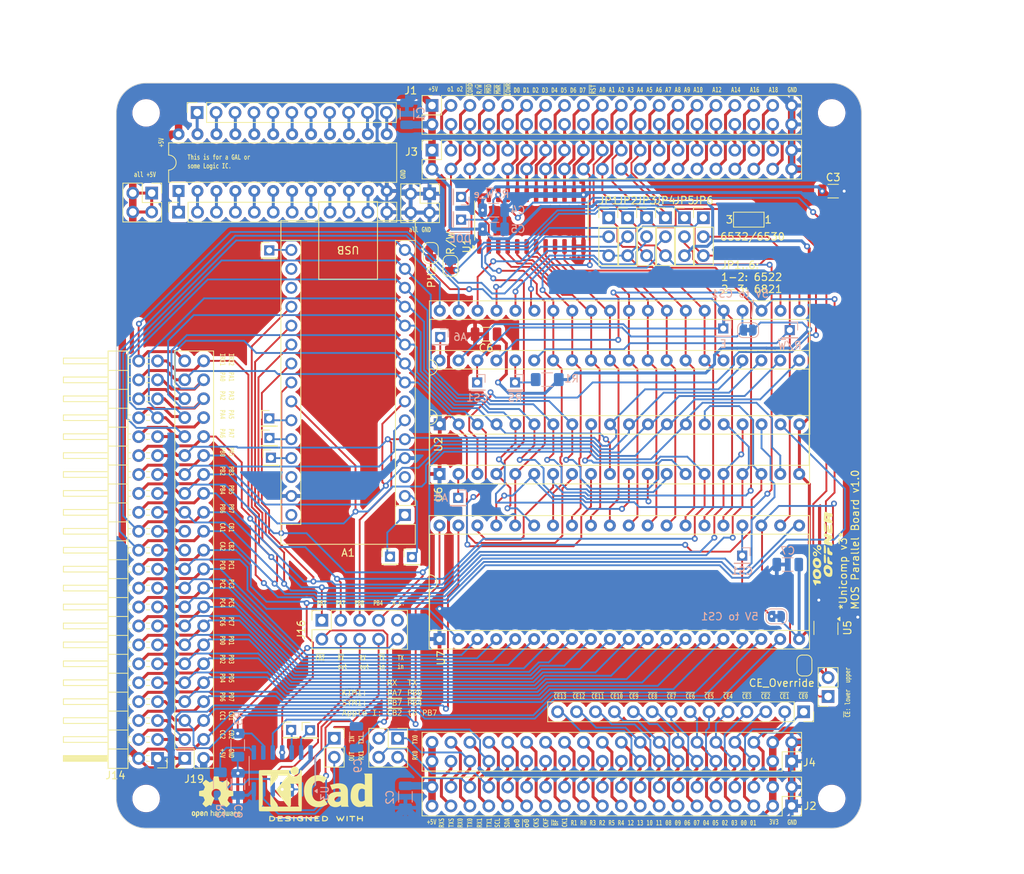
<source format=kicad_pcb>
(kicad_pcb (version 20240108) (generator "pcbnew") (generator_version "8.0")
  (layers (0 "F.Cu" signal) (31 "B.Cu" signal) (34 "B.Paste" user) (35 "F.Paste" user) (36 "B.SilkS" user "B.Silkscreen") (37 "F.SilkS" user "F.Silkscreen") (38 "B.Mask" user) (39 "F.Mask" user) (44 "Edge.Cuts" user))
  (net 0 "")
  (net 1 "/~{RST}")
  (net 2 "GND")
  (net 3 "/D7")
  (net 4 "/D6")
  (net 5 "/D5")
  (net 6 "/D4")
  (net 7 "/D3")
  (net 8 "/D2")
  (net 9 "/D1")
  (net 10 "/D0")
  (net 11 "+5V")
  (net 12 "/A15")
  (net 13 "/A14")
  (net 14 "/A13")
  (net 15 "/A12")
  (net 16 "/A11")
  (net 17 "/A10")
  (net 18 "/A9")
  (net 19 "/A8")
  (net 20 "/A7")
  (net 21 "/A6")
  (net 22 "/A5")
  (net 23 "/A4")
  (net 24 "/A3")
  (net 25 "/A2")
  (net 26 "/A1")
  (net 27 "/A0")
  (net 28 "+3V3")
  (net 29 "/CLKF")
  (net 30 "/CLKS")
  (net 31 "/~{IOWR}")
  (net 32 "/~{MWR}")
  (net 33 "/~{MRD}")
  (net 34 "/R{slash}~{W}_e")
  (net 35 "/~{IORD}")
  (net 36 "/PHI2_e")
  (net 37 "/PHI1_e")
  (net 38 "/~{PH0}")
  (net 39 "/PH0")
  (net 40 "/Bus/~{CE_EXT12}")
  (net 41 "/Bus/~{CE_EXT7}")
  (net 42 "/TX1")
  (net 43 "/RXSTM")
  (net 44 "/RES3")
  (net 45 "/Bus/~{CE_EXT11}")
  (net 46 "/A16")
  (net 47 "/A17")
  (net 48 "/A18")
  (net 49 "/A19")
  (net 50 "/Bus/~{CE_EXT9}")
  (net 51 "/RES5")
  (net 52 "/RX1")
  (net 53 "/RX0")
  (net 54 "/Bus/~{CE_EXT8}")
  (net 55 "/Bus/~{CE_EXT10}")
  (net 56 "/Bus/~{CE_EXT4}")
  (net 57 "/RES1")
  (net 58 "/RES0")
  (net 59 "/RES2")
  (net 60 "/Bus/~{CE_EXT5}")
  (net 61 "/Bus/~{CE_EXT13}")
  (net 62 "/Bus/~{CE_EXT2}")
  (net 63 "/TX0")
  (net 64 "/Bus/~{CE_EXT3}")
  (net 65 "/RES4")
  (net 66 "/Bus/~{CE_EXT0}")
  (net 67 "/CLK1")
  (net 68 "/SCL")
  (net 69 "/~{BUSFREE}")
  (net 70 "/Bus/~{CE_EXT1}")
  (net 71 "/Bus/~{CE_EXT6}")
  (net 72 "/SDA")
  (net 73 "+5VA")
  (net 74 "/TXSTM")
  (net 75 "/Bus/DB7")
  (net 76 "/Bus/DB0")
  (net 77 "/Bus/DB2")
  (net 78 "/Bus/DB6")
  (net 79 "/Bus/DB3")
  (net 80 "/Bus/DB1")
  (net 81 "/Bus/DB5")
  (net 82 "/Bus/DB4")
  (net 83 "/~{DOE}")
  (net 84 "/PB2")
  (net 87 "/PA5")
  (net 88 "/PA6")
  (net 89 "Net-(A1-A7)")
  (net 90 "/PA2")
  (net 91 "Net-(A1-D13)")
  (net 92 "Net-(A1-D1{slash}TX)")
  (net 93 "/PB3")
  (net 94 "/CB1")
  (net 95 "/PB6")
  (net 96 "Net-(A1-D0{slash}RX)")
  (net 97 "/CA1")
  (net 98 "/PB0")
  (net 99 "/PA0")
  (net 100 "/PB5")
  (net 102 "/PA4")
  (net 103 "Net-(A1-A6)")
  (net 104 "/PB4")
  (net 106 "Net-(A1-+5V)")
  (net 107 "/PB7")
  (net 108 "/PB1")
  (net 109 "/PA1")
  (net 111 "/PA3")
  (net 112 "/E")
  (net 113 "/RW")
  (net 114 "Net-(J10-Pin_1)")
  (net 115 "Net-(J11-Pin_1)")
  (net 116 "Net-(J12-Pin_1)")
  (net 117 "Net-(J13-Pin_1)")
  (net 118 "/PC5")
  (net 119 "/PA7")
  (net 120 "/CA2")
  (net 121 "/CC2")
  (net 122 "/PD3")
  (net 123 "/CC1")
  (net 124 "/PC3")
  (net 125 "/CB2")
  (net 126 "/PC7")
  (net 127 "/PD2")
  (net 128 "/PD5")
  (net 129 "/CD2")
  (net 130 "/PC2")
  (net 131 "/~{IRQ2}")
  (net 132 "/PD7")
  (net 133 "/PC4")
  (net 134 "/CD1")
  (net 135 "/PC6")
  (net 136 "/~{IRQ}")
  (net 137 "/PC0")
  (net 138 "/PC1")
  (net 139 "/PD4")
  (net 140 "/PD1")
  (net 141 "/PD0")
  (net 142 "/PD6")
  (net 143 "Net-(J15-Pin_1)")
  (net 144 "/~{CE0}")
  (net 145 "Net-(JP1-C)")
  (net 146 "Net-(JP2-C)")
  (net 147 "Net-(JP3-C)")
  (net 148 "Net-(JP6-C)")
  (net 149 "Net-(JP10-C)")
  (net 150 "/~{CE1}")
  (net 151 "Net-(JP4-C)")
  (net 152 "Net-(JP5-C)")
  (net 153 "Net-(R2-Pad2)")
  (net 154 "/RX")
  (net 155 "/IN")
  (net 156 "/OUT")
  (net 157 "Net-(C9-Pad1)")
  (net 159 "Net-(J16-Pin_2)")
  (net 160 "/TX")
  (net 161 "/~{TX}")
  (net 162 "/~{RX}")
  (net 163 "Net-(J17-Pin_1)")
  (net 164 "Net-(J18-Pin_1)")
  (net 165 "Net-(J35-Pin_16)")
  (net 166 "Net-(J35-Pin_13)")
  (net 167 "Net-(J35-Pin_15)")
  (net 168 "Net-(J35-Pin_22)")
  (net 169 "Net-(J35-Pin_21)")
  (net 170 "Net-(J35-Pin_19)")
  (net 171 "Net-(J35-Pin_18)")
  (net 172 "Net-(J35-Pin_23)")
  (net 173 "Net-(J35-Pin_14)")
  (net 174 "Net-(J35-Pin_17)")
  (net 175 "Net-(J35-Pin_20)")
  (net 176 "Net-(J29-Pin_3)")
  (net 177 "Net-(J29-Pin_4)")
  (net 178 "Net-(J29-Pin_6)")
  (net 179 "Net-(J29-Pin_11)")
  (net 180 "Net-(J29-Pin_10)")
  (net 181 "Net-(J29-Pin_9)")
  (net 182 "Net-(J29-Pin_1)")
  (net 183 "Net-(J29-Pin_7)")
  (net 184 "Net-(J29-Pin_2)")
  (net 185 "Net-(J29-Pin_8)")
  (net 186 "Net-(J29-Pin_5)")
  (footprint "Connector_PinSocket_2.54mm:PinSocket_2x02_P2.54mm_Vertical" (layer "F.Cu") (at 87.757 137.922)
    (property "Reference" "J27" (hide yes))
    (property "Value" "RXTX in" (hide yes))
  )
  (footprint "Connector_PinSocket_2.54mm:PinSocket_2x02_P2.54mm_Vertical" (layer "F.Cu") (at 54.75 64.76)
    (property "Reference" "J30" (hide yes))
    (property "Value" "Conn_02x02_Odd_Even" (hide yes))
  )
  (footprint "Package_DIP:DIP-40_W15.24mm_Socket" (layer "F.Cu") (at 93.3704 124.6124 90)
    (property "Reference" "U7")
    (property "Value" "6522")
  )
  (footprint "Connector_PinHeader_2.54mm:PinHeader_1x03_P2.54mm_Vertical" (layer "F.Cu") (at 126.238 68.072)
    (property "Reference" "JP5")
    (property "Value" "." (hide yes))
  )
  (footprint "Connector_PinHeader_2.00mm:PinHeader_1x01_P2.00mm_Vertical" (layer "F.Cu") (at 73.4568 136.8044)
    (property "Reference" "J18" (hide yes))
    (property "Value" "." (hide yes))
  )
  (footprint "Connector_PinSocket_2.54mm:PinSocket_1x11_P2.54mm_Vertical" (layer "F.Cu") (at 60.85 53.95 90)
    (property "Reference" "J36" (hide yes))
    (property "Value" "Conn_01x11" (hide yes))
  )
  (footprint "Connector_PinHeader_2.00mm:PinHeader_1x01_P2.00mm_Vertical" (layer "F.Cu") (at 70.75 100.275)
    (property "Reference" "J23" (hide yes))
    (property "Value" "." (hide yes))
  )
  (footprint "Connector_PinSocket_2.54mm:PinSocket_2x20_P2.54mm_Vertical" (layer "F.Cu") (at 92.367 53 90)
    (property "Reference" "J1")
    (property "Value" "BUS" (hide yes))
  )
  (footprint "Connector_PinHeader_2.54mm:PinHeader_1x03_P2.54mm_Vertical" (layer "F.Cu") (at 123.698 68.072)
    (property "Reference" "JP4")
    (property "Value" "." (hide yes))
  )
  (footprint "Connector_PinHeader_2.00mm:PinHeader_1x01_P2.00mm_Vertical" (layer "F.Cu") (at 86.725 113.55)
    (property "Reference" "J20" (hide yes))
    (property "Value" "." (hide yes))
  )
  (footprint "Capacitor_SMD:C_1206_3216Metric" (layer "F.Cu") (at 146.2 64.5)
    (property "Reference" "C3")
    (property "Value" "100n")
  )
  (footprint "Package_TO_SOT_SMD:SOT-23-5_HandSoldering" (layer "F.Cu") (at 145.222 123.11 -90)
    (property "Reference" "U5")
    (property "Value" "74AHC1G08")
  )
  (footprint "Jumper:SolderJumper-2_P1.3mm_Bridged_RoundedPad1.0x1.5mm" (layer "F.Cu") (at 94.85 74.525 -90)
    (property "Reference" "JP8" (hide yes))
    (property "Value" "R/W")
  )
  (footprint "Connector_PinSocket_2.54mm:PinSocket_2x20_P2.54mm_Vertical" (layer "F.Cu") (at 140.627 141 -90)
    (property "Reference" "J4")
    (property "Value" "Spare" (hide yes))
  )
  (footprint "Connector_PinSocket_2.54mm:PinSocket_2x02_P2.54mm_Vertical" (layer "F.Cu") (at 92.04 64.85)
    (property "Reference" "J31" (hide yes))
    (property "Value" "Conn_02x02_Odd_Even" (hide yes))
  )
  (footprint "Connector_PinHeader_2.00mm:PinHeader_1x01_P2.00mm_Vertical" (layer "F.Cu") (at 70.525 72.45)
    (property "Reference" "J22" (hide yes))
    (property "Value" "." (hide yes))
  )
  (footprint "Jumper:SolderJumper-2_P1.3mm_Open_RoundedPad1.0x1.5mm" (layer "F.Cu") (at 142.3416 128.158 90)
    (property "Reference" "JP12" (hide yes))
    (property "Value" "CE_Override")
  )
  (footprint "Symbol:KiCad-Logo2_6mm_SilkScreen" (layer "F.Cu") (at 76.792514 144.704848)
    (property "Reference" "H5" (hide yes))
    (property "Value" "Logo kicad" (hide yes))
  )
  (footprint "Connector_PinSocket_2.54mm:PinSocket_1x12_P2.54mm_Vertical" (layer "F.Cu") (at 58.36 67.325 90)
    (property "Reference" "J29" (hide yes))
    (property "Value" "Conn_01x12" (hide yes))
  )
  (footprint "Connector_PinHeader_2.54mm:PinHeader_1x03_P2.54mm_Vertical" (layer "F.Cu") (at 116.078 68.072)
    (property "Reference" "JP1")
    (property "Value" "." (hide yes))
  )
  (footprint "Connector_PinSocket_2.54mm:PinSocket_2x22_P2.54mm_Vertical" (layer "F.Cu") (at 59.182 140.6144 180)
    (property "Reference" "J19")
    (property "Value" "Conn_02x22_Odd_Even" (hide yes))
  )
  (footprint "Connector_PinHeader_2.00mm:PinHeader_1x01_P2.00mm_Vertical" (layer "F.Cu") (at 75.9968 136.8552)
    (property "Reference" "J17" (hide yes))
    (property "Value" "." (hide yes))
  )
  (footprint "Package_DIP:DIP-40_W15.24mm_Socket" (layer "F.Cu") (at 93.38 102.454 90)
    (property "Reference" "U6")
    (property "Value" "6532")
  )
  (footprint "Symbol:OSHW-Logo2_7.3x6mm_SilkScreen" (layer "F.Cu") (at 63.4 145.8)
    (property "Reference" "H6" (hide yes))
    (property "Value" "Logo Open Source Hardware" (hide yes))
  )
  (footprint "Connector_PinSocket_2.54mm:PinSocket_1x02_P2.54mm_Vertical" (layer "F.Cu") (at 145.517 132.314 180)
    (property "Reference" "J26" (hide yes))
    (property "Value" "Conn_01x02" (hide yes))
  )
  (footprint "Connector_PinSocket_2.54mm:PinSocket_2x20_P2.54mm_Vertical" (layer "F.Cu") (at 140.627 147 -90)
    (property "Reference" "J2")
    (property "Value" "BUS" (hide yes))
  )
  (footprint "Connector_PinHeader_2.54mm:PinHeader_2x22_P2.54mm_Horizontal" (layer "F.Cu") (at 55.54 140.627 180)
    (property "Reference" "J14")
    (property "Value" "Conn_02x22_Odd_Even" (hide yes))
  )
  (footprint "Connector_PinHeader_2.00mm:PinHeader_1x01_P2.00mm_Vertical" (layer "F.Cu") (at 70.55 97.625)
    (property "Reference" "J25" (hide yes))
    (property "Value" "." (hide yes))
  )
  (footprint "Connector_PinSocket_2.54mm:PinSocket_2x05_P2.54mm_Vertical" (layer "F.Cu") (at 77.58 122.085 90)
    (property "Reference" "J16")
    (property "Value" "Jumper" (hide yes))
  )
  (footprint "MountingHole:MountingHole_3.2mm_M3" (layer "F.Cu") (at 146 54)
    (property "Reference" "H3" (hide yes))
    (property "Value" "M3" (hide yes))
  )
  (footprint "Jumper:SolderJumper-3_P1.3mm_Bridged12_Pad1.0x1.5mm_NumberLabels" (layer "F.Cu") (at 134.874 68.326 180)
    (property "Reference" "JP10" (hide yes))
    (property "Value" "6532/6530")
  )
  (footprint "Connector_PinSocket_2.54mm:PinSocket_1x02_P2.54mm_Vertical" (layer "F.Cu") (at 79.248 137.922)
    (property "Reference" "J28" (hide yes))
    (property "Value" "RXTX out" (hide yes))
  )
  (footprint "Connector_PinSocket_2.54mm:PinSocket_1x14_P2.54mm_Vertical" (layer "F.Cu") (at 142.24 134.366 -90)
    (property "Reference" "J5" (hide yes))
    (property "Value" "Conn_01x14" (hide yes))
  )
  (footprint "Connector_PinHeader_2.54mm:PinHeader_1x03_P2.54mm_Vertical" (layer "F.Cu") (at 128.778 68.072)
    (property "Reference" "JP6")
    (property "Value" "." (hide yes))
  )
  (footprint "Package_DIP:DIP-24_W7.62mm" (layer "F.Cu") (at 58.355 64.475 90)
    (property "Reference" "J35" (hide yes))
    (property "Value" "GAL_20x10" (hide yes))
  )
  (footprint "Module:Arduino_Nano" (layer "F.Cu") (at 88.725 107.95 180)
    (property "Reference" "A1")
    (property "Value" "Arduino_Nano_v3.x")
  )
  (footprint "Connector_PinSocket_2.54mm:PinSocket_2x20_P2.54mm_Vertical" (layer "F.Cu") (at 92.367 59 90)
    (property "Reference" "J3")
    (property "Value" "Spare" (hide yes))
  )
  (footprint "my_own:Logo_100ProzentOffner_10x2.7mm" (layer "F.Cu") (at 144.78 112.522 90)
    (property "Reference" "G***" (hide yes))
    (property "Value" "LOGO" (hide yes))
  )
  (footprint "Connector_PinHeader_2.00mm:PinHeader_1x01_P2.00mm_Vertical" (layer "F.Cu") (at 89.675 113.6)
    (property "Reference" "J21" (hide yes))
    (property "Value" "." (hide yes))
  )
  (footprint "Jumper:SolderJumper-2_P1.3mm_Bridged_RoundedPad1.0x1.5mm" (layer "F.Cu") (at 92.2 72.8 -90)
    (property "Reference" "JP9" (hide yes))
    (property "Value" "PH2")
  )
  (footprint "Package_SO:SO-24_5.3x15mm_P1.27mm" (layer "F.Cu") (at 105.699717 68.45708 90)
    (property "Reference" "U1")
    (property "Value" "SN74LVCC4245ANSR" (hide yes))
  )
  (footprint "MountingHole:MountingHole_3.2mm_M3" (layer "F.Cu") (at 54 54)
    (property "Reference" "H1" (hide yes))
    (property "Value" "M3" (hide yes))
  )
  (footprint "Connector_PinHeader_2.54mm:PinHeader_1x03_P2.54mm_Vertical" (layer "F.Cu") (at 121.158 68.072)
    (property "Reference" "JP3")
    (property "Value" "." (hide yes))
  )
  (footprint "MountingHole:MountingHole_3.2mm_M3" (layer "F.Cu") (at 54 146)
    (property "Reference" "H2" (hide yes))
    (property "Value" "M3" (hide yes))
  )
  (footprint "Connector_PinHeader_2.54mm:PinHeader_1x03_P2.54mm_Vertical" (layer "F.Cu") (at 118.618 68.072)
    (property "Reference" "JP2")
    (property "Value" "." (hide yes))
  )
  (footprint "Capacitor_SMD:C_1206_3216Metric" (layer "F.Cu") (at 99.617 83.693 180)
    (property "Reference" "C6")
    (property "Value" "100n")
  )
  (footprint "Package_DIP:DIP-40_W15.24mm_Socket" (layer "F.Cu") (at 93.406 95.786 90)
    (property "Reference" "U2")
    (property "Value" "6522")
  )
  (footprint "Connector_PinHeader_2.00mm:PinHeader_1x01_P2.00mm_Vertical" (layer "F.Cu") (at 70.525 95)
    (property "Reference" "J24" (hide yes))
    (property "Value" "." (hide yes))
  )
  (footprint "MountingHole:MountingHole_3.2mm_M3" (layer "F.Cu") (at 146 146)
    (property "Reference" "H4" (hide yes))
    (property "Value" "M3" (hide yes))
  )
  (footprint "Capacitor_SMD:C_1206_3216Metric" (layer "B.Cu") (at 88.8 145.775 -90)
    (property "Reference" "C2")
    (property "Value" "100n")
  )
  (footprint "Resistor_SMD:R_1206_3216Metric_Pad1.30x1.75mm_HandSolder" (layer "B.Cu") (at 107.823 89.789 180)
    (property "Reference" "R1")
    (property "Value" "1k")
  )
  (footprint "Connector_PinHeader_2.00mm:PinHeader_1x01_P2.00mm_Vertical" (layer "B.Cu") (at 131.445 82.931 180)
    (property "Reference" "J8" (hide yes))
    (property "Value" "E")
  )
  (footprint "Connector_PinHeader_2.00mm:PinHeader_1x01_P2.00mm_Vertical" (layer "B.Cu") (at 98.425 90.17 180)
    (property "Reference" "J10" (hide yes))
    (property "Value" "CS1")
  )
  (footprint "Package_SO:SOIC-14_3.9x8.7mm_P1.27mm" (layer "B.Cu") (at 72.263 142.302 90)
    (property "Reference" "U3")
    (property "Value" "74HC14")
  )
  (footprint "Connector_PinHeader_2.00mm:PinHeader_1x01_P2.00mm_Vertical" (layer "B.Cu") (at 103.505 90.17 180)
    (property "Reference" "J13" (hide yes))
    (property "Value" "~{RS}")
  )
  (footprint "Connector_PinHeader_2.00mm:PinHeader_1x01_P2.00mm_Vertical" (layer "B.Cu") (at 95.885 105.664 180)
    (property "Reference" "J11" (hide yes))
    (property "Value" "A5")
  )
  (footprint "Capacitor_SMD:C_1206_3216Metric" (layer "B.Cu") (at 100.633 69.596)
    (property "Reference" "C5")
    (property "Value" "100n" (hide yes))
  )
  (footprint "Connector_PinHeader_2.00mm:PinHeader_1x01_P2.00mm_Vertical" (layer "B.Cu") (at 140.37 83.15 180)
    (property "Reference" "J9" (hide yes))
    (property "Value" "R/~{W}")
  )
  (footprint "Capacitor_SMD:C_1206_3216Metric" (layer "B.Cu") (at 82.225 137.8 -90)
    (property "Reference" "C9")
    (property "Value" "10n")
  )
  (footprint "Connector_PinHeader_2.00mm:PinHeader_1x01_P2.00mm_Vertical" (layer "B.Cu") (at 96.266 65.278 90)
    (property "Reference" "J7" (hide yes))
    (property "Value" "R/~{W}_e")
  )
  (footprint "Jumper:SolderJumper-2_P1.3mm_Bridged_RoundedPad1.0x1.5mm" (layer "B.Cu") (at 138.5824 121.5644 180)
    (property "Reference" "JP11" (hide yes))
    (property "Value" "CS" (hide yes))
  )
  (footprint "Connector_PinHeader_2.00mm:PinHeader_1x01_P2.00mm_Vertical" (layer "B.Cu") (at 93.472 84.074 180)
    (property "Reference" "J12" (hide yes))
    (property "Value" "A6")
  )
  (footprint "Connector_PinHeader_2.00mm:PinHeader_1x01_P2.00mm_Vertical" (layer "B.Cu") (at 96.266 68.326 90)
    (property "Reference" "J6" (hide yes))
    (property "Value" "~{DOE}")
  )
  (footprint "Resistor_SMD:R_1206_3216Metric_Pad1.30x1.75mm_HandSolder" (layer "B.Cu") (at 63.95 144.05 90)
    (property "Reference" "R2")
    (property "Value" "10k")
  )
  (footprint "Capacitor_SMD:C_1206_3216Metric" (layer "B.Cu") (at 66.325 144.1 -90)
    (property "Reference" "C8")
    (property "Value" "100n" (hide yes))
  )
  (footprint "Capacitor_SMD:C_1206_3216Metric" (layer "B.Cu") (at 89 54.125 90)
    (property "Reference" "C1")
    (property "Value" "100n" (hide yes))
  )
  (footprint "Capacitor_SMD:C_1206_3216Metric" (layer "B.Cu") (at 140.1064 114.6048 180)
    (property "Reference" "C7")
    (property "Value" "100n")
  )
  (footprint "Jumper:SolderJumper-2_P1.3mm_Bridged_RoundedPad1.0x1.5mm" (layer "B.Cu") (at 134.782 83.15 180)
    (property "Reference" "JP7" (hide yes))
    (property "Value" "CS1" (hide yes))
  )
  (footprint "Resistor_SMD:R_1206_3216Metric_Pad1.30x1.75mm_HandSolder" (layer "B.Cu") (at 66.294 138.837 90)
    (property "Reference" "R3")
    (property "Value" "10k")
  )
  (footprint "Capacitor_SMD:C_1206_3216Metric" (layer "B.Cu") (at 100.633 67.056)
    (property "Reference" "C4")
    (property "Value" "100n" (hide yes))
  )
  (footprint "Connector_PinHeader_2.00mm:PinHeader_1x01_P2.00mm_Vertical" (layer "B.Cu") (at 133.985 113.411 180)
    (property "Reference" "J15" (hide yes))
    (property "Value" "CS1")
  )
  (gr_line (start 135.509 79.121) (end 135.255 81.407) (stroke (width 0.15)) (layer "B.SilkS"))
  (gr_line (start 50 54) (end 50 146) (stroke (width 0.1)) (layer "Edge.Cuts"))
  (gr_arc (start 50 54) (mid 51.171571 51.17157) (end 54 50) (stroke (width 0.1)) (layer "Edge.Cuts"))
  (gr_arc (start 146 50) (mid 148.828425 51.171573) (end 150 54) (stroke (width 0.1)) (layer "Edge.Cuts"))
  (gr_arc (start 150 146) (mid 148.828425 148.828424) (end 146 149.999995) (stroke (width 0.1)) (layer "Edge.Cuts"))
  (gr_line (start 150 146) (end 150 54) (stroke (width 0.1)) (layer "Edge.Cuts"))
  (gr_line (start 146 50) (end 54 50) (stroke (width 0.1)) (layer "Edge.Cuts"))
  (gr_arc (start 54 150) (mid 51.171571 148.828427) (end 50 146) (stroke (width 0.1)) (layer "Edge.Cuts"))
  (gr_line (start 146 150) (end 54 150) (stroke (width 0.1)) (layer "Edge.Cuts"))
  (gr_text "5V to CS1" (at 136.271 122.174 0) (layer "B.SilkS") (effects (font (size 1 1)) (justify left bottom mirror)))
  (gr_text "5V to CS1" (at 137.668 78.867 0) (layer "B.SilkS") (effects (font (size 1 1)) (justify left bottom mirror)))
  (gr_text "TXS" (at 95.4 149.9 90) (layer "F.SilkS") (effects (font (size 0.7 0.5) (thickness 0.1) (bold yes)) (justify left bottom)))
  (gr_text "CKF" (at 108.1 149.9 90) (layer "F.SilkS") (effects (font (size 0.7 0.5) (thickness 0.1) (bold yes)) (justify left bottom)))
  (gr_text "~{CE}: lower  upper  " (at 148.59 135.128 90) (layer "F.SilkS") (effects (font (size 0.7 0.5) (thickness 0.1) (bold yes)) (justify left bottom)))
  (gr_text "all +5V\n" (at 52.375 62.725 0) (layer "F.SilkS") (effects (font (size 0.7 0.5) (thickness 0.1) (bold yes)) (justify left bottom)))
  (gr_text "all GND\n" (at 89.275 70.125 0) (layer "F.SilkS") (effects (font (size 0.7 0.5) (thickness 0.1) (bold yes)) (justify left bottom)))
  (gr_text "+5V\n" (at 56.475 58.6 90) (layer "F.SilkS") (effects (font (size 0.7 0.5) (thickness 0.1) (bold yes)) (justify left bottom)))
  (gr_text "         RX  TX\nKIM1:    PA7 PB0\nSYM1:    ~{PB7} ~{PB4}\nApple I: ~{CB2} to PB7" (at 80.275 135.025 0) (layer "F.SilkS") (effects (font (size 0.8 0.8)) (justify left bottom)))
  (gr_text "+5V   o1 o2" (at 91.8972 51.2572 0) (layer "F.SilkS") (effects (font (size 0.7 0.5) (thickness 0.1) (bold yes)) (justify left bottom)))
  (gr_text "TX0" (at 97.9 149.9 90) (layer "F.SilkS") (effects (font (size 0.7 0.5) (thickness 0.1) (bold yes)) (justify left bottom)))
  (gr_text "SCL" (at 101.6 149.9 90) (layer "F.SilkS") (effects (font (size 0.7 0.5) (thickness 0.1) (bold yes)) (justify left bottom)))
  (gr_text "~{CB2}   \n" (at 76.725 127.575 0) (layer "F.SilkS") (effects (font (size 0.7 0.5) (thickness 0.1) (bold yes)) (justify left bottom)))
  (gr_text "3V3" (at 137.6172 149.606 0) (layer "F.SilkS") (effects (font (size 0.7 0.5) (thickness 0.1) (bold yes)) (justify left bottom)))
  (gr_text "This is for a GAL or\nsome Logic IC." (at 59.55 61.575 0) (layer "F.SilkS") (effects (font (size 0.7 0.5) (thickness 0.1) (bold yes)) (justify left bottom)))
  (gr_text "R/~{W}" (at 99.1616 51.4604 90) (layer "F.SilkS") (effects (font (size 0.7 0.5) (thickness 0.1) (bold yes)) (justify left bottom)))
  (gr_text "OUT   IN" (at 82.042 140.97 90) (layer "F.SilkS") (effects (font (size 0.7 0.5) (thickness 0.1) (bold yes)) (justify left bottom)))
  (gr_text "~{BF}" (at 109.41174 149.658466 90) (layer "F.SilkS") (effects (font (size 0.7 0.5) (thickness 0.1) (bold yes)) (justify left bottom)))
  (gr_text "~{RST}" (at 114.4524 51.4604 90) (layer "F.SilkS") (effects (font (size 0.7 0.5) (thickness 0.1) (bold yes)) (justify left bottom)))
  (gr_text "~{CE13}  ~{CE12}  ~{CE11}  ~{CE10}  ~{CE9}   ~{CE8}   ~{CE7}   ~{CE6}   ~{CE5}   ~{CE4}   ~{CE3}   ~{CE2}   ~{CE1}   ~{CE0}" (at 108.712 132.7404 0) (layer "F.SilkS") (effects (font (size 0.7 0.5) (thickness 0.1) (bold yes)) (justify left bottom)))
  (gr_text "~{o0}" (at 105.5 149.9 90) (layer "F.SilkS") (effects (font (size 0.7 0.7) (thickness 0.1) (bold yes)) (justify left bottom)))
  (gr_text "~{IOWR}" (at 103.0224 51.7144 90) (layer "F.SilkS") (effects (font (size 0.7 0.5) (thickness 0.1) (bold yes)) (justify left bottom)))
  (gr_text "D0 D1 D2 D3 D4 D5 D6 D7" (at 103.3272 51.4096 0) (layer "F.SilkS") (effects (font (size 0.7 0.5) (thickness 0.1) (bold yes)) (justify left bottom)))
  (gr_text "~{RX}     RX    ~{TX}    TX\nout    out   in    in" (at 79.725 128.75 0) (layer "F.SilkS") (effects (font (size 0.7 0.5) (thickness 0.1) (bold yes)) (justify left bottom)))
  (gr_text "*Unicomp v3*\nMOS Parallel Board v1.0" (at 148.3416 120.753995 90) (layer "F.SilkS") (effects (font (size 1 1)) (justify left)))
  (gr_text "GND\n" (at 88.925 62.875 90) (layer "F.SilkS") (effects (font (size 0.7 0.5) (thickness 0.1) (bold yes)) (justify left bottom)))
  (gr_text "RXS" (at 94.1 149.9 90) (layer "F.SilkS") (effects (font (size 0.7 0.5) (thickness 0.1) (bold yes)) (justify left bottom)))
  (gr_text "+5V" (at 91.694 149.606 0) (layer "F.SilkS") (effects (font (size 0.7 0.5) (thickness 0.1) (bold yes)) (justify left bottom)))
  (gr_text "SDA" (at 102.9 149.9 90) (layer "F.SilkS") (effects (font (size 0.7 0.5) (thickness 0.1) (bold yes)) (justify left bottom)))
  (gr_text "RX0" (at 96.6 149.9 90) (layer "F.SilkS") (effects (font (size 0.7 0.5) (thickness 0.1) (bold yes)) (justify left bottom)))
  (gr_text "~{MRD}\n" (at 100.4316 51.4096 90) (layer "F.SilkS") (effects (font (size 0.7 0.5) (thickness 0.1) (bold yes)) (justify left bottom)))
  (gr_text "RX1" (at 99.2 149.9 90) (layer "F.SilkS") (effects (font (size 0.7 0.5) (thickness 0.1) (bold yes)) (justify left bottom)))
  (gr_text "PB7   PA7   PB0   PB4   n.c." (at 76.925 120.225 0) (layer "F.SilkS") (effects (font (size 0.7 0.5) (thickness 0.1) (bold yes)) (justify left bottom)))
  (gr_text "R1 R0 R3 R2 R5 R4" (at 110.998 149.733 0) (layer "F.SilkS") (effects (font (size 0.7 0.5) (thickness 0.1) (bold yes)) (justify left bottom)))
  (gr_text "o0" (at 104.2 149.9 90) (layer "F.SilkS") (effects (font (size 0.7 0.7) (thickness 0.1) (bold yes)) (justify left bottom)))
  (gr_text "~{MWR}" (at 101.7016 51.4604 90) (layer "F.SilkS") (effects (font (size 0.7 0.5) (thickness 0.1) (bold yes)) (justify left bottom)))
  (gr_text "RX1  TX1" (at 83.312 140.843 90) (layer "F.SilkS") (effects (font (size 0.7 0.5) (thickness 0.1) (bold yes)) (justify left bottom)))
  (gr_text "~{IORD}" (at 97.9424 51.7144 90) (layer "F.SilkS") (effects (font (size 0.7 0.5) (thickness 0.1) (bold yes)) (justify left bottom)))
  (gr_text "12 13 10 11 08 09 06 07 04 05 02 03 00 01" (at 118.618 149.733 0) (layer "F.SilkS") (effects (font (size 0.7 0.5) (thickness 0.1) (bold yes)) (justify left bottom)))
  (gr_text "JP1..6:\n1-2: 6522\n2-3: 6821" (at 131.064 78.232 0) (layer "F.SilkS") (effects (font (size 1 1)) (justify left bottom)))
  (gr_text "CKS" (at 106.8 149.9 90) (layer "F.SilkS") (effects (font (size 0.7 0.5) (thickness 0.1) (bold yes)) (justify left bottom)))
  (gr_text "TX1" (at 100.5 149.9 90) (layer "F.SilkS") (effects (font (size 0.7 0.5) (thickness 0.1) (bold yes)) (justify left bottom)))
  (gr_text "IRQ2  PA1   PA3   PA5   PA7   PB1   PB3   PB5   PB7   CB1   CB2   PC1   PC3   PC5   PC7   PD1   PD3   PD5   PD7   CD1   CD2   GND\nIRQ1  PA0   PA2   PA4   PA6   PB0   PB2   PB4   PB6   CA1   CA2   PC0   PC2   PC4   PC6   PD0   PD2   PD4   PD6   CC1   CC2   +5V\n" (at 63.8048 86.2584 270) (layer "F.SilkS") (effects (font (size 0.7 0.5) (thickness 0.1) (bold yes)) (justify left bottom)))
  (gr_text "CK1" (at 110.617 149.86 90) (layer "F.SilkS") (effects (font (size 0.7 0.5) (thickness 0.1) (bold yes)) (justify left bottom)))
  (gr_text "RX0  TX0" (at 90.551 140.843 90) (layer "F.SilkS") (effects (font (size 0.7 0.5) (thickness 0.1) (bold yes)) (justify left bottom)))
  (gr_text "A0 A1 A2 A3 A4 A5 A6 A7 A8 A9 A10   A12   A14   A16   A18   GND\n" (at 114.808 51.3588 0) (layer "F.SilkS") (effects (font (size 0.7 0.5) (thickness 0.1) (bold yes)) (justify left bottom)))
  (gr_text "GND" (at 140.0556 149.6568 0) (layer "F.SilkS") (effects (font (size 0.7 0.5) (thickness 0.1) (bold yes)) (justify left bottom)))
  (segment (start 113.95 60.200705) (end 112.7 61.450705) (width 0.4) (layer "F.Cu") (net 1))
  (segment (start 113.95 58.007) (end 113.95 60.200705) (width 0.4) (layer "F.Cu") (net 1))
  (segment (start 108.62 87.214) (end 109.771 88.365) (width 0.25) (layer "F.Cu") (net 1))
  (segment (start 109.771 103.856604) (end 108.62 105.007604) (width 0.25) (layer "F.Cu") (net 1))
  (segment (start 109.771 88.365) (end 109.771 100.056984) (width 0.25) (layer "F.Cu") (net 1))
  (segment (start 112.7 56.757) (end 113.95 58.007) (width 0.4) (layer "F.Cu") (net 1))
  (segment (start 109.771 100.056984) (end 109.588 100.239984) (width 0.25) (layer "F.Cu") (net 1))
  (segment (start 108.646 87.188) (end 108.62 87.214) (width 0.25) (layer "F.Cu") (net 1))
  (segment (start 112.7 61.450705) (end 112.7 61.54) (width 0.4) (layer "F.Cu") (net 1))
  (segment (start 108.646 80.546) (end 108.646 87.188) (width 0.25) (layer "F.Cu") (net 1))
  (segment (start 109.588 100.882016) (end 109.771 101.065016) (width 0.25) (layer "F.Cu") (net 1))
  (segment (start 112.687 61.54) (end 113.537 62.39) (width 0.25) (layer "F.Cu") (net 1))
  (segment (start 112.7 55.54) (end 112.7 56.757) (width 0.4) (layer "F.Cu") (net 1))
  (segment (start 108.646 79.2155) (end 107.201 77.7705) (width 0.25) (layer "F.Cu") (net 1))
  (segment (start 109.588 100.239984) (end 109.588 100.882016) (width 0.25) (layer "F.Cu") (net 1))
  (segment (start 108.62 105.007604) (end 108.62 109.3628) (width 0.25) (layer "F.Cu") (net 1))
  (segment (start 108.62 109.3628) (end 108.6104 109.3724) (width 0.25) (layer "F.Cu") (net 1))
  (segment (start 108.646 80.546) (end 108.646 79.2155) (width 0.25) (layer "F.Cu") (net 1))
  (segment (start 113.537 62.39) (end 113.537 74.422) (width 0.25) (layer "F.Cu") (net 1))
  (segment (start 109.771 101.065016) (end 109.771 103.856604) (width 0.25) (layer "F.Cu") (net 1))
  (via (at 107.201 77.7705) (size 0.8) (drill 0.4) (layers "F.Cu" "B.Cu") (net 1))
  (via (at 113.537 74.422) (size 0.8) (drill 0.4) (layers "F.Cu" "B.Cu") (net 1))
  (segment (start 108.458 74.422) (end 107.201 75.679) (width 0.25) (layer "B.Cu") (net 1))
  (segment (start 107.201 75.679) (end 107.201 77.7705) (width 0.25) (layer "B.Cu") (net 1))
  (segment (start 113.537 74.422) (end 108.458 74.422) (width 0.25) (layer "B.Cu") (net 1))
  (segment (start 147.65 64.5) (end 149.5 64.5) (width 1) (layer "F.Cu") (net 2))
  (segment (start 93.38 105.806462) (end 93.38 102.454) (width 0.4) (layer "F.Cu") (net 2))
  (segment (start 147.14 138.46) (end 140.627 138.46) (width 1) (layer "F.Cu") (net 2))
  (segment (start 140.627 53) (end 140.627 61.54) (width 1) (layer "F.Cu") (net 2))
  (segment (start 112.684717 64.99458) (end 112.68472 64.994583) (width 0.4) (layer "F.Cu") (net 2))
  (segment (start 94.58 107.006462) (end 93.38 105.806462) (width 0.4) (layer "F.Cu") (net 2))
  (segment (start 111.414717 71.91958) (end 112.684717 71.91958) (width 0.4) (layer "F.Cu") (net 2))
  (segment (start 140.627 138.46) (end 140.627 147) (width 1) (layer "F.Cu") (net 2))
  (segment (start 93.406 97.969) (end 93.406 95.786) (width 0.4) (layer "F.Cu") (net 2))
  (segment (start 93.38 118.445) (end 94.58 117.245) (width 0.4) (layer "F.Cu") (net 2))
  (segment (start 94.58 117.245) (end 94.58 107.006462) (width 0.4) (layer "F.Cu") (net 2))
  (segment (start 97.567 83.693) (end 94.58 86.68) (width 0.4) (layer "F.Cu") (net 2))
  (segment (start 147.94 61.54) (end 149.5 63.1) (width 1) (layer "F.Cu") (net 2))
  (segment (start 93.38 95.812) (end 93.406 95.786) (width 0.4) (layer "F.Cu") (net 2))
  (segment (start 149.5 121.666) (end 149.5 136.1) (width 1) (layer "F.Cu") (net 2))
  (segment (start 140.627 61.54) (end 147.94 61.54) (width 1) (layer "F.Cu") (net 2))
  (segment (start 93.38 124.6028) (end 93.38 118.445) (width 0.4) (layer "F.Cu") (net 2))
  (segment (start 94.58 94.612) (end 93.406 95.786) (width 0.4) (layer "F.Cu") (net 2))
  (segment (start 149.5 64.5) (end 149.5 121.666) (width 1) (layer "F.Cu") (net 2))
  (segment (start 149.5 63.1) (end 149.5 64.5) (width 1) (layer "F.Cu") (net 2))
  (segment (start 88.725 100.33) (end 91.045 100.33) (width 0.4) (layer "F.Cu") (net 2))
  (segment (start 91.045 100.33) (end 93.406 97.969) (width 0.4) (layer "F.Cu") (net 2))
  (segment (start 144.272 121.76) (end 144.272 119.38) (width 0.25) (layer "F.Cu") (net 2))
  (segment (start 94.58 86.68) (end 94.58 94.612) (width 0.4) (layer "F.Cu") (net 2))
  (segment (start 93.3704 124.6124) (end 93.38 124.6028) (width 0.4) (layer "F.Cu") (net 2))
  (segment (start 149.5 136.1) (end 147.14 138.46) (width 1) (layer "F.Cu") (net 2))
  (segment (start 98.142 83.693) (end 97.567 83.693) (width 0.4) (layer "F.Cu") (net 2))
  (segment (start 93.38 102.454) (end 93.38 95.812) (width 0.4) (layer "F.Cu") (net 2))
  (segment (start 112.684717 71.91958) (end 112.684717 64.99458) (width 0.4) (layer "F.Cu") (net 2))
  (via (at 93.38 120.523) (size 0.8) (drill 0.4) (layers "F.Cu" "B.Cu") (net 2))
  (via (at 147.675 64.5) (size 0.8) (drill 0.4) (layers "F.Cu" "B.Cu") (net 2))
  (via (at 149.5 121.666) (size 0.8) (drill 0.4) (layers "F.Cu" "B.Cu") (net 2))
  (via (at 112.68472 64.994583) (size 0.8) (drill 0.4) (layers "F.Cu" "B.Cu") (net 2))
  (via (at 144.272 119.38) (size 0.8) (drill 0.4) (layers "F.Cu" "B.Cu") (net 2))
  (segment (start 90.85 50.8) (end 89 52.65) (width 1) (layer "B.Cu") (net 2))
  (segment (start 89.125 64.475) (end 89.5 64.85) (width 0.4) (layer "B.Cu") (net 2))
  (segment (start 88.245 100.33) (end 83.165 105.41) (width 0.4) (layer "B.Cu") (net 2))
  (segment (start 146.824998 65.350002) (end 142.546464 65.350002) (width 0.4) (layer "B.Cu") (net 2))
  (segment (start 85.475 52.65) (end 89 52.65) (width 0.4) (layer "B.Cu") (net 2))
  (segment (start 65.95 149.175) (end 86.875 149.175) (width 1) (layer "B.Cu") (net 2))
  (segment (start 92.04 64.85) (end 89.5 64.85) (width 0.4) (layer "B.Cu") (net 2))
  (segment (start 147.675 64.5) (end 146.824998 65.350002) (width 0.4) (layer "B.Cu") (net 2))
  (segment (start 140.627 147) (end 138.427 149.2) (width 1) (layer "B.Cu") (net 2))
  (segment (start 57.413 142.5) (end 61.232081 142.5) (width 1) (layer "B.Cu") (net 2))
  (segment (start 61.232081 142.5) (end 61.722 142.010081) (width 1) (layer "B.Cu") (net 2))
  (segment (start 83.165 105.41) (end 73.485 105.41) (width 0.4) (layer "B.Cu") (net 2))
  (segment (start 112.997303 64.682) (end 112.68472 64.994583) (width 0.4) (layer "B.Cu") (net 2))
  (segment (start 62.9 149.175) (end 55.54 141.815) (width 1) (layer "B.Cu") (net 2))
  (segment (start 147.214 119.38) (end 149.5 121.666) (width 0.25) (layer "B.Cu") (net 2))
  (segment (start 88.725 100.33) (end 88.245 100.33) (width 0.4) (layer "B.Cu") (net 2))
  (segment (start 140.627 53) (end 138.427 50.8) (width 1) (layer "B.Cu") (net 2))
  (segment (start 144.272 119.38) (end 147.214 119.38) (width 0.25) (layer "B.Cu") (net 2))
  (segment (start 85 53.125) (end 85.475 52.65) (width 0.4) (layer "B.Cu") (net 2))
  (segment (start 66.325 145.575) (end 66.325 148.8) (width 0.4) (layer "B.Cu") (net 2))
  (segment (start 102.108 69.596) (end 102.108 67.056) (width 0.4) (layer "B.Cu") (net 2))
  (segment (start 138.427 149.2) (end 90.75 149.2) (width 1) (layer "B.Cu") (net 2))
  (segment (start 92.04 64.85) (end 92.04 67.39) (width 0.4) (layer "B.Cu") (net 2))
  (segment (start 141.878462 64.682) (end 112.997303 64.682) (width 0.4) (layer "B.Cu") (net 2))
  (segment (start 91.975 67.325) (end 92.04 67.39) (width 0.4) (layer "B.Cu") (net 2))
  (segment (start 55.54 140.627) (end 57.413 142.5) (width 1) (layer "B.Cu") (net 2))
  (segment (start 86.295 64.475) (end 89.125 64.475) (width 0.4) (layer "B.Cu") (net 2))
  (segment (start 138.427 50.8) (end 90.85 50.8) (width 1) (layer "B.Cu") (net 2))
  (segment (start 132.5626 120.523) (end 93.38 120.523) (width 0.4) (layer "B.Cu") (net 2))
  (segment (start 138.6314 114.6048) (end 138.4808 114.6048) (width 0.4) (layer "B.Cu") (net 2))
  (segment (start 67.655 145.575) (end 68.453 144.777) (width 0.4) (layer "B.Cu") (net 2))
  (segment (start 86.295 64.475) (end 86.295 67.32) (width 0.4) (layer "B.Cu") (net 2))
  (segment (start 90.75 149.2) (end 88.8 147.25) (width 1) (layer "B.Cu") (net 2))
  (segment (start 85 63.18) (end 85 53.125) (width 0.4) (layer "B.Cu") (net 2))
  (segment (start 86.295 67.32) (end 86.3 67.325) (width 0.4) (layer "B.Cu") (net 2))
  (segment (start 104.169417 64.994583) (end 112.68472 64.994583) (width 0.4) (layer "B.Cu") (net 2))
  (segment (start 61.722 142.010081) (end 61.722 140.6144) (width 1) (layer "B.Cu") (net 2))
  (segment (start 86.295 64.475) (end 85 63.18) (width 0.4) (layer "B.Cu") (net 2))
  (segment (start 65.95 149.175) (end 62.9 149.175) (width 1) (layer "B.Cu") (net 2))
  (segment (start 86.3 67.325) (end 91.975 67.325) (width 0.4) (layer "B.Cu") (net 2))
  (segment (start 66.325 148.8) (end 65.95 149.175) (width 0.4) (layer "B.Cu") (net 2))
  (segment (start 142.546464 65.350002) (end 141.878462 64.682) (width 0.4) (layer "B.Cu") (net 2))
  (segment (start 102.108 67.056) (end 104.169417 64.994583) (width 0.4) (layer "B.Cu") (net 2))
  (segment (start 55.54 141.815) (end 55.54 140.627) (width 1) (layer "B.Cu") (net 2))
  (segment (start 66.325 145.575) (end 67.655 145.575) (width 0.4) (layer "B.Cu") (net 2))
  (segment (start 138.4808 114.6048) (end 132.5626 120.523) (width 0.4) (layer "B.Cu") (net 2))
  (segment (start 86.875 149.175) (end 88.8 147.25) (width 1) (layer "B.Cu") (net 2))
  (segment (start 130.091 107.003) (end 128.9304 108.1636) (width 0.25) (layer "F.Cu") (net 3))
  (segment (start 122.495604 75.888) (end 124.308 75.888) (width 0.25) (layer "F.Cu") (net 3))
  (segment (start 128.9304 108.1636) (end 128.9304 109.3724) (width 0.25) (layer "F.Cu") (net 3))
  (segment (start 121.769604 75.162) (end 122.495604 75.888) (width 0.25) (layer "F.Cu") (net 3))
  (segment (start 110.144717 73.773727) (end 111.53299 75.162) (width 0.25) (layer "F.Cu") (net 3))
  (segment (start 128.94 80.591) (end 128.94 87.233) (width 0.25) (layer "F.Cu") (net 3))
  (segment (start 130.091 88.365) (end 130.091 107.003) (width 0.25) (layer "F.Cu") (net 3))
  (segment (start 124.308 75.888) (end 128.966 80.546) (width 0.25) (layer "F.Cu") (net 3))
  (segment (start 111.53299 75.162) (end 121.769604 75.162) (width 0.25) (layer "F.Cu") (net 3))
  (segment (start 110.144717 71.91958) (end 110.144717 73.773727) (width 0.25) (layer "F.Cu") (net 3))
  (segment (start 128.94 87.214) (end 130.091 88.365) (width 0.25) (layer "F.Cu") (net 3))
  (segment (start 121.492 75.612) (end 126.426 80.546) (width 0.25) (layer "F.Cu") (net 4))
  (segment (start 126.4 87.214) (end 127.551 88.365) (width 0.25) (layer "F.Cu") (net 4))
  (segment (start 108.874717 71.91958) (end 108.874717 73.568717) (width 0.25) (layer "F.Cu") (net 4))
  (segment (start 126.3904 108.1636) (end 126.3904 109.3724) (width 0.25) (layer "F.Cu") (net 4))
  (segment (start 127.551 88.365) (end 127.551 107.003) (width 0.25) (layer "F.Cu") (net 4))
  (segment (start 108.874717 73.568717) (end 110.918 75.612) (width 0.25) (layer "F.Cu") (net 4))
  (segment (start 127.551 107.003) (end 126.3904 108.1636) (width 0.25) (layer "F.Cu") (net 4))
  (segment (start 110.918 75.612) (end 121.492 75.612) (width 0.25) (layer "F.Cu") (net 4))
  (segment (start 126.4 80.591) (end 126.4 87.233) (width 0.25) (layer "F.Cu") (net 4))
  (segment (start 119.402 76.062) (end 123.886 80.546) (width 0.25) (layer "F.Cu") (net 5))
  (segment (start 123.86 87.214) (end 125.011 88.365) (width 0.25) (layer "F.Cu") (net 5))
  (segment (start 125.011 88.365) (end 125.011 108.2118) (width 0.25) (layer "F.Cu") (net 5))
  (segment (start 125.011 108.2118) (end 123.8504 109.3724) (width 0.25) (layer "F.Cu") (net 5))
  (segment (start 107.604717 71.91958) (end 107.604717 73.186321) (width 0.25) (layer "F.Cu") (net 5))
  (segment (start 107.604717 73.186321) (end 110.480396 76.062) (width 0.25) (layer "F.Cu") (net 5))
  (segment (start 110.480396 76.062) (end 119.402 76.062) (width 0.25) (layer "F.Cu") (net 5))
  (segment (start 123.86 80.591) (end 123.86 87.233) (width 0.25) (layer "F.Cu") (net 5))
  (segment (start 118.676 76.512) (end 110.294 76.512) (width 0.25) (layer "F.Cu") (net 6))
  (segment (start 121.32 87.214) (end 122.471 88.365) (width 0.25) (layer "F.Cu") (net 6))
  (segment (start 122.471 88.365) (end 122.471 108.2118) (width 0.25) (layer "F.Cu") (net 6))
  (segment (start 121.346 80.546) (end 121.346 79.182) (width 0.25) (layer "F.Cu") (net 6))
  (segment (start 110.294 76.512) (end 106.334717 72.552717) (width 0.25) (layer "F.Cu") (net 6))
  (segment (start 122.471 108.2118) (end 121.3104 109.3724) (width 0.25) (layer "F.Cu") (net 6))
  (segment (start 106.334717 72.552717) (end 106.334717 71.91958) (width 0.25) (layer "F.Cu") (net 6))
  (segment (start 121.32 80.591) (end 121.32 87.233) (width 0.25) (layer "F.Cu") (net 6))
  (segment (start 121.346 79.182) (end 118.676 76.512) (width 0.25) (layer "F.Cu") (net 6))
  (segment (start 119.931 108.2118) (end 118.7704 109.3724) (width 0.25) (layer "F.Cu") (net 7))
  (segment (start 105.064717 72.907079) (end 105.064717 71.91958) (width 0.25) (layer "F.Cu") (net 7))
  (segment (start 118.806 78.42) (end 117.348 76.962) (width 0.25) (layer "F.Cu") (net 7))
  (segment (start 119.931 88.365) (end 119.931 108.2118) (width 0.25) (layer "F.Cu") (net 7))
  (segment (start 117.348 76.962) (end 110.107604 76.962) (width 0.25) (layer "F.Cu") (net 7))
  (segment (start 105.470638 73.313) (end 105.064717 72.907079) (width 0.25) (layer "F.Cu") (net 7))
  (segment (start 118.78 87.214) (end 119.931 88.365) (width 0.25) (layer "F.Cu") (net 7))
  (segment (start 118.806 80.546) (end 118.806 78.42) (width 0.25) (layer "F.Cu") (net 7))
  (segment (start 118.78 80.591) (end 118.78 87.233) (width 0.25) (layer "F.Cu") (net 7))
  (segment (start 110.107604 76.962) (end 106.458604 73.313) (width 0.25) (layer "F.Cu") (net 7))
  (segment (start 106.458604 73.313) (end 105.470638 73.313) (width 0.25) (layer "F.Cu") (net 7))
  (segment (start 103.794717 73.026396) (end 103.794717 71.91958) (width 0.25) (layer "F.Cu") (net 8))
  (segment (start 105.849808 73.763) (end 104.531321 73.763) (width 0.25) (layer "F.Cu") (net 8))
  (segment (start 116.2304 106.964) (end 116.2304 109.3724) (width 0.25) (layer "F.Cu") (net 8))
  (segment (start 112.732 77.412) (end 109.498808 77.412) (width 0.25) (layer "F.Cu") (net 8))
  (segment (start 117.391 88.365) (end 117.391 105.8034) (width 0.25) (layer "F.Cu") (net 8))
  (segment (start 109.498808 77.412) (end 105.849808 73.763) (width 0.25) (layer "F.Cu") (net 8))
  (segment (start 116.24 87.214) (end 117.391 88.365) (width 0.25) (layer "F.Cu") (net 8))
  (segment (start 115.866 80.546) (end 112.732 77.412) (width 0.25) (layer "F.Cu") (net 8))
  (segment (start 104.531321 73.763) (end 103.794717 73.026396) (width 0.25) (layer "F.Cu") (net 8))
  (segment (start 116.266 80.546) (end 115.866 80.546) (width 0.25) (layer "F.Cu") (net 8))
  (segment (start 117.391 105.8034) (end 116.2304 106.964) (width 0.25) (layer "F.Cu") (net 8))
  (segment (start 116.24 80.591) (end 116.24 87.233) (width 0.25) (layer "F.Cu") (net 8))
  (segment (start 113.326 80.546) (end 111.2 78.42) (width 0.25) (layer "F.Cu") (net 9))
  (segment (start 113.726 80.546) (end 113.326 80.546) (width 0.25) (layer "F.Cu") (net 9))
  (segment (start 102.524717 72.907079) (end 102.524717 71.91958) (width 0.25) (layer "F.Cu") (net 9))
  (segment (start 109.870412 78.42) (end 105.663412 74.213) (width 0.25) (layer "F.Cu") (net 9))
  (segment (start 111.2 78.42) (end 109.870412 78.42) (width 0.25) (layer "F.Cu") (net 9))
  (segment (start 114.935 106.919) (end 113.6904 108.1636) (width 0.25) (layer "F.Cu") (net 9))
  (segment (start 114.795 98.238016) (end 114.935 98.378016) (width 0.25) (layer "F.Cu") (net 9))
  (segment (start 114.935 98.378016) (end 114.935 106.919) (width 0.25) (layer "F.Cu") (net 9))
  (segment (start 113.726 87.188) (end 113.7 87.214) (width 0.25) (layer "F.Cu") (net 9))
  (segment (start 113.726 80.546) (end 113.726 87.188) (width 0.25) (layer "F.Cu") (net 9))
  (segment (start 103.830638 74.213) (end 102.524717 72.907079) (width 0.25) (layer "F.Cu") (net 9))
  (segment (start 114.795 97.857016) (end 114.795 98.238016) (width 0.25) (layer "F.Cu") (net 9))
  (segment (start 113.7 87.214) (end 114.851 88.365) (width 0.25) (layer "F.Cu") (net 9))
  (segment (start 114.851 88.365) (end 114.851 97.801016) (width 0.25) (layer "F.Cu") (net 9))
  (segment (start 105.663412 74.213) (end 103.830638 74.213) (width 0.25) (layer "F.Cu") (net 9))
  (segment (start 113.6904 108.1636) (end 113.6904 109.3724) (width 0.25) (layer "F.Cu") (net 9))
  (segment (start 114.851 97.801016) (end 114.795 97.857016) (width 0.25) (layer "F.Cu") (net 9))
  (segment (start 101.254717 72.907079) (end 101.254717 71.91958) (width 0.25) (layer "F.Cu") (net 10))
  (segment (start 111.186 80.546) (end 111.186 87.188) (width 0.25) (layer "F.Cu") (net 10))
  (segment (start 111.186 80.371984) (end 105.477016 74.663) (width 0.25) (layer "F.Cu") (net 10))
  (segment (start 111.186 80.546) (end 111.186 80.371984) (width 0.25) (layer "F.Cu") (net 10))
  (segment (start 112.311 100.206984) (end 112.128 100.389984) (width 0.25) (layer "F.Cu") (net 10))
  (segment (start 112.128 100.389984) (end 112.128 101.159016) (width 0.25) (layer "F.Cu") (net 10))
  (segment (start 112.311 88.365) (end 112.311 100.206984) (width 0.25) (layer "F.Cu") (net 10))
  (segment (start 112.311 107.003) (end 111.1504 108.1636) (width 0.25) (layer "F.Cu") (net 10))
  (segment (start 111.1504 108.1636) (end 111.1504 109.3724) (width 0.25) (layer "F.Cu") (net 10))
  (segment (start 111.186 87.188) (end 111.16 87.214) (width 0.25) (layer "F.Cu") (net 10))
  (segment (start 105.477016 74.663) (end 103.010638 74.663) (width 0.25) (layer "F.Cu") (net 10))
  (segment (start 112.311 101.342016) (end 112.311 107.003) (width 0.25) (layer "F.Cu") (net 10))
  (segment (start 112.128 101.159016) (end 112.311 101.342016) (width 0.25) (layer "F.Cu") (net 10))
  (segment (start 111.16 87.214) (end 112.311 88.365) (width 0.25) (layer "F.Cu") (net 10))
  (segment (start 103.010638 74.663) (end 101.254717 72.907079) (width 0.25) (layer "F.Cu") (net 10))
  (segment (start 53 140.627) (end 54.25 141.877) (width 0.4) (layer "F.Cu") (net 11))
  (segment (start 54.25 139.377) (end 56.6946 139.377) (width 0.4) (layer "F.Cu") (net 11))
  (segment (start 54.75 64.76) (end 52.21 64.76) (width 0.4) (layer "F.Cu") (net 11))
  (segment (start 91.017 51.65) (end 92.367 53) (width 1) (layer "F.Cu") (net 11))
  (segment (start 98.714717 71.91958) (end 98.714717 70.039283) (width 0.4) (layer "F.Cu") (net 11))
  (segment (start 142.985002 72.199018) (end 142.985002 83.057998) (width 0.4) (layer "F.Cu") (net 11))
  (segment (start 50.8 74.5) (end 50.8 138.427) (width 1) (layer "F.Cu") (net 11))
  (segment (start 101.092 83.693) (end 102.34 84.941) (width 0.4) (layer "F.Cu") (net 11))
  (segment (start 59.925 51.65) (end 91.017 51.65) (width 1) (layer "F.Cu") (net 11))
  (segment (start 142.694992 71.909008) (end 142.985002 72.199018) (width 0.4) (layer "F.Cu") (net 11))
  (segment (start 141.666 95.786) (end 141.666 102.428) (width 0.4) (layer "F.Cu") (net 11))
  (segment (start 53 140.627) (end 54.25 139.377) (width 0.4) (layer "F.Cu") (net 11))
  (segment (start 56.6946 139.377) (end 57.932 140.6144) (width 0.4) (layer "F.Cu") (net 11))
  (segment (start 92.367 53) (end 92.367 61.54) (width 1) (layer "F.Cu") (net 11))
  (segment (start 142.985002 83.057998) (end 142.985 83.058) (width 0.4) (layer "F.Cu") (net 11))
  (segment (start 102.34 89.048992) (end 101.219 90.169992) (width 0.4) (layer "F.Cu") (net 11))
  (segment (start 141.666 102.428) (end 141.64 102.454) (width 0.4) (layer "F.Cu") (net 11))
  (segment (start 52.21 67.3) (end 54.75 67.3) (width 0.4) (layer "F.Cu") (net 11))
  (segment (start 98.714717 70.039283) (end 99.158 69.596) (width 0.4) (layer "F.Cu") (net 11))
  (segment (start 142.066 95.786) (end 142.985 94.867) (width 0.4) (layer "F.Cu") (net 11))
  (segment (start 58.355 56.855) (end 57.42 56.855) (width 1) (layer "F.Cu") (net 11))
  (segment (start 142.985 94.867) (end 142.985 83.058) (width 0.4) (layer "F.Cu") (net 11))
  (segment (start 143.002 123.2408) (end 141.6304 124.6124) (width 0.4) (layer "F.Cu") (net 11))
  (segment (start 143.002 103.816) (end 143.002 123.2408) (width 0.4) (layer "F.Cu") (net 11))
  (segment (start 141.666 95.786) (end 142.066 95.786) (width 0.4) (layer "F.Cu") (net 11))
  (segment (start 141.64 102.454) (end 143.002 103.816) (width 0.4) (layer "F.Cu") (net 11))
  (segment (start 57.42 56.855) (end 52.21 62.065) (width 1) (layer "F.Cu") (net 11))
  (segment (start 52.21 73.09) (end 50.8 74.5) (width 1) (layer "F.Cu") (net 11))
  (segment (start 54.75 64.76) (end 54.75 67.3) (width 0.4) (layer "F.Cu") (net 11))
  (segment (start 52.21 62.065) (end 52.21 64.76) (width 1) (layer "F.Cu") (net 11))
  (segment (start 50.8 138.427) (end 53 140.627) (width 1) (layer "F.Cu") (net 11))
  (segment (start 52.21 64.76) (end 52.21 73.09) (width 1) (layer "F.Cu") (net 11))
  (segment (start 54.25 141.877) (end 57.9194 141.877) (width 0.4) (layer "F.Cu") (net 11))
  (segment (start 58.355 53.22) (end 59.925 51.65) (width 1) (layer "F.Cu") (net 11))
  (segment (start 58.355 56.855) (end 58.355 53.22) (width 1) (layer "F.Cu") (net 11))
  (segment (start 57.932 140.6144) (end 59.182 140.6144) (width 0.4) (layer "F.Cu") (net 11))
  (segment (start 57.9194 141.877) (end 59.182 140.6144) (width 0.4) (layer "F.Cu") (net 11))
  (segment (start 102.34 84.941) (end 102.34 89.048992) (width 0.4) (layer "F.Cu") (net 11))
  (via (at 142.985 83.058) (size 0.8) (drill 0.4) (layers "F.Cu" "B.Cu") (net 11))
  (via (at 101.219 90.169992) (size 0.8) (drill 0.4) (layers "F.Cu" "B.Cu") (net 11))
  (via (at 142.694992 71.909008) (size 0.8) (drill 0.4) (layers "F.Cu" "B.Cu") (net 11))
  (via (at 99.158 69.596) (size 0.8) (drill 0.4) (layers "F.Cu" "B.Cu") (net 11))
  (segment (start 111.633 88.9) (end 129.091057 88.9) (width 0.4) (layer "B.Cu") (net 11))
  (segment (start 129.303 66.057) (end 130.028 66.782) (width 0.4) (layer "B.Cu") (net 11))
  (segment (start 130.028 71.169767) (end 129.295767 71.902) (width 0.4) (layer "B.Cu") (net 11))
  (segment (start 142.061 82.134) (end 142.985 83.058) (width 0.25) (layer "B.Cu") (net 11))
  (segment (start 129.295767 71.902) (end 127.488 71.902) (width 0.4) (layer "B.Cu") (net 11))
  (segment (start 92.367 61.54) (end 94.775 63.948) (width 0.4) (layer "B.Cu") (net 11))
  (segment (start 141.955751 71.169767) (end 142.694992 71.909008) (width 0.4) (layer "B.Cu") (net 11))
  (segment (start 110.744 89.789) (end 111.633 88.9) (width 0.4) (layer "B.Cu") (net 11))
  (segment (start 114.499142 65.922) (end 122.736858 65.922) (width 0.4) (layer "B.Cu") (net 11))
  (segment (start 135.432 83.15) (end 136.448 82.134) (width 0.25) (layer "B.Cu") (net 11))
  (segment (start 122.871858 66.057) (end 129.303 66.057) (width 0.4) (layer "B.Cu") (net 11))
  (segment (start 130.028 66.782) (end 130.028 71.169767) (width 0.4) (layer "B.Cu") (net 11))
  (segment (start 133.325547 85.575) (end 133.336547 85.564) (width 0.4) (layer "B.Cu") (net 11))
  (segment (start 129.091057 88.9) (end 130.28 87.711057) (width 0.4) (layer "B.Cu") (net 11))
  (segment (start 130.028 71.169767) (end 141.955751 71.169767) (width 0.4) (layer "B.Cu") (net 11))
  (segment (start 94.996 69.596) (end 94.775 69.375) (width 0.4) (layer "B.Cu") (net 11))
  (segment (start 89 55.6) (end 92.307 55.6) (width 1) (layer "B.Cu") (net 11))
  (segment (start 139.2324 122.1636) (end 141.6304 124.5616) (width 0.25) (layer "B.Cu") (net 11))
  (segment (start 141.6304 124.5616) (end 141.6304 124.6124) (width 0.25) (layer "B.Cu") (net 11))
  (segment (start 122.736858 65.922) (end 122.871858 66.057) (width 0.4) (layer "B.Cu") (net 11))
  (segment (start 109.373 89.789) (end 107.537 91.625) (width 0.4) (layer "B.Cu") (net 11))
  (segment (start 138.416547 85.564) (end 140.479 85.564) (width 0.4) (layer "B.Cu") (net 11))
  (segment (start 137.254453 85.575) (end 138.405547 85.575) (width 0.4) (layer "B.Cu") (net 11))
  (segment (start 139.2324 121.5644) (end 139.2324 122.1636) (width 0.25) (layer "B.Cu") (net 11))
  (segment (start 136.448 82.134) (end 142.061 82.134) (width 0.25) (layer "B.Cu") (net 11))
  (segment (start 133.336547 85.564) (end 137.243453 85.564) (width 0.4) (layer "B.Cu") (net 11))
  (segment (start 130.28 87.711057) (end 130.28 86.4975) (width 0.4) (layer "B.Cu") (net 11))
  (segment (start 113.856142 66.565) (end 114.499142 65.922) (width 0.4) (layer "B.Cu") (net 11))
  (segment (start 127.488 71.902) (end 126.238 73.152) (width 0.4) (layer "B.Cu") (net 11))
  (segment (start 141.6304 124.6124) (end 141.6304 114.6538) (width 0.4) (layer "B.Cu") (net 11))
  (segment (start 102.674008 91.625) (end 101.219 90.169992) (width 0.4) (layer "B.Cu") (net 11))
  (segment (start 130.28 86.4975) (end 131.2025 85.575) (width 0.4) (layer "B.Cu") (net 11))
  (segment (start 137.243453 85.564) (end 137.254453 85.575) (width 0.4) (layer "B.Cu") (net 11))
  (segment (start 100.458 70.896) (end 102.709166 70.896) (width 0.4) (layer "B.Cu") (net 11))
  (segment (start 99.158 69.596) (end 100.458 70.896) (width 0.4) (layer "B.Cu") (net 11))
  (segment (start 94.775 63.948) (end 94.775 69.375) (width 0.4) (layer "B.Cu") (net 11))
  (segment (start 138.405547 85.575) (end 138.416547 85.564) (width 0.4) (layer "B.Cu") (net 11))
  (segment (start 102.709166 70.896) (end 107.040166 66.565) (width 0.4) (layer "B.Cu") (net 11))
  (segment (start 140.479 85.564) (end 142.985 83.058) (width 0.4) (layer "B.Cu") (net 11))
  (segment (start 131.2025 85.575) (end 133.325547 85.575) (width 0.4) (layer "B.Cu") (net 11))
  (segment (start 109.373 89.789) (end 110.744 89.789) (width 0.4) (layer "B.Cu") (net 11))
  (segment (start 107.537 91.625) (end 102.674008 91.625) (width 0.4) (layer "B.Cu") (net 11))
  (segment (start 107.040166 66.565) (end 113.856142 66.565) (width 0.4) (layer "B.Cu") (net 11))
  (segment (start 141.6304 114.6538) (end 141.5814 114.6048) (width 0.4) (layer "B.Cu") (net 11))
  (segment (start 92.307 55.6) (end 92.367 55.54) (width 1) (layer "B.Cu") (net 11))
  (segment (start 99.158 69.596) (end 94.996 69.596) (width 0.4) (layer "B.Cu") (net 11))
  (segment (start 134.275 60.285) (end 133.025 61.535) (width 0.4) (layer "F.Cu") (net 12))
  (segment (start 133.025 56.752) (end 134.275 58.002) (width 0.4) (layer "F.Cu") (net 12))
  (segment (start 134.275 58.002) (end 134.275 60.285) (width 0.4) (layer "F.Cu") (net 12))
  (segment (start 133.025 55.535) (end 133.025 56.752) (width 0.4) (layer "F.Cu") (net 12))
  (segment (start 131.755 56.657) (end 133.025 57.927) (width 0.4) (layer "F.Cu") (net 13))
  (segment (start 133.025 57.927) (end 133.025 58.995) (width 0.4) (layer "F.Cu") (net 13))
  (segment (start 131.755 54.265) (end 131.755 56.657) (width 0.4) (layer "F.Cu") (net 13))
  (segment (start 133.025 52.995) (end 131.755 54.265) (width 0.4) (layer "F.Cu") (net 13))
  (segment (start 131.732 60.292) (end 130.482 61.542) (width 0.4) (layer "F.Cu") (net 14))
  (segment (start 130.482 55.542) (end 130.482 56.759) (width 0.4) (layer "F.Cu") (net 14))
  (segment (start 131.732 58.009) (end 131.732 60.292) (width 0.4) (layer "F.Cu") (net 14))
  (segment (start 130.482 56.759) (end 131.732 58.009) (width 0.4) (layer "F.Cu") (net 14))
  (segment (start 130.482 53.002) (end 129.215 54.269) (width 0.4) (layer "F.Cu") (net 15))
  (segment (start 129.215 54.269) (end 129.215 56.667) (width 0.4) (layer "F.Cu") (net 15))
  (segment (start 129.215 56.667) (end 130.482 57.934) (width 0.4) (layer "F.Cu") (net 15))
  (segment (start 130.482 57.934) (end 130.482 59.002) (width 0.4) (layer "F.Cu") (net 15))
  (segment (start 127.945 56.745) (end 129.195 57.995) (width 0.4) (layer "F.Cu") (net 16))
  (segment (start 127.945 55.528) (end 127.945 56.745) (width 0.4) (layer "F.Cu") (net 16))
  (segment (start 129.195 57.995) (end 129.195 60.278) (width 0.4) (layer "F.Cu") (net 16))
  (segment (start 129.195 60.278) (end 127.945 61.528) (width 0.4) (layer "F.Cu") (net 16))
  (segment (start 127.945 57.92) (end 127.945 58.988) (width 0.4) (layer "F.Cu") (net 17))
  (segment (start 127.945 52.988) (end 126.665 54.268) (width 0.4) (layer "F.Cu") (net 17))
  (segment (start 126.665 56.64) (end 127.945 57.92) (width 0.4) (layer "F.Cu") (net 17))
  (segment (start 126.665 54.268) (end 126.665 56.64) (width 0.4) (layer "F.Cu") (net 17))
  (segment (start 126.652 60.285) (end 125.402 61.535) (width 0.4) (layer "F.Cu") (net 18))
  (segment (start 126.652 58.002) (end 126.652 60.285) (width 0.4) (layer "F.Cu") (net 18))
  (segment (start 125.402 55.535) (end 125.402 56.752) (width 0.4) (layer "F.Cu") (net 18))
  (segment (start 125.402 56.752) (end 126.652 58.002) (width 0.4) (layer "F.Cu") (net 18))
  (segment (start 124.125 56.65) (end 125.402 57.927) (width 0.4) (layer "F.Cu") (net 19))
  (segment (start 125.402 52.995) (end 124.125 54.272) (width 0.4) (layer "F.Cu") (net 19))
  (segment (start 125.402 57.927) (end 125.402 58.995) (width 0.4) (layer "F.Cu") (net 19))
  (segment (start 124.125 54.272) (end 124.125 56.65) (width 0.4) (layer "F.Cu") (net 19))
  (segment (start 124.105 58.002) (end 124.105 60.285) (width 0.4) (layer "F.Cu") (net 20))
  (segment (start 122.855 56.752) (end 124.105 58.002) (width 0.4) (layer "F.Cu") (net 20))
  (segment (start 124.105 60.285) (end 122.855 61.535) (width 0.4) (layer "F.Cu") (net 20))
  (segment (start 122.855 55.535) (end 122.855 56.752) (width 0.4) (layer "F.Cu") (net 20))
  (segment (start 122.855 57.927) (end 122.855 58.995) (width 0.4) (layer "F.Cu") (net 21))
  (segment (start 121.595 56.667) (end 122.855 57.927) (width 0.4) (layer "F.Cu") (net 21))
  (segment (start 122.855 52.995) (end 121.595 54.255) (width 0.4) (layer "F.Cu") (net 21))
  (segment (start 121.595 54.255) (end 121.595 56.667) (width 0.4) (layer "F.Cu") (net 21))
  (segment (start 121.562 60.292) (end 120.312 61.542) (width 0.4) (layer "F.Cu") (net 22))
  (segment (start 121.562 58.009) (end 121.562 60.292) (width 0.4) (layer "F.Cu") (net 22))
  (segment (start 120.312 55.542) (end 120.312 56.759) (width 0.4) (layer "F.Cu") (net 22))
  (segment (start 120.312 56.759) (end 121.562 58.009) (width 0.4) (layer "F.Cu") (net 22))
  (segment (start 119.126 62.020701) (end 119.126 60.706) (width 0.25) (layer "F.Cu") (net 23))
  (segment (start 136.174 67.326) (end 135.142 66.294) (width 0.25) (layer "F.Cu") (net 23))
  (segment (start 119.126 60.706) (end 120.307 59.525) (width 0.25) (layer "F.Cu") (net 23))
  (segment (start 119.05 56.672) (end 120.312 57.934) (width 0.4) (layer "F.Cu") (net 23))
  (segment (start 120.312 53.002) (end 119.05 54.264) (width 0.4) (layer "F.Cu") (net 23))
  (segment (start 120.307 59.525) (end 120.307 59) (width 0.25) (layer "F.Cu") (net 23))
  (segment (start 135.142 66.294) (end 123.399299 66.294) (width 0.25) (layer "F.Cu") (net 23))
  (segment (start 120.312 57.934) (end 120.312 59.002) (width 0.4) (layer "F.Cu") (net 23))
  (segment (start 136.174 68.326) (end 136.174 67.326) (width 0.25) (layer "F.Cu") (net 23))
  (segment (start 119.05 54.264) (end 119.05 56.672) (width 0.4) (layer "F.Cu") (net 23))
  (segment (start 123.399299 66.294) (end 119.126 62.020701) (width 0.25) (layer "F.Cu") (net 23))
  (segment (start 117.775 56.745) (end 119.025 57.995) (width 0.4) (layer "F.Cu") (net 24))
  (segment (start 102.883 106.667008) (end 102.489 107.061008) (width 0.25) (layer "F.Cu") (net 24))
  (segment (start 117.775 55.528) (end 117.775 56.745) (width 0.4) (layer "F.Cu") (net 24))
  (segment (start 123.698 67.471) (end 117.767 61.54) (width 0.25) (layer "F.Cu") (net 24))
  (segment (start 119.025 60.064538) (end 117.775 61.314538) (width 0.4) (layer "F.Cu") (net 24))
  (segment (start 102.883 104.337) (end 102.883 106.667008) (width 0.25) (layer "F.Cu") (net 24))
  (segment (start 101 102.454) (end 102.883 104.337) (width 0.25) (layer "F.Cu") (net 24))
  (segment (start 100.838 76.454) (end 104.394 76.454) (width 0.25) (layer "F.Cu") (net 24))
  (segment (start 104.691 98.113) (end 102.121 100.683) (width 0.25) (layer "F.Cu") (net 24))
  (segment (start 117.775 61.314538) (end 117.775 61.528) (width 0.4) (layer "F.Cu") (net 24))
  (segment (start 119.025 57.995) (end 119.025 60.064538) (width 0.4) (layer "F.Cu") (net 24))
  (segment (start 100.584 76.2) (end 100.838 76.454) (width 0.25) (layer "F.Cu") (net 24))
  (segment (start 102.121 101.333) (end 101 102.454) (width 0.25) (layer "F.Cu") (net 24))
  (segment (start 104.394 76.454) (end 104.691 76.751) (width 0.25) (layer "F.Cu") (net 24))
  (segment (start 104.691 76.751) (end 104.691 98.113) (width 0.25) (layer "F.Cu") (net 24))
  (segment (start 102.121 100.683) (end 102.121 101.333) (width 0.25) (layer "F.Cu") (net 24))
  (segment (start 123.698 68.072) (end 123.698 67.471) (width 0.25) (layer "F.Cu") (net 24))
  (via (at 102.489 107.061008) (size 0.8) (drill 0.4) (layers "F.Cu" "B.Cu") (net 24))
  (via (at 100.584 76.2) (size 0.8) (drill 0.4) (layers "F.Cu" "B.Cu") (net 24))
  (segment (start 105.041396 71.871) (end 99.568 71.871) (width 0.25) (layer "B.Cu") (net 24))
  (segment (start 122.198 66.897) (end 114.903 66.897) (width 0.25) (layer "B.Cu") (net 24))
  (segment (start 123.373 68.072) (end 122.198 66.897) (width 0.25) (layer "B.Cu") (net 24))
  (segment (start 109.372396 67.54) (end 105.041396 71.871) (width 0.25) (layer "B.Cu") (net 24))
  (segment (start 99.06 72.379) (end 99.06 74.676) (width 0.25) (layer "B.Cu") (net 24))
  (segment (start 114.26 67.54) (end 109.372396 67.54) (width 0.25) (layer "B.Cu") (net 24))
  (segment (start 114.903 66.897) (end 114.26 67.54) (width 0.25) (layer "B.Cu") (net 24))
  (segment (start 103.759008 107.061008) (end 102.489 107.061008) (width 0.25) (layer "B.Cu") (net 24))
  (segment (start 106.0704 109.3724) (end 103.759008 107.061008) (width 0.25) (layer "B.Cu") (net 24))
  (segment (start 99.568 71.871) (end 99.06 72.379) (width 0.25) (layer "B.Cu") (net 24))
  (segment (start 123.698 68.072) (end 123.373 68.072) (width 0.25) (layer "B.Cu") (net 24))
  (segment (start 99.06 74.676) (end 100.584 76.2) (width 0.25) (layer "B.Cu") (net 24))
  (segment (start 132.145 66.897) (end 125.063 66.897) (width 0.25) (layer "F.Cu") (net 25))
  (segment (start 103.54 102.454) (end 103.54 109.3628) (width 0.25) (layer "F.Cu") (net 25))
  (segment (start 121.158 67.818) (end 121.158 68.072) (width 0.25) (layer "F.Cu") (net 25))
  (segment (start 116.515 54.248) (end 116.515 56.66) (width 0.4) (layer "F.Cu") (net 25))
  (segment (start 125.063 66.897) (end 125.063 69.057) (width 0.25) (layer "F.Cu") (net 25))
  (segment (start 104.648 75.184) (end 101.346 75.184) (width 0.25) (layer "F.Cu") (net 25))
  (segment (start 125.063 69.057) (end 124.778 69.342) (width 0.25) (layer "F.Cu") (net 25))
  (segment (start 103.54 109.3628) (end 103.5304 109.3724) (width 0.25) (layer "F.Cu") (net 25))
  (segment (start 116.515 56.66) (end 117.775 57.92) (width 0.4) (layer "F.Cu") (net 25))
  (segment (start 122.428 69.342) (end 121.158 68.072) (width 0.25) (layer "F.Cu") (net 25))
  (segment (start 133.574 68.326) (end 132.145 66.897) (width 0.25) (layer "F.Cu") (net 25))
  (segment (start 124.778 69.342) (end 122.428 69.342) (width 0.25) (layer "F.Cu") (net 25))
  (segment (start 117.767 59) (end 116.586 60.181) (width 0.25) (layer "F.Cu") (net 25))
  (segment (start 107.495 79.301) (end 106.426 78.232) (width 0.25) (layer "F.Cu") (net 25))
  (segment (start 117.775 52.988) (end 116.515 54.248) (width 0.4) (layer "F.Cu") (net 25))
  (segment (start 103.54 102.454) (end 107.495 98.499) (width 0.25) (layer "F.Cu") (net 25))
  (segment (start 117.775 57.92) (end 117.775 58.988) (width 0.4) (layer "F.Cu") (net 25))
  (segment (start 106.426 76.962) (end 104.648 75.184) (width 0.25) (layer "F.Cu") (net 25))
  (segment (start 106.426 78.232) (end 106.426 76.962) (width 0.25) (layer "F.Cu") (net 25))
  (segment (start 107.495 98.499) (end 107.495 79.301) (width 0.25) (layer "F.Cu") (net 25))
  (segment (start 116.586 60.181) (end 116.586 63.246) (width 0.25) (layer "F.Cu") (net 25))
  (segment (start 116.586 63.246) (end 121.158 67.818) (width 0.25) (layer "F.Cu") (net 25))
  (via (at 101.346 75.184) (size 0.8) (drill 0.4) (layers "F.Cu" "B.Cu") (net 25))
  (segment (start 105.227792 72.321) (end 100.399 72.321) (width 0.25) (layer "B.Cu") (net 25))
  (segment (start 100.584 75.184) (end 101.346 75.184) (width 0.25) (layer "B.Cu") (net 25))
  (segment (start 108.111792 69.437) (end 105.227792 72.321) (width 0.25) (layer "B.Cu") (net 25))
  (segment (start 121.158 68.072) (end 119.793 69.437) (width 0.25) (layer "B.Cu") (net 25))
  (segment (start 100.399 72.321) (end 99.51 73.21) (width 0.25) (layer "B.Cu") (net 25))
  (segment (start 119.793 69.437) (end 108.111792 69.437) (width 0.25) (layer "B.Cu") (net 25))
  (segment (start 99.51 73.21) (end 99.51 74.11) (width 0.25) (layer "B.Cu") (net 25))
  (segment (start 99.51 74.11) (end 100.584 75.184) (width 0.25) (layer "B.Cu") (net 25))
  (segment (start 120.438701 71.787) (end 119.793 71.141299) (width 0.25) (layer "F.Cu") (net 26))
  (segment (start 115.232 56.752) (end 116.482 58.002) (width 0.4) (layer "F.Cu") (net 26))
  (segment (start 137.668 74.377) (end 137.935 74.644) (width 0.25) (layer "F.Cu") (net 26))
  (segment (start 100.9904 106.426) (end 102.0572 105.3592) (width 0.25) (layer "F.Cu") (net 26))
  (segment (start 115.227 64.681) (end 118.618 68.072) (width 0.25) (layer "F.Cu") (net 26))
  (segment (start 122.333 71.787) (end 120.438701 71.787) (width 0.25) (layer "F.Cu") (net 26))
  (segment (start 115.227 61.54) (end 115.227 64.681) (width 0.25) (layer "F.Cu") (net 26))
  (segment (start 137.935 74.644) (end 137.935 104.5334) (width 0.25) (layer "F.Cu") (net 26))
  (segment (start 119.793 71.141299) (end 119.793 69.247) (width 0.25) (layer "F.Cu") (net 26))
  (segment (start 100.9904 109.3724) (end 100.9904 106.426) (width 0.25) (layer "F.Cu") (net 26))
  (segment (start 116.482 58.002) (end 116.482 59.542538) (width 0.4) (layer "F.Cu") (net 26))
  (segment (start 115.232 60.792538) (end 115.232 61.535) (width 0.4) (layer "F.Cu") (net 26))
  (segment (start 115.232 55.535) (end 115.232 56.752) (width 0.4) (layer "F.Cu") (net 26))
  (segment (start 119.793 69.247) (end 118.618 68.072) (width 0.25) (layer "F.Cu") (net 26))
  (segment (start 123.698 73.152) (end 122.333 71.787) (width 0.25) (layer "F.Cu") (net 26))
  (segment (start 116.482 59.542538) (end 115.232 60.792538) (width 0.4) (layer "F.Cu") (net 26))
  (segment (start 137.935 104.5334) (end 137.3632 105.1052) (width 0.25) (layer "F.Cu") (net 26))
  (via (at 102.0572 105.3592) (size 0.8) (drill 0.4) (layers "F.Cu" "B.Cu") (net 26))
  (via (at 137.668 74.377) (size 0.8) (drill 0.4) (layers "F.Cu" "B.Cu") (net 26))
  (via (at 137.3632 105.1052) (size 0.8) (drill 0.4) (layers "F.Cu" "B.Cu") (net 26))
  (segment (start 112.555026 105.8456) (end 112.954226 106.2448) (width 0.25) (layer "B.Cu") (net 26))
  (segment (start 108.612804 105.8456) (end 112.555026 105.8456) (width 0.25) (layer "B.Cu") (net 26))
  (segment (start 119.5036 106.2448) (end 120.1536 106.8948) (width 0.25) (layer "B.Cu") (net 26))
  (segment (start 120.1536 106.8948) (end 135.5736 106.8948) (width 0.25) (layer "B.Cu") (net 26))
  (segment (start 123.698 73.152) (end 124.923 74.377) (width 0.25) (layer "B.Cu") (net 26))
  (segment (start 106.08 102.454) (end 106.08 103.312796) (width 0.25) (layer "B.Cu") (net 26))
  (segment (start 112.954226 106.2448) (end 119.5036 106.2448) (width 0.25) (layer "B.Cu") (net 26))
  (segment (start 106.08 102.454) (end 103.1748 105.3592) (width 0.25) (layer "B.Cu") (net 26))
  (segment (start 106.08 103.312796) (end 108.612804 105.8456) (width 0.25) (layer "B.Cu") (net 26))
  (segment (start 103.1748 105.3592) (end 102.0572 105.3592) (width 0.25) (layer "B.Cu") (net 26))
  (segment (start 124.923 74.377) (end 137.668 74.377) (width 0.25) (layer "B.Cu") (net 26))
  (segment (start 135.5736 106.8948) (end 137.3632 105.1052) (width 0.25) (layer "B.Cu") (net 26))
  (segment (start 104.267 111.252) (end 99.568 111.252) (width 0.25) (layer "F.Cu") (net 27))
  (segment (start 98.4504 110.1344) (end 98.4504 109.3724) (width 0.25) (layer "F.Cu") (net 27))
  (segment (start 99.568 111.252) (end 98.4504 110.1344) (width 0.25) (layer "F.Cu") (net 27))
  (segment (start 104.665 108.187) (end 104.665 110.854) (width 0.25) (layer "F.Cu") (net 27))
  (segment (start 108.62 104.232) (end 104.665 108.187) (width 0.25) (layer "F.Cu") (net 27))
  (segment (start 117.253 69.247) (end 116.078 68.072) (width 0.25) (layer "F.Cu") (net 27))
  (segment (start 117.951 71.977) (end 117.253 71.279) (width 0.25) (layer "F.Cu") (net 27))
  (segment (start 121.158 73.152) (end 119.983 71.977) (width 0.25) (layer "F.Cu") (net 27))
  (segment (start 130.400208 74.777) (end 135.1788 79.555592) (width 0.25) (layer "F.Cu") (net 27))
  (segment (start 113.96 56.655) (end 115.232 57.927) (width 0.4) (layer "F.Cu") (net 27))
  (segment (start 108.62 102.454) (end 108.62 104.232) (width 0.25) (layer "F.Cu") (net 27))
  (segment (start 114.052 66.046) (end 114.052 60.954) (width 0.25) (layer "F.Cu") (net 27))
  (segment (start 135.1788 79.555592) (end 135.1788 104.648) (width 0.25) (layer "F.Cu") (net 27))
  (segment (start 115.227 59.779) (end 115.227 59) (width 0.25) (layer "F.Cu") (net 27))
  (segment (start 113.96 54.267) (end 113.96 56.655) (width 0.4) (layer "F.Cu") (net 27))
  (segment (start 117.253 71.279) (end 117.253 69.247) (width 0.25) (layer "F.Cu") (net 27))
  (segment (start 116.078 68.072) (end 114.052 66.046) (width 0.25) (layer "F.Cu") (net 27))
  (segment (start 121.158 73.152) (end 122.783 74.777) (width 0.25) (layer "F.Cu") (net 27))
  (segment (start 119.983 71.977) (end 117.951 71.977) (width 0.25) (layer "F.Cu") (net 27))
  (segment (start 114.052 60.954) (end 115.227 59.779) (width 0.25) (layer "F.Cu") (net 27))
  (segment (start 122.783 74.777) (end 130.400208 74.777) (width 0.25) (layer "F.Cu") (net 27))
  (segment (start 115.232 52.995) (end 113.96 54.267) (width 0.4) (layer "F.Cu") (net 27))
  (segment (start 115.232 57.927) (end 115.232 58.995) (width 0.4) (layer "F.Cu") (net 27))
  (segment (start 104.665 110.854) (end 104.267 111.252) (width 0.25) (layer "F.Cu") (net 27))
  (segment (start 135.1788 104.648) (end 135.128 104.6988) (width 0.25) (layer "F.Cu") (net 27))
  (via (at 135.128 104.6988) (size 0.8) (drill 0.4) (layers "F.Cu" "B.Cu") (net 27))
  (segment (start 109.924 104.9456) (end 112.927818 104.9456) (width 0.25) (layer "B.Cu") (net 27))
  (segment (start 134.482 105.3448) (end 135.128 104.6988) (width 0.25) (layer "B.Cu") (net 27))
  (segment (start 113.327018 105.3448) (end 134.482 105.3448) (width 0.25) (layer "B.Cu") (net 27))
  (segment (start 108.62 102.454) (end 108.62 103.6416) (width 0.25) (layer "B.Cu") (net 27))
  (segment (start 108.62 103.6416) (end 109.924 104.9456) (width 0.25) (layer "B.Cu") (net 27))
  (segment (start 112.927818 104.9456) (end 113.327018 105.3448) (width 0.25) (layer "B.Cu") (net 27))
  (segment (start 67.564 149.225) (end 66.294 147.955) (width 0.4) (layer "F.Cu") (net 28))
  (segment (start 138.087 138.46) (end 138.087 147) (width 1) (layer "F.Cu") (net 28))
  (segment (start 146.172 124.46) (end 146.68 123.952) (width 0.25) (layer "F.Cu") (net 28))
  (segment (start 66.294 147.955) (end 66.294 142.656) (width 0.4) (layer "F.Cu") (net 28))
  (segment (start 138.087 138.46) (end 139.6918 136.8552) (width 1) (layer "F.Cu") (net 28))
  (segment (start 148 135.0068) (end 148 123.952) (width 1) (layer "F.Cu") (net 28))
  (segment (start 146.68 123.952) (end 148 123.952) (width 0.25) (layer "F.Cu") (net 28))
  (segment (start 66.294 142.656) (end 66.325 142.625) (width 0.4) (layer "F.Cu") (net 28))
  (segment (start 139.6918 136.8552) (end 146.1516 136.8552) (width 1) (layer "F.Cu") (net 28))
  (segment (start 98.714717 66.612717) (end 99.158 67.056) (width 0.4) (layer "F.Cu") (net 28))
  (segment (start 148 123.952) (end 148 67.8) (width 1) (layer "F.Cu") (net 28))
  (segment (start 148 67.8) (end 144.7 64.5) (width 1) (layer "F.Cu") (net 28))
  (segment (start 99.984717 64.99458) (end 98.714717 64.99458) (width 0.4) (layer "F.Cu") (net 28))
  (segment (start 98.714717 64.99458) (end 98.714717 66.612717) (width 0.4) (layer "F.Cu") (net 28))
  (segment (start 138.087 147) (end 135.862 149.225) (width 0.4) (layer "F.Cu") (net 28))
  (segment (start 135.862 149.225) (end 67.564 149.225) (width 0.4) (layer "F.Cu") (net 28))
  (segment (start 146.1516 136.8552) (end 148 135.0068) (width 1) (layer "F.Cu") (net 28))
  (via (at 144.725 64.500008) (size 0.8) (drill 0.4) (layers "F.Cu" "B.Cu") (net 28))
  (via (at 99.158 67.056) (size 0.8) (drill 0.4) (layers "F.Cu" "B.Cu") (net 28))
  (via (at 66.325 142.624998) (size 0.8) (drill 0.4) (layers "F.Cu" "B.Cu") (net 28))
  (segment (start 66.475 142.475) (end 74.399999 142.475) (width 0.4) (layer "B.Cu") (net 28))
  (segment (start 144.149992 63.925) (end 144.725 64.500008) (width 0.4) (layer "B.Cu") (net 28))
  (segment (start 66.294 140.387) (end 66.294 142.594) (width 0.25) (layer "B.Cu") (net 28))
  (segment (start 100.921 63.925) (end 144.149992 63.925) (width 0.4) (layer "B.Cu") (net 28))
  (segment (start 99.158 65.688) (end 100.921 63.925) (width 0.4) (layer "B.Cu") (net 28))
  (segment (start 76.073 140.801999) (end 76.073 139.827) (width 0.4) (layer "B.Cu") (net 28))
  (segment (start 74.399999 142.475) (end 76.073 140.801999) (width 0.4) (layer "B.Cu") (net 28))
  (segment (start 66.294 142.594) (end 66.325 142.625) (width 0.25) (layer "B.Cu") (net 28))
  (segment (start 99.158 67.056) (end 99.158 65.688) (width 0.4) (layer "B.Cu") (net 28))
  (segment (start 66.325 142.625) (end 66.475 142.475) (width 0.4) (layer "B.Cu") (net 28))
  (segment (start 106.3424 145.7628) (end 107.5924 147.0128) (width 0.4) (layer "F.Cu") (net 29))
  (segment (start 106.3424 143.3158) (end 106.3424 145.7628) (width 0.4) (layer "F.Cu") (net 29))
  (segment (start 107.5924 141.0128) (end 107.5924 142.0658) (width 0.4) (layer "F.Cu") (net 29))
  (segment (start 107.5924 142.0658) (end 106.3424 143.3158) (width 0.4) (layer "F.Cu") (net 29))
  (segment (start 107.6332 138.4728) (end 108.8832 139.7228) (width 0.4) (layer "F.Cu") (net 30))
  (segment (start 107.6332 143.5658) (end 107.6332 144.4728) (width 0.4) (layer "F.Cu") (net 30))
  (segment (start 108.8832 142.3158) (end 107.6332 143.5658) (width 0.4) (layer "F.Cu") (net 30))
  (segment (start 108.8832 139.7228) (end 108.8832 142.3158) (width 0.4) (layer "F.Cu") (net 30))
  (segment (start 102.53 57.932) (end 102.53 59) (width 0.4) (layer "F.Cu") (net 31))
  (segment (start 102.53 53) (end 101.27 54.26) (width 0.4) (layer "F.Cu") (net 31))
  (segment (start 101.27 56.672) (end 102.53 57.932) (width 0.4) (layer "F.Cu") (net 31))
  (segment (start 101.27 54.26) (end 101.27 56.672) (width 0.4) (layer "F.Cu") (net 31))
  (segment (start 99.987 55.547) (end 99.987 56.764) (width 0.4) (layer "F.Cu") (net 32))
  (segment (start 101.237 58.014) (end 101.237 60.297) (width 0.4) (layer "F.Cu") (net 32))
  (segment (start 101.237 60.297) (end 99.987 61.547) (width 0.4) (layer "F.Cu") (net 32))
  (segment (start 99.987 56.764) (end 101.237 58.014) (width 0.4) (layer "F.Cu") (net 32))
  (segment (start 99.987 57.939) (end 99.987 59.007) (width 0.4) (layer "F.Cu") (net 33))
  (segment (start 99.987 53.007) (end 98.737 54.257) (width 0.4) (layer "F.Cu") (net 33))
  (segment (start 98.737 54.257) (end 98.737 56.689) (width 0.4) (layer "F.Cu") (net 33))
  (segment (start 98.737 56.689) (end 99.987 57.939) (width 0.4) (layer "F.Cu") (net 33))
  (segment (start 97.447 64.097) (end 96.266 65.278) (width 0.25) (layer "F.Cu") (net 34))
  (segment (start 97.6565 71.0685) (end 97.6565 66.6685) (width 0.25) (layer "F.Cu") (net 34))
  (segment (start 97.6565 66.6685) (end 96.266 65.278) (width 0.25) (layer "F.Cu") (net 34))
  (segment (start 97.45 55.533) (end 97.45 56.75) (width 0.4) (layer "F.Cu") (net 34))
  (segment (start 98.7 60.283) (end 97.45 61.533) (width 0.4) (layer "F.Cu") (net 34))
  (segment (start 97.45 56.75) (end 98.7 58) (width 0.4) (layer "F.Cu") (net 34))
  (segment (start 94.85 73.875) (end 97.6565 71.0685) (width 0.25) (layer "F.Cu") (net 34))
  (segment (start 99.984717 68.996717) (end 97.6565 66.6685) (width 0.25) (layer "F.Cu") (net 34))
  (segment (start 97.447 61.54) (end 97.447 64.097) (width 0.25) (layer "F.Cu") (net 34))
  (segment (start 99.984717 71.91958) (end 99.984717 68.996717) (width 0.25) (layer "F.Cu") (net 34))
  (segment (start 98.7 58) (end 98.7 60.283) (width 0.4) (layer "F.Cu") (net 34))
  (segment (start 96.19 56.665) (end 97.45 57.925) (width 0.4) (layer "F.Cu") (net 35))
  (segment (start 96.19 54.253) (end 96.19 56.665) (width 0.4) (layer "F.Cu") (net 35))
  (segment (start 97.45 57.925) (end 97.45 58.993) (width 0.4) (layer "F.Cu") (net 35))
  (segment (start 97.45 52.993) (end 96.19 54.253) (width 0.4) (layer "F.Cu") (net 35))
  (segment (start 96.157 58.007) (end 96.157 60.29) (width 0.4) (layer "F.Cu") (net 36))
  (segment (start 96.157 60.29) (end 94.907 61.54) (width 0.4) (layer "F.Cu") (net 36))
  (segment (start 94.907 56.757) (end 96.157 58.007) (width 0.4) (layer "F.Cu") (net 36))
  (segment (start 94.907 69.443) (end 94.907 61.54) (width 0.25) (layer "F.Cu") (net 36))
  (segment (start 94.907 55.54) (end 94.907 56.757) (width 0.4) (layer "F.Cu") (net 36))
  (segment (start 92.2 72.15) (end 94.907 69.443) (width 0.25) (layer "F.Cu") (net 36))
  (segment (start 94.907 57.932) (end 94.907 59) (width 0.4) (layer "F.Cu") (net 37))
  (segment (start 94.907 53) (end 93.657 54.25) (width 0.4) (layer "F.Cu") (net 37))
  (segment (start 93.657 56.682) (end 94.907 57.932) (width 0.4) (layer "F.Cu") (net 37))
  (segment (start 93.657 54.25) (end 93.657 56.682) (width 0.4) (layer "F.Cu") (net 37))
  (segment (start 103.7824 143.3734) (end 103.7824 145.7444) (width 0.4) (layer "F.Cu") (net 38))
  (segment (start 103.7824 145.7444) (end 105.0704 147.0324) (width 0.4) (layer "F.Cu") (net 38))
  (segment (start 105.0704 141.0324) (end 105.0704 142.0854) (width 0.4) (layer "F.Cu") (net 38))
  (segment (start 105.0704 142.0854) (end 103.7824 143.3734) (width 0.4) (layer "F.Cu") (net 38))
  (segment (start 105.0704 143.5854) (end 105.0704 144.4924) (width 0.4) (layer "F.Cu") (net 39))
  (segment (start 106.3204 142.3354) (end 105.0704 143.5854) (width 0.4) (layer "F.Cu") (net 39))
  (segment (start 106.3204 139.7424) (end 106.3204 142.3354) (width 0.4) (layer "F.Cu") (net 39))
  (segment (start 105.0704 138.4924) (end 106.3204 139.7424) (width 0.4) (layer "F.Cu") (net 39))
  (segment (start 120.3406 143.5582) (end 120.3406 144.4652) (width 0.4) (layer "F.Cu") (net 40))
  (segment (start 120.3406 138.4652) (end 121.5906 139.7152) (width 0.4) (layer "F.Cu") (net 40))
  (segment (start 121.5906 142.3082) (end 120.3406 143.5582) (width 0.4) (layer "F.Cu") (net 40))
  (segment (start 121.5906 139.7152) (end 121.5906 142.3082) (width 0.4) (layer "F.Cu") (net 40))
  (segment (start 114.3944 136.4924) (end 112.268 134.366) (width 0.25) (layer "B.Cu") (net 40))
  (segment (start 118.3394 136.4924) (end 114.3944 136.4924) (width 0.25) (layer "B.Cu") (net 40))
  (segment (start 112.268 134.366) (end 111.76 134.366) (width 0.25) (layer "B.Cu") (net 40))
  (segment (start 120.307 138.46) (end 118.3394 136.4924) (width 0.25) (layer "B.Cu") (net 40))
  (segment (start 127.9144 142.0408) (end 126.6644 143.2908) (width 0.4) (layer "F.Cu") (net 41))
  (segment (start 126.6644 143.2908) (end 126.6644 145.7378) (width 0.4) (layer "F.Cu") (net 41))
  (segment (start 126.6644 145.7378) (end 127.9144 146.9878) (width 0.4) (layer "F.Cu") (net 41))
  (segment (start 127.9144 140.9878) (end 127.9144 142.0408) (width 0.4) (layer "F.Cu") (net 41))
  (segment (start 126.752 139.825) (end 126.752 137.752) (width 0.25) (layer "B.Cu") (net 41))
  (segment (start 127.927 141) (end 126.752 139.825) (width 0.25) (layer "B.Cu") (net 41))
  (segment (start 126.752 137.752) (end 124.46 135.46) (width 0.25) (layer "B.Cu") (net 41))
  (segment (start 124.46 135.46) (end 124.46 134.366) (width 0.25) (layer "B.Cu") (net 41))
  (segment (start 99.9778 141.0302) (end 99.9778 142.0832) (width 0.4) (layer "F.Cu") (net 42))
  (segment (start 98.7278 143.3332) (end 98.7278 145.7802) (width 0.4) (layer "F.Cu") (net 42))
  (segment (start 99.9778 142.0832) (end 98.7278 143.3332) (width 0.4) (layer "F.Cu") (net 42))
  (segment (start 98.7278 145.7802) (end 99.9778 147.0302) (width 0.4) (layer "F.Cu") (net 42))
  (segment (start 86.392 136.747) (end 97.395701 136.747) (width 0.25) (layer "B.Cu") (net 42))
  (segment (start 98.812 138.163299) (end 98.812 139.825) (width 0.25) (layer "B.Cu") (net 42))
  (segment (start 98.812 139.825) (end 99.987 141) (width 0.25) (layer "B.Cu") (net 42))
  (segment (start 85.217 137.922) (end 86.392 136.747) (width 0.25) (layer "B.Cu") (net 42))
  (segment (start 97.395701 136.747) (end 98.812 138.163299) (width 0.25) (layer "B.Cu") (net 42))
  (segment (start 96.175 142.3215) (end 94.95 143.5465) (width 0.4) (layer "F.Cu") (net 43))
  (segment (start 94.95 138.4535) (end 96.175 139.6785) (width 0.4) (layer "F.Cu") (net 43))
  (segment (start 94.95 143.5465) (end 94.95 144.4535) (width 0.4) (layer "F.Cu") (net 43))
  (segment (start 96.175 139.6785) (end 96.175 142.3215) (width 0.4) (layer "F.Cu") (net 43))
  (segment (start 116.5 139.76) (end 116.5 142.303) (width 0.4) (layer "F.Cu") (net 44))
  (segment (start 115.225 138.485) (end 116.5 139.76) (width 0.4) (layer "F.Cu") (net 44))
  (segment (start 115.225 143.578) (end 115.225 144.485) (width 0.4) (layer "F.Cu") (net 44))
  (segment (start 116.5 142.303) (end 115.225 143.578) (width 0.4) (layer "F.Cu") (net 44))
  (segment (start 121.5798 143.3142) (end 121.5798 145.7612) (width 0.4) (layer "F.Cu") (net 45))
  (segment (start 122.8298 142.0642) (end 121.5798 143.3142) (width 0.4) (layer "F.Cu") (net 45))
  (segment (start 121.5798 145.7612) (end 122.8298 147.0112) (width 0.4) (layer "F.Cu") (net 45))
  (segment (start 122.8298 141.0112) (end 122.8298 142.0642) (width 0.4) (layer "F.Cu") (net 45))
  (segment (start 114.808 134.366) (end 114.3 134.366) (width 0.25) (layer "B.Cu") (net 45))
  (segment (start 121.672 138.163299) (end 119.551101 136.0424) (width 0.25) (layer "B.Cu") (net 45))
  (segment (start 121.672 139.825) (end 121.672 138.163299) (width 0.25) (layer "B.Cu") (net 45))
  (segment (start 119.551101 136.0424) (end 116.4844 136.0424) (width 0.25) (layer "B.Cu") (net 45))
  (segment (start 122.847 141) (end 121.672 139.825) (width 0.25) (layer "B.Cu") (net 45))
  (segment (start 116.4844 136.0424) (end 114.808 134.366) (width 0.25) (layer "B.Cu") (net 45))
  (segment (start 134.293 56.665) (end 135.56 57.932) (width 0.4) (layer "F.Cu") (net 46))
  (segment (start 135.56 53) (end 134.293 54.267) (width 0.4) (layer "F.Cu") (net 46))
  (segment (start 134.293 54.267) (end 134.293 56.665) (width 0.4) (layer "F.Cu") (net 46))
  (segment (start 135.56 57.932) (end 135.56 59) (width 0.4) (layer "F.Cu") (net 46))
  (segment (start 136.81 60.29) (end 135.56 61.54) (width 0.4) (layer "F.Cu") (net 47))
  (segment (start 136.81 58.007) (end 136.81 60.29) (width 0.4) (layer "F.Cu") (net 47))
  (segment (start 135.56 55.54) (end 135.56 56.757) (width 0.4) (layer "F.Cu") (net 47))
  (segment (start 135.56 56.757) (end 136.81 58.007) (width 0.4) (layer "F.Cu") (net 47))
  (segment (start 136.833 54.263) (end 136.833 56.655) (width 0.4) (layer "F.Cu") (net 48))
  (segment (start 136.833 56.655) (end 138.103 57.925) (width 0.4) (layer "F.Cu") (net 48))
  (segment (start 138.103 52.993) (end 136.833 54.263) (width 0.4) (layer "F.Cu") (net 48))
  (segment (start 138.103 57.925) (end 138.103 58.993) (width 0.4) (layer "F.Cu") (net 48))
  (segment (start 138.103 56.75) (end 139.353 58) (width 0.4) (layer "F.Cu") (net 49))
  (segment (start 139.353 60.283) (end 138.103 61.533) (width 0.4) (layer "F.Cu") (net 49))
  (segment (start 138.103 55.533) (end 138.103 56.75) (width 0.4) (layer "F.Cu") (net 49))
  (segment (start 139.353 58) (end 139.353 60.283) (width 0.4) (layer "F.Cu") (net 49))
  (segment (start 124.1044 145.7194) (end 125.3924 147.0074) (width 0.4) (layer "F.Cu") (net 50))
  (segment (start 125.3924 141.0074) (end 125.3924 142.0604) (width 0.4) (layer "F.Cu") (net 50))
  (segment (start 124.1044 143.3484) (end 124.1044 145.7194) (width 0.4) (layer "F.Cu") (net 50))
  (segment (start 125.3924 142.0604) (end 124.1044 143.3484) (width 0.4) (layer "F.Cu") (net 50))
  (segment (start 122.617 136.017) (end 121.539 136.017) (width 0.25) (layer "B.Cu") (net 50))
  (segment (start 121.539 136.017) (end 119.888 134.366) (width 0.25) (layer "B.Cu") (net 50))
  (segment (start 124.212 137.612) (end 122.617 136.017) (width 0.25) (layer "B.Cu") (net 50))
  (segment (start 124.212 139.825) (end 124.212 137.612) (width 0.25) (layer "B.Cu") (net 50))
  (segment (start 125.387 141) (end 124.212 139.825) (width 0.25) (layer "B.Cu") (net 50))
  (segment (start 119.888 134.366) (end 119.38 134.366) (width 0.25) (layer "B.Cu") (net 50))
  (segment (start 117.8006 138.4552) (end 119.0506 139.7052) (width 0.4) (layer "F.Cu") (net 51))
  (segment (start 119.0506 142.2982) (end 117.8006 143.5482) (width 0.4) (layer "F.Cu") (net 51))
  (segment (start 119.0506 139.7052) (end 119.0506 142.2982) (width 0.4) (layer "F.Cu") (net 51))
  (segment (start 117.8006 143.5482) (end 117.8006 144.4552) (width 0.4) (layer "F.Cu") (net 51))
  (segment (start 101.2686 142.3332) (end 100.0186 143.5832) (width 0.4) (layer "F.Cu") (net 52))
  (segment (start 101.2686 139.7402) (end 101.2686 142.3332) (width 0.4) (layer "F.Cu") (net 52))
  (segment (start 100.0186 138.4902) (end 101.2686 139.7402) (width 0.4) (layer "F.Cu") (net 52))
  (segment (start 100.0186 143.5832) (end 100.0186 144.4902) (width 0.4) (layer "F.Cu") (net 52))
  (segment (start 88.992299 139.287) (end 92.326299 142.621) (width 0.25) (layer "B.Cu") (net 52))
  (segment (start 92.326299 142.621) (end 98.148 142.621) (width 0.25) (layer "B.Cu") (net 52))
  (segment (start 86.392 139.287) (end 88.992299 139.287) (width 0.25) (layer "B.Cu") (net 52))
  (segment (start 85.217 140.462) (end 86.392 139.287) (width 0.25) (layer "B.Cu") (net 52))
  (segment (start 98.148 142.621) (end 99.987 144.46) (width 0.25) (layer "B.Cu") (net 52))
  (segment (start 98.7286 142.3232) (end 97.4786 143.5732) (width 0.4) (layer "F.Cu") (net 53))
  (segment (start 97.4786 143.5732) (end 97.4786 144.4802) (width 0.4) (layer "F.Cu") (net 53))
  (segment (start 97.4786 138.4802) (end 98.7286 139.7302) (width 0.4) (layer "F.Cu") (net 53))
  (segment (start 98.7286 139.7302) (end 98.7286 142.3232) (width 0.4) (layer "F.Cu") (net 53))
  (segment (start 96.272 143.285) (end 97.447 144.46) (width 0.25) (layer "B.Cu") (net 53))
  (segment (start 87.757 140.462) (end 88.265 140.462) (width 0.25) (layer "B.Cu") (net 53))
  (segment (start 91.088 143.285) (end 96.272 143.285) (width 0.25) (layer "B.Cu") (net 53))
  (segment (start 88.265 140.462) (end 91.088 143.285) (width 0.25) (layer "B.Cu") (net 53))
  (segment (start 125.3924 138.4674) (end 126.6424 139.7174) (width 0.4) (layer "F.Cu") (net 54))
  (segment (start 126.6424 139.7174) (end 126.6424 142.3104) (width 0.4) (layer "F.Cu") (net 54))
  (segment (start 126.6424 142.3104) (end 125.3924 143.5604) (width 0.4) (layer "F.Cu") (net 54))
  (segment (start 125.3924 143.5604) (end 125.3924 144.4674) (width 0.4) (layer "F.Cu") (net 54))
  (segment (start 125.387 137.325) (end 122.428 134.366) (width 0.25) (layer "B.Cu") (net 54))
  (segment (start 125.387 138.46) (end 125.387 137.325) (width 0.25) (layer "B.Cu") (net 54))
  (segment (start 122.428 134.366) (end 121.92 134.366) (width 0.25) (layer "B.Cu") (net 54))
  (segment (start 124.1206 142.3142) (end 122.8706 143.5642) (width 0.4) (layer "F.Cu") (net 55))
  (segment (start 122.8706 138.4712) (end 124.1206 139.7212) (width 0.4) (layer "F.Cu") (net 55))
  (segment (start 122.8706 143.5642) (end 122.8706 144.4712) (width 0.4) (layer "F.Cu") (net 55))
  (segment (start 124.1206 139.7212) (end 124.1206 142.3142) (width 0.4) (layer "F.Cu") (net 55))
  (segment (start 118.0592 135.5852) (end 116.84 134.366) (width 0.25) (layer "B.Cu") (net 55))
  (segment (start 119.9722 135.5852) (end 118.0592 135.5852) (width 0.25) (layer "B.Cu") (net 55))
  (segment (start 122.847 138.46) (end 119.9722 135.5852) (width 0.25) (layer "B.Cu") (net 55))
  (segment (start 130.4952 143.5508) (end 130.4952 144.4578) (width 0.4) (layer "F.Cu") (net 56))
  (segment (start 131.7452 139.7078) (end 131.7452 142.3008) (width 0.4) (layer "F.Cu") (net 56))
  (segment (start 131.7452 142.3008) (end 130.4952 143.5508) (width 0.4) (layer "F.Cu") (net 56))
  (segment (start 130.4952 138.4578) (end 131.7452 139.7078) (width 0.4) (layer "F.Cu") (net 56))
  (segment (start 130.467 138.46) (end 130.467 135.979) (width 0.25) (layer "B.Cu") (net 56))
  (segment (start 130.467 135.979) (end 132.08 134.366) (width 0.25) (layer "B.Cu") (net 56))
  (segment (start 113.9532 142.3318) (end 112.7032 143.5818) (width 0.4) (layer "F.Cu") (net 57))
  (segment (start 112.7032 143.5818) (end 112.7032 144.4888) (width 0.4) (layer "F.Cu") (net 57))
  (segment (start 112.7032 138.4888) (end 113.9532 139.7388) (width 0.4) (layer "F.Cu") (net 57))
  (segment (start 113.9532 139.7388) (end 113.9532 142.3318) (width 0.4) (layer "F.Cu") (net 57))
  (segment (start 112.6624 141.0288) (end 112.6624 142.0818) (width 0.4) (layer "F.Cu") (net 58))
  (segment (start 111.4124 143.3318) (end 111.4124 145.7788) (width 0.4) (layer "F.Cu") (net 58))
  (segment (start 111.4124 145.7788) (end 112.6624 147.0288) (width 0.4) (layer "F.Cu") (net 58))
  (segment (start 112.6624 142.0818) (end 111.4124 143.3318) (width 0.4) (layer "F.Cu") (net 58))
  (segment (start 113.975 143.328) (end 113.975 145.775) (width 0.4) (layer "F.Cu") (net 59))
  (segment (start 113.975 145.775) (end 115.225 147.025) (width 0.4) (layer "F.Cu") (net 59))
  (segment (start 115.225 142.078) (end 113.975 143.328) (width 0.4) (layer "F.Cu") (net 59))
  (segment (start 115.225 141.025) (end 115.225 142.078) (width 0.4) (layer "F.Cu") (net 59))
  (segment (start 129.2044 145.7478) (end 130.4544 146.9978) (width 0.4) (layer "F.Cu") (net 60))
  (segment (start 129.2044 143.3008) (end 129.2044 145.7478) (width 0.4) (layer "F.Cu") (net 60))
  (segment (start 130.4544 140.9978) (end 130.4544 142.0508) (width 0.4) (layer "F.Cu") (net 60))
  (segment (start 130.4544 142.0508) (end 129.2044 143.3008) (width 0.4) (layer "F.Cu") (net 60))
  (segment (start 129.1336 139.6666) (end 129.1336 136.8744) (width 0.25) (layer "B.Cu") (net 60))
  (segment (start 129.1336 136.8744) (end 129.54 136.468) (width 0.25) (layer "B.Cu") (net 60))
  (segment (start 129.54 136.468) (end 129.54 134.366) (width 0.25) (layer "B.Cu") (net 60))
  (segment (start 130.467 141) (end 129.1336 139.6666) (width 0.25) (layer "B.Cu") (net 60))
  (segment (start 120.2998 141.0052) (end 120.2998 142.0582) (width 0.4) (layer "F.Cu") (net 61))
  (segment (start 119.0498 145.7552) (end 120.2998 147.0052) (width 0.4) (layer "F.Cu") (net 61))
  (segment (start 119.0498 143.3082) (end 119.0498 145.7552) (width 0.4) (layer "F.Cu") (net 61))
  (segment (start 120.2998 142.0582) (end 119.0498 143.3082) (width 0.4) (layer "F.Cu") (net 61))
  (segment (start 109.728 134.366) (end 112.3044 136.9424) (width 0.25) (layer "B.Cu") (net 61))
  (segment (start 119.132 139.825) (end 120.307 141) (width 0.25) (layer "B.Cu") (net 61))
  (segment (start 109.22 134.366) (end 109.728 134.366) (width 0.25) (layer "B.Cu") (net 61))
  (segment (start 118.1464 136.9424) (end 118.485 137.281) (width 0.25) (layer "B.Cu") (net 61))
  (segment (start 112.3044 136.9424) (end 118.1464 136.9424) (width 0.25) (layer "B.Cu") (net 61))
  (segment (start 118.485 137.285) (end 119.132 137.932) (width 0.25) (layer "B.Cu") (net 61))
  (segment (start 119.132 137.932) (end 119.132 139.825) (width 0.25) (layer "B.Cu") (net 61))
  (segment (start 118.485 137.281) (end 118.485 137.285) (width 0.25) (layer "B.Cu") (net 61))
  (segment (start 134.2752 139.7138) (end 134.2752 142.3068) (width 0.4) (layer "F.Cu") (net 62))
  (segment (start 133.0252 143.5568) (end 133.0252 144.4638) (width 0.4) (layer "F.Cu") (net 62))
  (segment (start 134.2752 142.3068) (end 133.0252 143.5568) (width 0.4) (layer "F.Cu") (net 62))
  (segment (start 133.0252 138.4638) (end 134.2752 139.7138) (width 0.4) (layer "F.Cu") (net 62))
  (segment (start 136.652 134.366) (end 133.007 138.011) (width 0.25) (layer "B.Cu") (net 62))
  (segment (start 133.007 138.011) (end 133.007 138.46) (width 0.25) (layer "B.Cu") (net 62))
  (segment (start 137.16 134.366) (end 136.652 134.366) (width 0.25) (layer "B.Cu") (net 62))
  (segment (start 97.4378 142.0732) (end 96.1878 143.3232) (width 0.4) (layer "F.Cu") (net 63))
  (segment (start 97.4378 141.0202) (end 97.4378 142.0732) (width 0.4) (layer "F.Cu") (net 63))
  (segment (start 96.1878 143.3232) (end 96.1878 145.7702) (width 0.4) (layer "F.Cu") (net 63))
  (segment (start 96.1878 145.7702) (end 97.4378 147.0202) (width 0.4) (layer "F.Cu") (net 63))
  (segment (start 90.93 139.825) (end 96.272 139.825) (width 0.25) (layer "B.Cu") (net 63))
  (segment (start 96.272 139.825) (end 97.447 141) (width 0.25) (layer "B.Cu") (net 63))
  (segment (start 87.757 137.922) (end 89.027 137.922) (width 0.25) (layer "B.Cu") (net 63))
  (segment (start 89.027 137.922) (end 90.93 139.825) (width 0.25) (layer "B.Cu") (net 63))
  (segment (start 131.7344 145.7538) (end 132.9844 147.0038) (width 0.4) (layer "F.Cu") (net 64))
  (segment (start 132.9844 141.0038) (end 132.9844 142.0568) (width 0.4) (layer "F.Cu") (net 64))
  (segment (start 131.7344 143.3068) (end 131.7344 145.7538) (width 0.4) (layer "F.Cu") (net 64))
  (segment (start 132.9844 142.0568) (end 131.7344 143.3068) (width 0.4) (layer "F.Cu") (net 64))
  (segment (start 133.007 141) (end 131.642 139.635) (width 0.25) (layer "B.Cu") (net 64))
  (segment (start 131.642 139.635) (end 131.642 137.3948) (width 0.25) (layer "B.Cu") (net 64))
  (segment (start 131.642 137.3948) (end 134.62 134.4168) (width 0.25) (layer "B.Cu") (net 64))
  (segment (start 134.62 134.4168) (end 134.62 134.366) (width 0.25) (layer "B.Cu") (net 64))
  (segment (start 116.5098 143.2982) (end 116.5098 145.7452) (width 0.4) (layer "F.Cu") (net 65))
  (segment (start 116.5098 145.7452) (end 117.7598 146.9952) (width 0.4) (layer "F.Cu") (net 65))
  (segment (start 117.7598 142.0482) (end 116.5098 143.2982) (width 0.4) (layer "F.Cu") (net 65))
  (segment (start 117.7598 140.9952) (end 117.7598 142.0482) (width 0.4) (layer "F.Cu") (net 65))
  (segment (start 135.547 143.553) (end 135.547 144.46) (width 0.4) (layer "F.Cu") (net 66))
  (segment (start 136.797 139.71) (end 136.797 142.303) (width 0.4) (layer "F.Cu") (net 66))
  (segment (start 135.547 138.46) (end 136.797 139.71) (width 0.4) (layer "F.Cu") (net 66))
  (segment (start 136.797 142.303) (end 135.547 143.553) (width 0.4) (layer "F.Cu") (net 66))
  (segment (start 135.547 138.46) (end 136.847 137.16) (width 0.25) (layer "B.Cu") (net 66))
  (segment (start 136.847 137.16) (end 139.2936 137.16) (width 0.25) (layer "B.Cu") (net 66))
  (segment (start 139.2936 137.16) (end 142.0876 134.366) (width 0.25) (layer "B.Cu") (net 66))
  (segment (start 142.0876 134.366) (end 142.24 134.366) (width 0.25) (layer "B.Cu") (net 66))
  (segment (start 110.1324 142.0758) (end 108.8824 143.3258) (width 0.4) (layer "F.Cu") (net 67))
  (segment (start 108.8824 145.7728) (end 110.1324 147.0228) (width 0.4) (layer "F.Cu") (net 67))
  (segment (start 108.8824 143.3258) (end 108.8824 145.7728) (width 0.4) (layer "F.Cu") (net 67))
  (segment (start 110.1324 141.0228) (end 110.1324 142.0758) (width 0.4) (layer "F.Cu") (net 67))
  (segment (start 103.7986 139.7462) (end 103.7986 142.3392) (width 0.4) (layer "F.Cu") (net 68))
  (segment (start 103.7986 142.3392) (end 102.5486 143.5892) (width 0.4) (layer "F.Cu") (net 68))
  (segment (start 102.5486 138.4962) (end 103.7986 139.7462) (width 0.4) (layer "F.Cu") (net 68))
  (segment (start 102.5486 143.5892) (end 102.5486 144.4962) (width 0.4) (layer "F.Cu") (net 68))
  (segment (start 111.4232 139.7328) (end 111.4232 142.3258) (width 0.4) (layer "F.Cu") (net 69))
  (segment (start 110.1732 143.5758) (end 110.1732 144.4828) (width 0.4) (layer "F.Cu") (net 69))
  (segment (start 110.1732 138.4828) (end 111.4232 139.7328) (width 0.4) (layer "F.Cu") (net 69))
  (segment (start 111.4232 142.3258) (end 110.1732 143.5758) (width 0.4) (layer "F.Cu") (net 69))
  (segment (start 134.297 143.303) (end 134.297 145.75) (width 0.4) (layer "F.Cu") (net 70))
  (segment (start 134.297 145.75) (end 135.547 147) (width 0.4) (layer "F.Cu") (net 70))
  (segment (start 135.547 141) (end 135.547 142.053) (width 0.4) (layer "F.Cu") (net 70))
  (segment (start 135.547 142.053) (end 134.297 143.303) (width 0.4) (layer "F.Cu") (net 70))
  (segment (start 139.7 135.89) (end 139.7 134.366) (width 0.25) (layer "B.Cu") (net 70))
  (segment (start 135.382 136.7028) (end 138.8872 136.7028) (width 0.25) (layer "B.Cu") (net 70))
  (segment (start 134.372 139.825) (end 134.372 137.7128) (width 0.25) (layer "B.Cu") (net 70))
  (segment (start 138.8872 136.7028) (end 139.7 135.89) (width 0.25) (layer "B.Cu") (net 70))
  (segment (start 134.372 137.7128) (end 135.382 136.7028) (width 0.25) (layer "B.Cu") (net 70))
  (segment (start 135.547 141) (end 134.372 139.825) (width 0.25) (layer "B.Cu") (net 70))
  (segment (start 127.9552 143.5408) (end 127.9552 144.4478) (width 0.4) (layer "F.Cu") (net 71))
  (segment (start 129.2052 142.2908) (end 127.9552 143.5408) (width 0.4) (layer "F.Cu") (net 71))
  (segment (start 129.2052 139.6978) (end 129.2052 142.2908) (width 0.4) (layer "F.Cu") (net 71))
  (segment (start 127.9552 138.4478) (end 129.2052 139.6978) (width 0.4) (layer "F.Cu") (net 71))
  (segment (start 127.927 135.293) (end 127 134.366) (width 0.25) (layer "B.Cu") (net 71))
  (segment (start 127.927 138.46) (end 127.927 135.293) (width 0.25) (layer "B.Cu") (net 71))
  (segment (start 102.5078 141.0362) (end 102.5078 142.0892) (width 0.4) (layer "F.Cu") (net 72))
  (segment (start 101.2578 143.3392) (end 101.2578 145.7862) (width 0.4) (layer "F.Cu") (net 72))
  (segment (start 102.5078 142.0892) (end 101.2578 143.3392) (width 0.4) (layer "F.Cu") (net 72))
  (segment (start 101.2578 145.7862) (end 102.5078 147.0362) (width 0.4) (layer "F.Cu") (net 72))
  (segment (start 92.367 138.46) (end 92.367 147) (width 1) (layer "F.Cu") (net 73))
  (segment (start 88.8 144.3) (end 92.207 144.3) (width 1) (layer "B.Cu") (net 73))
  (segment (start 92.207 144.3) (end 92.367 144.46) (width 1) (layer "B.Cu") (net 73))
  (segment (start 93.625 145.7093) (end 94.9092 146.9935) (width 0.4) (layer "F.Cu") (net 74))
  (segment (start 94.9092 140.9935) (end 94.9092 142.0465) (width 0.4) (layer "F.Cu") (net 74))
  (segment (start 94.9092 142.0465) (end 93.625 143.3307) (width 0.4) (layer "F.Cu") (net 74))
  (segment (start 93.625 143.3307) (end 93.625 145.7093) (width 0.4) (layer "F.Cu") (net 74))
  (segment (start 111.435 61.024233) (end 111.435 65.0625) (width 0.4) (layer "F.Cu") (net 75))
  (segment (start 112.7 57.932) (end 112.7 59) (width 0.4) (layer "F.Cu") (net 75))
  (segment (start 112.687 59.772233) (end 111.435 61.024233) (width 0.4) (layer "F.Cu") (net 75))
  (segment (start 112.687 59) (end 112.687 59.772233) (width 0.4) (layer "F.Cu") (net 75))
  (segment (start 112.7 53) (end 111.43 54.27) (width 0.4) (layer "F.Cu") (net 75))
  (segment (start 111.43 56.662) (end 112.7 57.932) (width 0.4) (layer "F.Cu") (net 75))
  (segment (start 111.43 54.27) (end 111.43 56.662) (width 0.4) (layer "F.Cu") (net 75))
  (segment (start 103.78 58.007) (end 103.78 60.210705) (width 0.4) (layer "F.Cu") (net 76))
  (segment (start 102.53 61.460705) (end 102.53 61.54) (width 0.4) (layer "F.Cu") (net 76))
  (segment (start 102.527 61.54) (end 102.527 65.0445) (width 0.4) (layer "F.Cu") (net 76))
  (segment (start 102.53 56.757) (end 103.78 58.007) (width 0.4) (layer "F.Cu") (net 76))
  (segment (start 103.78 60.210705) (end 102.53 61.460705) (width 0.4) (layer "F.Cu") (net 76))
  (segment (start 102.53 55.54) (end 102.53 56.757) (width 0.4) (layer "F.Cu") (net 76))
  (segment (start 105.067 61.54) (end 105.067 65.0445) (width 0.4) (layer "F.Cu") (net 77))
  (segment (start 105.077 56.757) (end 106.327 58.007) (width 0.4) (layer "F.Cu") (net 77))
  (segment (start 106.327 58.007) (end 106.327 60.203705) (width 0.4) (layer "F.Cu") (net 77))
  (segment (start 105.077 61.453705) (end 105.077 61.54) (width 0.4) (layer "F.Cu") (net 77))
  (segment (start 106.327 60.203705) (end 105.077 61.453705) (width 0.4) (layer "F.Cu") (net 77))
  (segment (start 105.077 55.54) (end 105.077 56.757) (width 0.4) (layer "F.Cu") (net 77))
  (segment (start 110.157 61.453705) (end 110.157 61.547) (width 0.4) (layer "F.Cu") (net 78))
  (segment (start 111.407 60.203705) (end 110.157 61.453705) (width 0.4) (layer "F.Cu") (net 78))
  (segment (start 110.157 56.764) (end 111.407 58.014) (width 0.4) (layer "F.Cu") (net 78))
  (segment (start 110.147 61.54) (end 110.147 65.0445) (width 0.4) (layer "F.Cu") (net 78))
  (segment (start 111.407 58.014) (end 111.407 60.203705) (width 0.4) (layer "F.Cu") (net 78))
  (segment (start 110.157 55.547) (end 110.157 56.764) (width 0.4) (layer "F.Cu") (net 78))
  (segment (start 107.62 57.925) (end 107.62 58.993) (width 0.4) (layer "F.Cu") (net 79))
  (segment (start 106.34 56.645) (end 107.62 57.925) (width 0.4) (layer "F.Cu") (net 79))
  (segment (start 106.34 54.273) (end 106.34 56.645) (width 0.4) (layer "F.Cu") (net 79))
  (segment (start 107.607 59) (end 107.607 59.772233) (width 0.4) (layer "F.Cu") (net 79))
  (segment (start 107.607 59.772233) (end 106.355 61.024233) (width 0.4) (layer "F.Cu") (net 79))
  (segment (start 106.355 61.024233) (end 106.355 65.0625) (width 0.4) (layer "F.Cu") (net 79))
  (segment (start 107.62 52.993) (end 106.34 54.273) (width 0.4) (layer "F.Cu") (net 79))
  (segment (start 105.077 57.932) (end 105.077 59) (width 0.4) (layer "F.Cu") (net 80))
  (segment (start 105.067 59.772233) (end 103.815 61.024233) (width 0.4) (layer "F.Cu") (net 80))
  (segment (start 105.077 53) (end 103.8 54.277) (width 0.4) (layer "F.Cu") (net 80))
  (segment (start 103.815 61.024233) (end 103.815 65.0625) (width 0.4) (layer "F.Cu") (net 80))
  (segment (start 103.8 56.655) (end 105.077 57.932) (width 0.4) (layer "F.Cu") (net 80))
  (segment (start 103.8 54.277) (end 103.8 56.655) (width 0.4) (layer "F.Cu") (net 80))
  (segment (start 105.067 59) (end 105.067 59.772233) (width 0.4) (layer "F.Cu") (net 80))
  (segment (start 110.157 57.939) (end 110.157 59.007) (width 0.4) (layer "F.Cu") (net 81))
  (segment (start 110.147 59.772233) (end 108.895 61.024233) (width 0.4) (layer "F.Cu") (net 81))
  (segment (start 108.89 54.274) (end 108.89 56.672) (width 0.4) (layer "F.Cu") (net 81))
  (segment (start 110.157 53.007) (end 108.89 54.274) (width 0.4) (layer "F.Cu") (net 81))
  (segment (start 110.147 59) (end 110.147 59.772233) (width 0.4) (layer "F.Cu") (net 81))
  (segment (start 108.89 56.672) (end 110.157 57.939) (width 0.4) (layer "F.Cu") (net 81))
  (segment (start 108.895 61.024233) (end 108.895 65.0625) (width 0.4) (layer "F.Cu") (net 81))
  (segment (start 107.62 55.533) (end 107.62 56.75) (width 0.4) (layer "F.Cu") (net 82))
  (segment (start 108.87 60.200705) (end 107.62 61.450705) (width 0.4) (layer "F.Cu") (net 82))
  (segment (start 107.62 61.450705) (end 107.62 61.533) (width 0.4) (layer "F.Cu") (net 82))
  (segment (start 107.607 61.54) (end 107.607 65.0445) (width 0.4) (layer "F.Cu") (net 82))
  (segment (start 107.62 56.75) (end 108.87 58) (width 0.4) (layer "F.Cu") (net 82))
  (segment (start 108.87 58) (end 108.87 60.200705) (width 0.4) (layer "F.Cu") (net 82))
  (segment (start 144.272 125.5776) (end 142.3416 127.508) (width 0.25) (layer "F.Cu") (net 83))
  (segment (start 101.254717 65.440717) (end 101.254717 64.99458) (width 0.25) (layer "F.Cu") (net 83))
  (segment (start 143.527 123.715) (end 143.527 106.489016) (width 0.25) (layer "F.Cu") (net 83))
  (segment (start 103.886 68.072) (end 101.254717 65.440717) (width 0.25) (layer "F.Cu") (net 83))
  (segment (start 143.527 106.489016) (end 145.288 104.728016) (width 0.25) (layer "F.Cu") (net 83))
  (segment (start 145.288 104.728016) (end 145.288 69.088006) (width 0.25) (layer "F.Cu") (net 83))
  (segment (start 144.272 124.46) (end 143.527 123.715) (width 0.25) (layer "F.Cu") (net 83))
  (segment (start 145.288 69.088006) (end 143.51 67.310006) (width 0.25) (layer "F.Cu") (net 83))
  (segment (start 144.272 124.46) (end 144.272 125.5776) (width 0.25) (layer "F.Cu") (net 83))
  (via (at 101.254717 64.99458) (size 0.8) (drill 0.4) (layers "F.Cu" "B.Cu") (net 83))
  (via (at 143.51 67.310006) (size 0.8) (drill 0.4) (layers "F.Cu" "B.Cu") (net 83))
  (via (at 103.886 68.072) (size 0.8) (drill 0.4) (layers "F.Cu" "B.Cu") (net 83))
  (segment (start 113.927 65.397) (end 141.596994 65.397) (width 0.25) (layer "B.Cu") (net 83))
  (segment (start 100.584 65.665297) (end 101.254717 64.99458) (width 0.25) (layer "B.Cu") (net 83))
  (segment (start 141.596994 65.397) (end 143.51 67.310006) (width 0.25) (layer "B.Cu") (net 83))
  (segment (start 103.886 68.072) (end 105.918 66.04) (width 0.25) (layer "B.Cu") (net 83))
  (segment (start 96.266 68.326) (end 99.6831 68.326) (width 0.25) (layer "B.Cu") (net 83))
  (segment (start 99.6831 68.326) (end 100.584 67.4251) (width 0.25) (layer "B.Cu") (net 83))
  (segment (start 100.584 67.4251) (end 100.584 65.665297) (width 0.25) (layer "B.Cu") (net 83))
  (segment (start 113.284 66.04) (end 113.927 65.397) (width 0.25) (layer "B.Cu") (net 83))
  (segment (start 105.918 66.04) (end 113.284 66.04) (width 0.25) (layer "B.Cu") (net 83))
  (segment (start 58.1152 102.5144) (end 59.182 102.5144) (width 0.4) (layer "F.Cu") (net 84))
  (segment (start 54.25 101.277) (end 56.8778 101.277) (width 0.4) (layer "F.Cu") (net 84))
  (segment (start 56.8778 101.277) (end 58.1152 102.5144) (width 0.4) (layer "F.Cu") (net 84))
  (segment (start 53 102.527) (end 54.25 101.277) (width 0.4) (layer "F.Cu") (net 84))
  (segment (start 88.725 92.71) (end 85.7 95.735) (width 0.25) (layer "F.Cu") (net 84))
  (segment (start 85.7 95.735) (end 85.7 103.55) (width 0.25) (layer "F.Cu") (net 84))
  (segment (start 85.7 103.55) (end 86.175 104.025) (width 0.25) (layer "F.Cu") (net 84))
  (via (at 86.175 104.025) (size 0.8) (drill 0.4) (layers "F.Cu" "B.Cu") (net 84))
  (segment (start 121.346 95.786) (end 117.553 99.579) (width 0.25) (layer "B.Cu") (net 84))
  (segment (start 121.746 95.786) (end 121.346 95.786) (width 0.25) (layer "B.Cu") (net 84))
  (segment (start 90.525 101.625) (end 88.375 101.625) (width 0.25) (layer "B.Cu") (net 84))
  (segment (start 139.1 87.214) (end 134.319 91.995) (width 0.25) (layer "B.Cu") (net 84))
  (segment (start 64.7644 101.3394) (end 60.357 101.3394) (width 0.25) (layer "B.Cu") (net 84))
  (segment (start 114.863192 99.579) (end 113.785392 98.5012) (width 0.25) (layer "B.Cu") (net 84))
  (segment (start 134.319 91.995) (end 125.537 91.995) (width 0.25) (layer "B.Cu") (net 84))
  (segment (start 117.553 99.579) (end 114.863192 99.579) (width 0.25) (layer "B.Cu") (net 84))
  (segment (start 88.375 101.625) (end 86.175 103.825) (width 0.25) (layer "B.Cu") (net 84))
  (segment (start 64.7644 101.3394) (end 69.978 106.553) (width 0.25) (layer "B.Cu") (net 84))
  (segment (start 86.175 103.825) (end 86.175 104.025) (width 0.25) (layer "B.Cu") (net 84))
  (segment (start 93.6488 98.5012) (end 90.525 101.625) (width 0.25) (layer "B.Cu") (net 84))
  (segment (start 86.175 104.025) (end 83.647 106.553) (width 0.25) (layer "B.Cu") (net 84))
  (segment (start 125.537 91.995) (end 121.746 95.786) (width 0.25) (layer "B.Cu") (net 84))
  (segment (start 113.785392 98.5012) (end 93.6488 98.5012) (width 0.25) (layer "B.Cu") (net 84))
  (segment (start 83.647 106.553) (end 69.978 106.553) (width 0.25) (layer "B.Cu") (net 84))
  (segment (start 60.357 101.3394) (end 59.182 102.5144) (width 0.25) (layer "B.Cu") (net 84))
  (segment (start 61.722 94.8944) (end 60.472 96.1444) (width 0.4) (layer "F.Cu") (net 87))
  (segment (start 57.8412 96.1444) (end 56.6038 94.907) (width 0.4) (layer "F.Cu") (net 87))
  (segment (start 60.472 96.1444) (end 57.8412 96.1444) (width 0.4) (layer "F.Cu") (net 87))
  (segment (start 108.646 95.786) (end 108.646 99.738) (width 0.25) (layer "F.Cu") (net 87))
  (segment (start 108.646 99.738) (end 107.823 100.561) (width 0.25) (layer "F.Cu") (net 87))
  (segment (start 56.6038 94.907) (end 55.54 94.907) (width 0.4) (layer "F.Cu") (net 87))
  (via (at 107.823 100.561) (size 0.8) (drill 0.4) (layers "F.Cu" "B.Cu") (net 87))
  (segment (start 52.697299 93.726) (end 54.359 93.726) (width 0.25) (layer "B.Cu") (net 87))
  (segment (start 91.75 80.495) (end 91.75 88.29802) (width 0.25) (layer "B.Cu") (net 87))
  (segment (start 123.86 103.104) (end 122.0692 104.8948) (width 0.25) (layer "B.Cu") (net 87))
  (segment (start 109.745 101.58801) (end 108.71799 100.561) (width 0.25) (layer "B.Cu") (net 87))
  (segment (start 51.825 86.800299) (end 51.825 92.853701) (width 0.25) (layer "B.Cu") (net 87))
  (segment (start 54.359 93.726) (end 55.54 94.907) (width 0.25) (layer "B.Cu") (net 87))
  (segment (start 62.280299 76.345) (end 87.6 76.345) (width 0.25) (layer "B.Cu") (net 87))
  (segment (start 62.280299 76.345) (end 51.825 86.800299) (width 0.25) (layer "B.Cu") (net 87))
  (segment (start 100.085604 93.102) (end 105.962 93.102) (width 0.25) (layer "B.Cu") (net 87))
  (segment (start 110.49 104.4956) (end 109.745 103.7506) (width 0.25) (layer "B.Cu") (net 87))
  (segment (start 51.825 92.853701) (end 52.697299 93.726) (width 0.25) (layer "B.Cu") (net 87))
  (segment (start 123.86 102.454) (end 123.86 103.104) (width 0.25) (layer "B.Cu") (net 87))
  (segment (start 91.75 88.29802) (end 95.72298 92.271) (width 0.25) (layer "B.Cu") (net 87))
  (segment (start 99.254604 92.271) (end 100.085604 93.102) (width 0.25) (layer "B.Cu") (net 87))
  (segment (start 95.72298 92.271) (end 99.254604 92.271) (width 0.25) (layer "B.Cu") (net 87))
  (segment (start 105.962 93.102) (end 108.646 95.786) (width 0.25) (layer "B.Cu") (net 87))
  (segment (start 113.114214 104.4956) (end 110.49 104.4956) (width 0.25) (layer "B.Cu") (net 87))
  (segment (start 108.71799 100.561) (end 107.823 100.561) (width 0.25) (layer "B.Cu") (net 87))
  (segment (start 88.725 77.47) (end 91.75 80.495) (width 0.25) (layer "B.Cu") (net 87))
  (segment (start 113.513414 104.8948) (end 113.114214 104.4956) (width 0.25) (layer "B.Cu") (net 87))
  (segment (start 109.745 103.7506) (end 109.745 101.58801) (width 0.25) (layer "B.Cu") (net 87))
  (segment (start 122.0692 104.8948) (end 113.513414 104.8948) (width 0.25) (layer "B.Cu") (net 87))
  (segment (start 88.725 77.47) (end 87.6 76.345) (width 0.25) (layer "B.Cu") (net 87))
  (segment (start 54.25 96.197) (end 56.7762 96.197) (width 0.4) (layer "F.Cu") (net 88))
  (segment (start 56.7762 96.197) (end 58.0136 97.4344) (width 0.4) (layer "F.Cu") (net 88))
  (segment (start 111.186 99.738) (end 110.363 100.561) (width 0.25) (layer "F.Cu") (net 88))
  (segment (start 53 97.447) (end 54.25 96.197) (width 0.4) (layer "F.Cu") (net 88))
  (segment (start 58.0136 97.4344) (end 59.182 97.4344) (width 0.4) (layer "F.Cu") (net 88))
  (segment (start 111.186 95.786) (end 111.186 99.738) (width 0.25) (layer "F.Cu") (net 88))
  (via (at 110.363 100.561) (size 0.8) (drill 0.4) (layers "F.Cu" "B.Cu") (net 88))
  (segment (start 92.2 78.405) (end 88.725 74.93) (width 0.25) (layer "B.Cu") (net 88))
  (segment (start 95.909376 91.821) (end 92.2 88.111624) (width 0.25) (layer "B.Cu") (net 88))
  (segment (start 122.735 101.039) (end 122.735 103.124) (width 0.25) (layer "B.Cu") (net 88))
  (segment (start 112.285 103.02999) (end 112.285 101.58801) (width 0.25) (layer "B.Cu") (net 88))
  (segment (start 100.272 92.652) (end 99.441 91.821) (width 0.25) (layer "B.Cu") (net 88))
  (segment (start 51.375 94.943701) (end 52.697299 96.266) (width 0.25) (layer "B.Cu") (net 88))
  (segment (start 99.441 91.821) (end 95.909376 91.821) (width 0.25) (layer "B.Cu") (net 88))
  (segment (start 113.69981 104.4448) (end 112.285 103.02999) (width 0.25) (layer "B.Cu") (net 88))
  (segment (start 111.186 95.786) (end 108.052 92.652) (width 0.25) (layer "B.Cu") (net 88))
  (segment (start 58.0136 96.266) (end 59.182 97.4344) (width 0.25) (layer "B.Cu") (net 88))
  (segment (start 92.2 88.111624) (end 92.2 78.405) (width 0.25) (layer "B.Cu") (net 88))
  (segment (start 124.53 100.584) (end 123.19 100.584) (width 0.25) (layer "B.Cu") (net 88))
  (segment (start 88.725 74.93) (end 87.6 73.805) (width 0.25) (layer "B.Cu") (net 88))
  (segment (start 123.19 100.584) (end 122.735 101.039) (width 0.25) (layer "B.Cu") (net 88))
  (segment (start 52.697299 96.266) (end 58.0136 96.266) (width 0.25) (layer "B.Cu") (net 88))
  (segment (start 121.4142 104.4448) (end 113.69981 104.4448) (width 0.25) (layer "B.Cu") (net 88))
  (segment (start 51.375 86.547) (end 51.375 94.943701) (width 0.25) (layer "B.Cu") (net 88))
  (segment (start 111.25799 100.561) (end 110.363 100.561) (width 0.25) (layer "B.Cu") (net 88))
  (segment (start 64.117 73.805) (end 51.375 86.547) (width 0.25) (layer "B.Cu") (net 88))
  (segment (start 126.4 102.454) (end 124.53 100.584) (width 0.25) (layer "B.Cu") (net 88))
  (segment (start 122.735 103.124) (end 121.4142 104.4448) (width 0.25) (layer "B.Cu") (net 88))
  (segment (start 108.052 92.652) (end 100.272 92.652) (width 0.25) (layer "B.Cu") (net 88))
  (segment (start 112.285 101.58801) (end 111.25799 100.561) (width 0.25) (layer "B.Cu") (net 88))
  (segment (start 87.6 73.805) (end 64.117 73.805) (width 0.25) (layer "B.Cu") (net 88))
  (segment (start 73.485 97.79) (end 70.715 97.79) (width 0.25) (layer "B.Cu") (net 89))
  (segment (start 70.715 97.79) (end 70.55 97.625) (width 0.25) (layer "B.Cu") (net 89))
  (segment (start 116.24 98.332994) (end 115.697003 97.789997) (width 0.25) (layer "F.Cu") (net 90))
  (segment (start 54.25 91.117) (end 56.6238 91.117) (width 0.4) (layer "F.Cu") (net 90))
  (segment (start 116.24 102.454) (end 116.24 98.332994) (width 0.25) (layer "F.Cu") (net 90))
  (segment (start 57.8612 92.3544) (end 59.182 92.3544) (width 0.4) (layer "F.Cu") (net 90))
  (segment (start 53 92.367) (end 54.25 91.117) (width 0.4) (layer "F.Cu") (net 90))
  (segment (start 56.6238 91.117) (end 57.8612 92.3544) (width 0.4) (layer "F.Cu") (net 90))
  (via (at 115.697003 97.789997) (size 0.8) (drill 0.4) (layers "F.Cu" "B.Cu") (net 90))
  (segment (start 88.725 85.09) (end 87.455 83.82) (width 0.25) (layer "B.Cu") (net 90))
  (segment (start 98.461 93.621) (end 95.163792 93.621) (width 0.25) (layer "B.Cu") (net 90))
  (segment (start 57.404 85.876004) (end 57.404 90.5764) (width 0.25) (layer "B.Cu") (net 90))
  (segment (start 57.404 90.5764) (end 59.182 92.3544) (width 0.25) (layer "B.Cu") (net 90))
  (segment (start 100.626 95.786) (end 98.461 93.621) (width 0.25) (layer "B.Cu") (net 90))
  (segment (start 95.163792 93.621) (end 90.325 88.782208) (width 0.25) (layer "B.Cu") (net 90))
  (segment (start 90.325 85.5) (end 89.915 85.09) (width 0.25) (layer "B.Cu") (net 90))
  (segment (start 90.325 88.782208) (end 90.325 85.5) (width 0.25) (layer "B.Cu") (net 90))
  (segment (start 101.026 95.786) (end 100.626 95.786) (width 0.25) (layer "B.Cu") (net 90))
  (segment (start 114.935006 97.028) (end 115.697003 97.789997) (width 0.25) (layer "B.Cu") (net 90))
  (segment (start 89.915 85.09) (end 88.725 85.09) (width 0.25) (layer "B.Cu") (net 90))
  (segment (start 102.268 97.028) (end 114.935006 97.028) (width 0.25) (layer "B.Cu") (net 90))
  (segment (start 59.460004 83.82) (end 57.404 85.876004) (width 0.25) (layer "B.Cu") (net 90))
  (segment (start 101.026 95.786) (end 102.268 97.028) (width 0.25) (layer "B.Cu") (net 90))
  (segment (start 87.455 83.82) (end 59.460004 83.82) (width 0.25) (layer "B.Cu") (net 90))
  (segment (start 70.525 72.45) (end 70.585 72.39) (width 0.25) (layer "B.Cu") (net 91))
  (segment (start 70.585 72.39) (end 73.485 72.39) (width 0.25) (layer "B.Cu") (net 91))
  (segment (start 88.725 107.95) (end 86.36 110.315) (width 0.25) (layer "B.Cu") (net 92))
  (segment (start 86.36 110.315) (end 86.36 113.185) (width 0.25) (layer "B.Cu") (net 92))
  (segment (start 86.36 113.185) (end 86.725 113.55) (width 0.25) (layer "B.Cu") (net 92))
  (segment (start 57.979481 103.7644) (end 56.742081 102.527) (width 0.4) (layer "F.Cu") (net 93))
  (segment (start 56.742081 102.527) (end 55.54 102.527) (width 0.4) (layer "F.Cu") (net 93))
  (segment (start 73.485 92.71) (end 82.1 101.325) (width 0.25) (layer "F.Cu") (net 93))
  (segment (start 61.722 102.5144) (end 60.472 103.7644) (width 0.4) (layer "F.Cu") (net 93))
  (segment (start 82.1 101.325) (end 82.1 107.5) (width 0.25) (layer "F.Cu") (net 93))
  (segment (start 60.472 103.7644) (end 57.979481 103.7644) (width 0.4) (layer "F.Cu") (net 93))
  (via (at 82.1 107.5) (size 0.8) (drill 0.4) (layers "F.Cu" "B.Cu") (net 93))
  (segment (start 114.676796 100.029) (end 113.664196 99.0164) (width 0.25) (layer "B.Cu") (net 93))
  (segment (start 82.1 107.5) (end 80.507001 109.092999) (width 0.25) (layer "B.Cu") (net 93))
  (segment (start 80.507001 109.092999) (end 71.617999 109.092999) (width 0.25) (layer "B.Cu") (net 93))
  (segment (start 136.409 92.445) (end 141.64 87.214) (width 0.25) (layer "B.Cu") (net 93))
  (segment (start 91.55 101.275) (end 91.55 103.575) (width 0.25) (layer "B.Cu") (net 93))
  (segment (start 113.664196 99.0164) (end 93.8086 99.0164) (width 0.25) (layer "B.Cu") (net 93))
  (segment (start 87.085 104.14) (end 83.725 107.5) (width 0.25) (layer "B.Cu") (net 93))
  (segment (start 123.886 95.786) (end 119.643 100.029) (width 0.25) (layer "B.Cu") (net 93))
  (segment (start 65.0394 102.5144) (end 61.722 102.5144) (width 0.25) (layer "B.Cu") (net 93))
  (segment (start 127.627 92.445) (end 136.409 92.445) (width 0.25) (layer "B.Cu") (net 93))
  (segment (start 119.643 100.029) (end 114.676796 100.029) (width 0.25) (layer "B.Cu") (net 93))
  (segment (start 123.886 95.786) (end 124.286 95.786) (width 0.25) (layer "B.Cu") (net 93))
  (segment (start 124.286 95.786) (end 127.627 92.445) (width 0.25) (layer "B.Cu") (net 93))
  (segment (start 90.985 104.14) (end 87.085 104.14) (width 0.25) (layer "B.Cu") (net 93))
  (segment (start 91.55 103.575) (end 90.985 104.14) (width 0.25) (layer "B.Cu") (net 93))
  (segment (start 71.617999 109.092999) (end 65.0394 102.5144) (width 0.25) (layer "B.Cu") (net 93))
  (segment (start 93.8086 99.0164) (end 91.55 101.275) (width 0.25) (layer "B.Cu") (net 93))
  (segment (start 83.725 107.5) (end 82.1 107.5) (width 0.25) (layer "B.Cu") (net 93))
  (segment (start 68.625 87.41) (end 68.625 106.706192) (width 0.25) (layer "F.Cu") (net 94))
  (segment (start 73.485 82.55) (end 68.625 87.41) (width 0.25) (layer "F.Cu") (net 94))
  (segment (start 60.453499 111.4044) (end 61.780899 110.077) (width 0.4) (layer "F.Cu") (net 94))
  (segment (start 56.80098 110.0896) (end 58.11578 111.4044) (width 0.4) (layer "F.Cu") (net 94))
  (segment (start 69.600002 111.253986) (end 71.575 113.228984) (width 0.25) (layer "F.Cu") (net 94))
  (segment (start 71.575 113.228984) (end 71.575 116.85) (width 0.25) (layer "F.Cu") (net 94))
  (segment (start 58.11578 111.4044) (end 60.453499 111.4044) (width 0.4) (layer "F.Cu") (net 94))
  (segment (start 68.625 106.706192) (end 69.600002 107.681194) (width 0.25) (layer "F.Cu") (net 94))
  (segment (start 71.575 116.85) (end 71.25 117.175) (width 0.25) (layer "F.Cu") (net 94))
  (segment (start 69.600002 107.681194) (end 69.600002 111.253986) (width 0.25) (layer "F.Cu") (net 94))
  (segment (start 55.598899 110.0896) (end 56.80098 110.0896) (width 0.4) (layer "F.Cu") (net 94))
  (via (at 71.25 117.175) (size 0.8) (drill 0.4) (layers "F.Cu" "B.Cu") (net 94))
  (segment (start 137.795 100.203) (end 137.795 103.251) (width 0.25) (layer "B.Cu") (net 94))
  (segment (start 72.625 118.55) (end 71.25 117.175) (width 0.25) (layer "B.Cu") (net 94))
  (segment (start 136.586 98.994) (end 137.795 100.203) (width 0.25) (layer "B.Cu") (net 94))
  (segment (start 131.688 113.8064) (end 99.133008 113.8064) (width 0.25) (layer "B.Cu") (net 94))
  (segment (start 135.255 108.6358) (end 135.255 114.427) (width 0.25) (layer "B.Cu") (net 94))
  (segment (start 134.493 115.189) (end 133.0706 115.189) (width 0.25) (layer "B.Cu") (net 94))
  (segment (start 61.722 110.1344) (end 64.2094 110.1344) (width 0.25) (layer "B.Cu") (net 94))
  (segment (start 135.255 114.427) (end 134.493 115.189) (width 0.25) (layer "B.Cu") (net 94))
  (segment (start 76.917588 118.875) (end 76.592588 118.55) (width 0.25) (layer "B.Cu") (net 94))
  (segment (start 99.133008 113.8064) (end 94.064408 118.875) (width 0.25) (layer "B.Cu") (net 94))
  (segment (start 137.795 103.251) (end 138.3284 103.7844) (width 0.25) (layer "B.Cu") (net 94))
  (segment (start 136.586 95.786) (end 136.586 98.994) (width 0.25) (layer "B.Cu") (net 94))
  (segment (start 64.2094 110.1344) (end 71.25 117.175) (width 0.25) (layer "B.Cu") (net 94))
  (segment (start 94.064408 118.875) (end 76.917588 118.875) (width 0.25) (layer "B.Cu") (net 94))
  (segment (start 133.0706 115.189) (end 131.688 113.8064) (width 0.25) (layer "B.Cu") (net 94))
  (segment (start 138.3284 103.7844) (end 138.3284 105.5624) (width 0.25) (layer "B.Cu") (net 94))
  (segment (start 138.3284 105.5624) (end 135.255 108.6358) (width 0.25) (layer "B.Cu") (net 94))
  (segment (start 76.592588 118.55) (end 72.625 118.55) (width 0.25) (layer "B.Cu") (net 94))
  (segment (start 132.715 108.11801) (end 132.715 110.998) (width 0.25) (layer "F.Cu") (net 95))
  (segment (start 73.485 85.09) (end 69.075 89.5) (width 0.25) (layer "F.Cu") (net 95))
  (segment (start 69.075 89.5) (end 69.075 106.519796) (width 0.25) (layer "F.Cu") (net 95))
  (segment (start 69.075 106.519796) (end 70.050002 107.494798) (width 0.25) (layer "F.Cu") (net 95))
  (segment (start 134.02 106.81301) (end 132.715 108.11801) (width 0.25) (layer "F.Cu") (net 95))
  (segment (start 54.284099 106.3244) (end 57.15 106.3244) (width 0.4) (layer "F.Cu") (net 95))
  (segment (start 53.058899 107.5496) (end 54.284099 106.3244) (width 0.4) (layer "F.Cu") (net 95))
  (segment (start 70.050002 110.538606) (end 72.520261 113.008865) (width 0.25) (layer "F.Cu") (net 95))
  (segment (start 57.15 106.3244) (end 58.3626 107.537) (width 0.4) (layer "F.Cu") (net 95))
  (segment (start 134.02 102.454) (end 134.02 106.81301) (width 0.25) (layer "F.Cu") (net 95))
  (segment (start 58.3626 107.537) (end 59.240899 107.537) (width 0.4) (layer "F.Cu") (net 95))
  (segment (start 70.050002 107.494798) (end 70.050002 110.538606) (width 0.25) (layer "F.Cu") (net 95))
  (segment (start 72.520261 113.008865) (end 72.520261 117.189415) (width 0.25) (layer "F.Cu") (net 95))
  (via (at 72.520261 117.189415) (size 0.8) (drill 0.4) (layers "F.Cu" "B.Cu") (net 95))
  (via (at 132.715 110.998) (size 0.8) (drill 0.4) (layers "F.Cu" "B.Cu") (net 95))
  (segment (start 98.946612 113.3564) (end 93.878012 118.425) (width 0.25) (layer "B.Cu") (net 95))
  (segment (start 129.1628 113.3564) (end 98.946612 113.3564) (width 0.25) (layer "B.Cu") (net 95))
  (segment (start 64.572498 109.011102) (end 64.520796 108.9594) (width 0.25) (layer "B.Cu") (net 95))
  (segment (start 93.878012 118.425) (end 77.103984 118.425) (width 0.25) (layer "B.Cu") (net 95))
  (segment (start 60.547 108.9594) (end 59.182 107.5944) (width 0.25) (layer "B.Cu") (net 95))
  (segment (start 131.506 95.786) (end 131.854 95.786) (width 0.25) (layer "B.Cu") (net 95))
  (segment (start 134.874 101.6) (end 134.02 102.454) (width 0.25) (layer "B.Cu") (net 95))
  (segment (start 131.854 95.786) (end 134.874 98.806) (width 0.25) (layer "B.Cu") (net 95))
  (segment (start 64.520796 108.9594) (end 60.547 108.9594) (width 0.25) (layer "B.Cu") (net 95))
  (segment (start 72.520261 116.958865) (end 72.520261 117.189415) (width 0.25) (layer "B.Cu") (net 95))
  (segment (start 77.103984 118.425) (end 76.778984 118.1) (width 0.25) (layer "B.Cu") (net 95))
  (segment (start 132.715 110.998) (end 131.5212 110.998) (width 0.25) (layer "B.Cu") (net 95))
  (segment (start 131.5212 110.998) (end 129.1628 113.3564) (width 0.25) (layer "B.Cu") (net 95))
  (segment (start 76.778984 118.1) (end 73.430846 118.1) (width 0.25) (layer "B.Cu") (net 95))
  (segment (start 134.874 98.806) (end 134.874 101.6) (width 0.25) (layer "B.Cu") (net 95))
  (segment (start 64.572498 109.011102) (end 72.520261 116.958865) (width 0.25) (layer "B.Cu") (net 95))
  (segment (start 73.430846 118.1) (end 72.520261 117.189415) (width 0.25) (layer "B.Cu") (net 95))
  (segment (start 90.35 112.925) (end 89.675 113.6) (width 0.25) (layer "B.Cu") (net 96))
  (segment (start 90.35 106.175) (end 90.35 112.925) (width 0.25) (layer "B.Cu") (net 96))
  (segment (start 88.725 105.41) (end 89.585 105.41) (width 0.25) (layer "B.Cu") (net 96))
  (segment (start 89.585 105.41) (end 90.35 106.175) (width 0.25) (layer "B.Cu") (net 96))
  (segment (start 53.058899 110.0896) (end 54.284099 108.8644) (width 0.4) (layer "F.Cu") (net 97))
  (segment (start 54.284099 108.8644) (end 56.826218 108.8644) (width 0.4) (layer "F.Cu") (net 97))
  (segment (start 56.826218 108.8644) (end 58.038818 110.077) (width 0.4) (layer "F.Cu") (net 97))
  (segment (start 58.038818 110.077) (end 59.240899 110.077) (width 0.4) (layer "F.Cu") (net 97))
  (segment (start 50.925 86.2858) (end 50.925 108.072) (width 0.25) (layer "B.Cu") (net 97))
  (segment (start 87.455 71.12) (end 66.0908 71.12) (width 0.25) (layer "B.Cu") (net 97))
  (segment (start 93.406 76.756) (end 93.406 80.546) (width 0.25) (layer "B.Cu") (net 97))
  (segment (start 66.0908 71.12) (end 50.925 86.2858) (width 0.25) (layer "B.Cu") (net 97))
  (segment (start 50.925 108.072) (end 53 110.147) (width 0.25) (layer "B.Cu") (net 97))
  (segment (start 88.725 72.39) (end 87.455 71.12) (width 0.25) (layer "B.Cu") (net 97))
  (segment (start 89.04 72.39) (end 93.406 76.756) (width 0.25) (layer "B.Cu") (net 97))
  (segment (start 88.725 72.39) (end 89.04 72.39) (width 0.25) (layer "B.Cu") (net 97))
  (segment (start 86.9 98.265) (end 86.425 97.79) (width 0.25) (layer "F.Cu") (net 98))
  (segment (start 86.9 104.371016) (end 86.9 98.265) (width 0.25) (layer "F.Cu") (net 98))
  (segment (start 58.166 99.9744) (end 59.182 99.9744) (width 0.4) (layer "F.Cu") (net 98))
  (segment (start 82.66 108.611016) (end 86.9 104.371016) (width 0.25) (layer "F.Cu") (net 98))
  (segment (start 82.66 122.085) (end 82.66 108.611016) (width 0.25) (layer "F.Cu") (net 98))
  (segment (start 88.725 97.79) (end 86.425 97.79) (width 0.25) (layer "F.Cu") (net 98))
  (segment (start 56.9286 98.737) (end 58.166 99.9744) (width 0.4) (layer "F.Cu") (net 98))
  (segment (start 53 99.987) (end 54.25 98.737) (width 0.4) (layer "F.Cu") (net 98))
  (segment (start 54.25 98.737) (end 56.9286 98.737) (width 0.4) (layer "F.Cu") (net 98))
  (via (at 86.425 97.79) (size 0.8) (drill 0.4) (layers "F.Cu" "B.Cu") (net 98))
  (segment (start 130.789 91.095) (end 120.957 91.095) (width 0.25) (layer "B.Cu") (net 98))
  (segment (start 117.065999 96.585999) (end 117.065999 97.517017) (width 0.25) (layer "B.Cu") (net 98))
  (segment (start 85.3 98.915) (end 66.285 98.915) (width 0.25) (layer "B.Cu") (net 98))
  (segment (start 60.357 98.7994) (end 59.182 99.9744) (width 0.25) (layer "B.Cu") (net 98))
  (segment (start 115.235984 98.679) (end 114.158184 97.6012) (width 0.25) (layer "B.Cu") (net 98))
  (segment (start 117.065999 97.517017) (end 115.904016 98.679) (width 0.25) (layer "B.Cu") (net 98))
  (segment (start 114.158184 97.6012) (end 88.9138 97.6012) (width 0.25) (layer "B.Cu") (net 98))
  (segment (start 66.1694 98.7994) (end 60.357 98.7994) (width 0.25) (layer "B.Cu") (net 98))
  (segment (start 134.02 87.864) (end 130.789 91.095) (width 0.25) (layer "B.Cu") (net 98))
  (segment (start 116.266 95.786) (end 117.065999 96.585999) (width 0.25) (layer "B.Cu") (net 98))
  (segment (start 86.425 97.79) (end 85.3 98.915) (width 0.25) (layer "B.Cu") (net 98))
  (segment (start 115.904016 98.679) (end 115.235984 98.679) (width 0.25) (layer "B.Cu") (net 98))
  (segment (start 134.02 87.214) (end 134.02 87.864) (width 0.25) (layer "B.Cu") (net 98))
  (segment (start 66.285 98.915) (end 66.1694 98.7994) (width 0.25) (layer "B.Cu") (net 98))
  (segment (start 88.9138 97.6012) (end 88.725 97.79) (width 0.25) (layer "B.Cu") (net 98))
  (segment (start 120.957 91.095) (end 116.266 95.786) (width 0.25) (layer "B.Cu") (net 98))
  (segment (start 108.897 111.702) (end 109.855 110.744) (width 0.25) (layer "F.Cu") (net 99))
  (segment (start 95.946 96.436) (end 97.045 97.535) (width 0.25) (layer "F.Cu") (net 99))
  (segment (start 109.855 110.744) (end 109.855 104.409) (width 0.25) (layer "F.Cu") (net 99))
  (segment (start 56.742519 88.577) (end 57.979919 89.8144) (width 0.4) (layer "F.Cu") (net 99))
  (segment (start 109.855 104.409) (end 111.16 103.104) (width 0.25) (layer "F.Cu") (net 99))
  (segment (start 97.045 110.553984) (end 98.193016 111.702) (width 0.25) (layer "F.Cu") (net 99))
  (segment (start 53 89.827) (end 54.25 88.577) (width 0.4) (layer "F.Cu") (net 99))
  (segment (start 57.979919 89.8144) (end 59.182 89.8144) (width 0.4) (layer "F.Cu") (net 99))
  (segment (start 97.045 97.535) (end 97.045 110.553984) (width 0.25) (layer "F.Cu") (net 99))
  (segment (start 95.946 95.786) (end 95.946 96.436) (width 0.25) (layer "F.Cu") (net 99))
  (segment (start 98.193016 111.702) (end 108.897 111.702) (width 0.25) (layer "F.Cu") (net 99))
  (segment (start 111.16 103.104) (end 111.16 102.454) (width 0.25) (layer "F.Cu") (net 99))
  (segment (start 54.25 88.577) (end 56.742519 88.577) (width 0.4) (layer "F.Cu") (net 99))
  (segment (start 60.357 88.6394) (end 59.182 89.8144) (width 0.25) (layer "B.Cu") (net 99))
  (segment (start 90.44 90.17) (end 88.725 90.17) (width 0.25) (layer "B.Cu") (net 99))
  (segment (start 88.725 90.17) (end 87.6 89.045) (width 0.25) (layer "B.Cu") (net 99))
  (segment (start 95.946 95.676) (end 90.44 90.17) (width 0.25) (layer "B.Cu") (net 99))
  (segment (start 95.946 95.786) (end 95.946 95.676) (width 0.25) (layer "B.Cu") (net 99))
  (segment (start 87.6 89.045) (end 71.6714 89.045) (width 0.25) (layer "B.Cu") (net 99))
  (segment (start 71.2658 88.6394) (end 60.357 88.6394) (width 0.25) (layer "B.Cu") (net 99))
  (segment (start 71.6714 89.045) (end 71.2658 88.6394) (width 0.25) (layer "B.Cu") (net 99))
  (segment (start 58.2168 106.3244) (end 60.453499 106.3244) (width 0.4) (layer "F.Cu") (net 100))
  (segment (start 69.525 91.59) (end 69.525 106.3334) (width 0.25) (layer "F.Cu") (net 100))
  (segment (start 135.255 105.921816) (end 135.255 110.014) (width 0.25) (layer "F.Cu") (net 100))
  (segment (start 73.485 87.63) (end 69.525 91.59) (width 0.25) (layer "F.Cu") (net 100))
  (segment (start 127.254 112.8776) (end 126.3396 111.9632) (width 0.25) (layer "F.Cu") (net 100))
  (segment (start 60.453499 106.3244) (end 61.780899 104.997) (width 0.4) (layer "F.Cu") (net 100))
  (segment (start 76.45 116.302208) (end 76.45 116.875) (width 0.25) (layer "F.Cu") (net 100))
  (segment (start 136.56 102.454) (end 136.56 104.616816) (width 0.25) (layer "F.Cu") (net 100))
  (segment (start 136.56 104.616816) (end 135.255 105.921816) (width 0.25) (layer "F.Cu") (net 100))
  (segment (start 69.525 106.3334) (end 70.500002 107.308402) (width 0.25) (layer "F.Cu") (net 100))
  (segment (start 70.500002 107.308402) (end 70.500002 110.35221) (width 0.25) (layer "F.Cu") (net 100))
  (segment (start 70.500002 110.35221) (end 76.45 116.302208) (width 0.25) (layer "F.Cu") (net 100))
  (segment (start 135.255 110.014) (end 132.3914 112.8776) (width 0.25) (layer "F.Cu") (net 100))
  (segment (start 56.902 105.0096) (end 58.2168 106.3244) (width 0.4) (layer "F.Cu") (net 100))
  (segment (start 132.3914 112.8776) (end 127.254 112.8776) (width 0.25) (layer "F.Cu") (net 100))
  (segment (start 55.598899 105.0096) (end 56.902 105.0096) (width 0.4) (layer "F.Cu") (net 100))
  (via (at 126.3396 111.9632) (size 0.8) (drill 0.4) (layers "F.Cu" "B.Cu") (net 100))
  (via (at 76.45 116.875) (size 0.8) (drill 0.4) (layers "F.Cu" "B.Cu") (net 100))
  (segment (start 128.966 95.786) (end 128.966 94.046) (width 0.25) (layer "B.Cu") (net 100))
  (segment (start 76.45 116.875) (end 75.185 116.875) (width 0.25) (layer "B.Cu") (net 100))
  (segment (start 129.667 93.345) (end 133.59599 93.345) (width 0.25) (layer "B.Cu") (net 100))
  (segment (start 75.185 116.875) (end 63.3644 105.0544) (width 0.25) (layer "B.Cu") (net 100))
  (segment (start 128.966 94.046) (end 129.667 93.345) (width 0.25) (layer "B.Cu") (net 100))
  (segment (start 126.3396 111.9632) (end 99.06702 111.9632) (width 0.25) (layer "B.Cu") (net 100))
  (segment (start 135.461 95.21001) (end 135.461 101.355) (width 0.25) (layer "B.Cu") (net 100))
  (segment (start 78.903984 116.875) (end 76.45 116.875) (width 0.25) (layer "B.Cu") (net 100))
  (segment (start 93.73022 117.3) (end 79.328984 117.3) (width 0.25) (layer "B.Cu") (net 100))
  (segment (start 79.328984 117.3) (end 78.903984 116.875) (width 0.25) (layer "B.Cu") (net 100))
  (segment (start 63.3644 105.0544) (end 61.722 105.0544) (width 0.25) (layer "B.Cu") (net 100))
  (segment (start 99.06702 111.9632) (end 93.73022 117.3) (width 0.25) (layer "B.Cu") (net 100))
  (segment (start 135.461 101.355) (end 136.56 102.454) (width 0.25) (layer "B.Cu") (net 100))
  (segment (start 133.59599 93.345) (end 135.461 95.21001) (width 0.25) (layer "B.Cu") (net 100))
  (segment (start 57.5152 94.7516) (end 59.0392 94.7516) (width 0.4) (layer "F.Cu") (net 102))
  (segment (start 106.106 95.786) (end 106.106 98.595) (width 0.25) (layer "F.Cu") (net 102))
  (segment (start 56.4206 93.657) (end 57.5152 94.7516) (width 0.4) (layer "F.Cu") (net 102))
  (segment (start 106.106 98.595) (end 104.14 100.561) (width 0.25) (layer "F.Cu") (net 102))
  (segment (start 53 94.907) (end 54.25 93.657) (width 0.4) (layer "F.Cu") (net 102))
  (segment (start 121.32 102.454) (end 121.32 106.0278) (width 0.25) (layer "F.Cu") (net 102))
  (segment (start 59.0392 94.7516) (end 59.182 94.8944) (width 0.4) (layer "F.Cu") (net 102))
  (segment (start 54.25 93.657) (end 56.4206 93.657) (width 0.4) (layer "F.Cu") (net 102))
  (segment (start 121.32 106.0278) (end 121.412 106.1198) (width 0.25) (layer "F.Cu") (net 102))
  (via (at 104.14 100.561) (size 0.8) (drill 0.4) (layers "F.Cu" "B.Cu") (net 102))
  (via (at 121.412 106.1198) (size 0.8) (drill 0.4) (layers "F.Cu" "B.Cu") (net 102))
  (segment (start 112.741422 105.3956) (end 113.140622 105.7948) (width 0.25) (layer "B.Cu") (net 102))
  (segment (start 108.7992 105.3956) (end 112.741422 105.3956) (width 0.25) (layer "B.Cu") (net 102))
  (segment (start 107.3404 103.9368) (end 108.7992 105.3956) (width 0.25) (layer "B.Cu") (net 102))
  (segment (start 99.068208 92.721) (end 95.536584 92.721) (width 0.25) (layer "B.Cu") (net 102))
  (segment (start 100.084208 93.737) (end 99.068208 92.721) (width 0.25) (layer "B.Cu") (net 102))
  (segment (start 88.725 80.01) (end 87.6 78.885) (width 0.25) (layer "B.Cu") (net 102))
  (segment (start 106.17799 100.561) (end 107.3404 101.72341) (width 0.25) (layer "B.Cu") (net 102))
  (segment (start 87.6 78.885) (end 61.7728 78.885) (width 0.25) (layer "B.Cu") (net 102))
  (segment (start 106.106 95.786) (end 104.057 93.737) (width 0.25) (layer "B.Cu") (net 102))
  (segment (start 54.365 92.853701) (end 55.237299 93.726) (width 0.25) (layer "B.Cu") (net 102))
  (segment (start 121.087 105.7948) (end 121.412 106.1198) (width 0.25) (layer "B.Cu") (net 102))
  (segment (start 58.0136 93.726) (end 59.182 94.8944) (width 0.25) (layer "B.Cu") (net 102))
  (segment (start 104.057 93.737) (end 100.084208 93.737) (width 0.25) (layer "B.Cu") (net 102))
  (segment (start 55.237299 93.726) (end 58.0136 93.726) (width 0.25) (layer "B.Cu") (net 102))
  (segment (start 91.3 82.025) (end 89.285 80.01) (width 0.25) (layer "B.Cu") (net 102))
  (segment (start 113.140622 105.7948) (end 121.087 105.7948) (width 0.25) (layer "B.Cu") (net 102))
  (segment (start 95.536584 92.721) (end 91.3 88.484416) (width 0.25) (layer "B.Cu") (net 102))
  (segment (start 61.7728 78.885) (end 54.365 86.2928) (width 0.25) (layer "B.Cu") (net 102))
  (segment (start 104.14 100.561) (end 106.17799 100.561) (width 0.25) (layer "B.Cu") (net 102))
  (segment (start 91.3 88.484416) (end 91.3 82.025) (width 0.25) (layer "B.Cu") (net 102))
  (segment (start 89.285 80.01) (end 88.725 80.01) (width 0.25) (layer "B.Cu") (net 102))
  (segment (start 107.3404 101.72341) (end 107.3404 103.9368) (width 0.25) (layer "B.Cu") (net 102))
  (segment (start 54.365 86.2928) (end 54.365 92.853701) (width 0.25) (layer "B.Cu") (net 102))
  (segment (start 70.775 95.25) (end 73.485 95.25) (width 0.25) (layer "B.Cu") (net 103))
  (segment (start 70.525 95) (end 70.775 95.25) (width 0.25) (layer "B.Cu") (net 103))
  (segment (start 57.150953 103.7844) (end 58.363553 104.997) (width 0.4) (layer "F.Cu") (net 104))
  (segment (start 72.138001 91.516999) (end 72.138001 110.4) (width 0.25) (layer "F.Cu") (net 104))
  (segment (start 91.125 116.16) (end 91.125 115.65) (width 0.25) (layer "F.Cu") (net 104))
  (segment (start 85.2 122.085) (end 91.125 116.16) (width 0.25) (layer "F.Cu") (net 104))
  (segment (start 53.058899 105.0096) (end 54.284099 103.7844) (width 0.4) (layer "F.Cu") (net 104))
  (segment (start 58.363553 104.997) (end 59.240899 104.997) (width 0.4) (layer "F.Cu") (net 104))
  (segment (start 73.485 90.17) (end 72.138001 91.516999) (width 0.25) (layer "F.Cu") (net 104))
  (segment (start 54.284099 103.7844) (end 57.150953 103.7844) (width 0.4) (layer "F.Cu") (net 104))
  (via (at 72.138001 110.4) (size 0.8) (drill 0.4) (layers "F.Cu" "B.Cu") (net 104))
  (via (at 91.125 115.65) (size 0.8) (drill 0.4) (layers "F.Cu" "B.Cu") (net 104))
  (segment (start 121.733 100.479) (end 114.4904 100.479) (width 0.25) (layer "B.Cu") (net 104))
  (segment (start 60.357 103.8794) (end 59.182 105.0544) (width 0.25) (layer "B.Cu") (net 104))
  (segment (start 114.4904 100.479) (end 113.4778 99.4664) (width 0.25) (layer "B.Cu") (net 104))
  (segment (start 64.688508 103.967492) (end 64.600416 103.8794) (width 0.25) (layer "B.Cu") (net 104))
  (segment (start 64.688508 103.967492) (end 71.121016 110.4) (width 0.25) (layer "B.Cu") (net 104))
  (segment (start 126.426 95.136) (end 128.667 92.895) (width 0.25) (layer "B.Cu") (net 104))
  (segment (start 113.4778 99.4664) (end 93.994996 99.4664) (width 0.25) (layer "B.Cu") (net 104))
  (segment (start 71.121016 110.4) (end 72.138001 110.4) (width 0.25) (layer "B.Cu") (net 104))
  (segment (start 93.994996 99.4664) (end 92 101.461396) (width 0.25) (layer "B.Cu") (net 104))
  (segment (start 92 101.461396) (end 92 114.775) (width 0.25) (layer "B.Cu") (net 104))
  (segment (start 64.600416 103.8794) (end 60.357 103.8794) (width 0.25) (layer "B.Cu") (net 104))
  (segment (start 126.426 95.786) (end 121.733 100.479) (width 0.25) (layer "B.Cu") (net 104))
  (segment (start 138.001 94.996) (end 138.001 98.885) (width 0.25) (layer "B.Cu") (net 104))
  (segment (start 138.001 98.885) (end 139.1 99.984) (width 0.25) (layer "B.Cu") (net 104))
  (segment (start 92 114.775) (end 91.125 115.65) (width 0.25) (layer "B.Cu") (net 104))
  (segment (start 139.1 99.984) (end 139.1 102.454) (width 0.25) (layer "B.Cu") (net 104))
  (segment (start 91.125 115.65) (end 80.771016 115.65) (width 0.25) (layer "B.Cu") (net 104))
  (segment (start 75.521016 110.4) (end 72.138001 110.4) (width 0.25) (layer "B.Cu") (net 104))
  (segment (start 128.667 92.895) (end 135.9 92.895) (width 0.25) (layer "B.Cu") (net 104))
  (segment (start 135.9 92.895) (end 138.001 94.996) (width 0.25) (layer "B.Cu") (net 104))
  (segment (start 80.771016 115.65) (end 75.521016 110.4) (width 0.25) (layer "B.Cu") (net 104))
  (segment (start 126.426 95.786) (end 126.426 95.136) (width 0.25) (layer "B.Cu") (net 104))
  (segment (start 70.75 100.275) (end 70.805 100.33) (width 0.25) (layer "B.Cu") (net 106))
  (segment (start 70.805 100.33) (end 73.485 100.33) (width 0.25) (layer "B.Cu") (net 106))
  (segment (start 69.150002 107.86759) (end 69.150002 111.95) (width 0.25) (layer "F.Cu") (net 107))
  (segment (start 60.453499 108.8644) (end 61.780899 107.537) (width 0.4) (layer "F.Cu") (net 107))
  (segment (start 134.046 95.786) (end 134.046 99.634) (width 0.25) (layer "F.Cu") (net 107))
  (segment (start 134.046 99.634) (end 133.858 99.822) (width 0.25) (layer "F.Cu") (net 107))
  (segment (start 55.598899 107.5496) (end 57.0036 107.5496) (width 0.4) (layer "F.Cu") (net 107))
  (segment (start 131.48 106.81301) (end 130.2512 108.04181) (width 0.25) (layer "F.Cu") (net 107))
  (segment (start 77.58 122.085) (end 77.58 117.675) (width 0.25) (layer "F.Cu") (net 107))
  (segment (start 68.175 106.892588) (end 69.150002 107.86759) (width 0.25) (layer "F.Cu") (net 107))
  (segment (start 73.485 80.01) (end 68.175 85.32) (width 0.25) (layer "F.Cu") (net 107))
  (segment (start 57.0036 107.5496) (end 58.3184 108.8644) (width 0.4) (layer "F.Cu") (net 107))
  (segment (start 131.48 102.454) (end 131.48 106.81301) (width 0.25) (layer "F.Cu") (net 107))
  (segment (start 68.175 85.32) (end 68.175 106.892588) (width 0.25) (layer "F.Cu") (net 107))
  (segment (start 69.150002 111.95) (end 70.800002 113.6) (width 0.25) (layer "F.Cu") (net 107))
  (segment (start 58.3184 108.8644) (end 60.453499 108.8644) (width 0.4) (layer "F.Cu") (net 107))
  (segment (start 130.2512 108.04181) (end 130.2512 110.998) (width 0.25) (layer "F.Cu") (net 107))
  (via (at 133.858 99.822) (size 0.8) (drill 0.4) (layers "F.Cu" "B.Cu") (net 107))
  (via (at 130.2512 110.998) (size 0.8) (drill 0.4) (layers "F.Cu" "B.Cu") (net 107))
  (via (at 70.800002 113.6) (size 0.8) (drill 0.4) (layers "F.Cu" "B.Cu") (net 107))
  (via (at 77.58 117.675) (size 0.8) (drill 0.4) (layers "F.Cu" "B.Cu") (net 107))
  (segment (start 77.58 117.675) (end 77.555 117.65) (width 0.25) (layer "B.Cu") (net 107))
  (segment (start 77.655 117.75) (end 77.58 117.675) (width 0.25) (layer "B.Cu") (net 107))
  (segment (start 133.858 99.822) (end 131.48 102.2) (width 0.25) (layer "B.Cu") (net 107))
  (segment (start 98.760216 112.9064) (end 93.916616 117.75) (width 0.25) (layer "B.Cu") (net 107))
  (segment (start 131.48 102.2) (end 131.48 102.454) (width 0.25) (layer "B.Cu") (net 107))
  (segment (start 61.722 107.5944) (end 64.794402 107.5944) (width 0.25) (layer "B.Cu") (net 107))
  (segment (start 93.916616 117.75) (end 77.655 117.75) (width 0.25) (layer "B.Cu") (net 107))
  (segment (start 64.794402 107.5944) (end 70.800002 113.6) (width 0.25) (layer "B.Cu") (net 107))
  (segment (start 74.850002 117.65) (end 70.800002 113.6) (width 0.25) (layer "B.Cu") (net 107))
  (segment (start 77.555 117.65) (end 74.850002 117.65) (width 0.25) (layer "B.Cu") (net 107))
  (segment (start 128.3428 112.9064) (end 98.760216 112.9064) (width 0.25) (layer "B.Cu") (net 107))
  (segment (start 130.2512 110.998) (end 128.3428 112.9064) (width 0.25) (layer "B.Cu") (net 107))
  (segment (start 61.722 99.9744) (end 60.472 101.2244) (width 0.4) (layer "F.Cu") (net 108))
  (segment (start 56.8578 99.987) (end 55.54 99.987) (width 0.4) (layer "F.Cu") (net 108))
  (segment (start 58.0952 101.2244) (end 56.8578 99.987) (width 0.4) (layer "F.Cu") (net 108))
  (segment (start 60.472 101.2244) (end 58.0952 101.2244) (width 0.4) (layer "F.Cu") (net 108))
  (segment (start 88.725 95.25) (end 87.275 96.7) (width 0.25) (layer "B.Cu") (net 108))
  (segment (start 87.275 96.7) (end 87.275 99.205) (width 0.25) (layer "B.Cu") (net 108))
  (segment (start 136.56 87.214) (end 132.229 91.545) (width 0.25) (layer "B.Cu") (net 108))
  (segment (start 93.2238 98.0512) (end 92.07 99.205) (width 0.25) (layer "B.Cu") (net 108))
  (segment (start 92.07 99.205) (end 87.525 99.205) (width 0.25) (layer "B.Cu") (net 108))
  (segment (start 116.59437 99.129) (end 115.049588 99.129) (width 0.25) (layer "B.Cu") (net 108))
  (segment (start 123.447 91.545) (end 119.206 95.786) (width 0.25) (layer "B.Cu") (net 108))
  (segment (start 85.275 101.455) (end 65.98 101.455) (width 0.25) (layer "B.Cu") (net 108))
  (segment (start 65.98 101.455) (end 64.4994 99.9744) (width 0.25) (layer "B.Cu") (net 108))
  (segment (start 118.806 96.91737) (end 116.59437 99.129) (width 0.25) (layer "B.Cu") (net 108))
  (segment (start 132.229 91.545) (end 123.447 91.545) (width 0.25) (layer "B.Cu") (net 108))
  (segment (start 113.971788 98.0512) (end 93.2238 98.0512) (width 0.25) (layer "B.Cu") (net 108))
  (segment (start 87.525 99.205) (end 85.275 101.455) (width 0.25) (layer "B.Cu") (net 108))
  (segment (start 64.4994 99.9744) (end 61.722 99.9744) (width 0.25) (layer "B.Cu") (net 108))
  (segment (start 118.806 95.786) (end 118.806 96.91737) (width 0.25) (layer "B.Cu") (net 108))
  (segment (start 87.525 99.205) (end 87.275 99.205) (width 0.25) (layer "B.Cu") (net 108))
  (segment (start 115.049588 99.129) (end 113.971788 98.0512) (width 0.25) (layer "B.Cu") (net 108))
  (segment (start 119.206 95.786) (end 118.806 95.786) (width 0.25) (layer "B.Cu") (net 108))
  (segment (start 99.585002 104.249998) (end 98.298 105.537) (width 0.25) (layer "F.Cu") (net 109))
  (segment (start 112.395 111.125) (end 111.368 112.152) (width 0.25) (layer "F.Cu") (net 109))
  (segment (start 113.7 102.454) (end 113.7 106.81301) (width 0.25) (layer "F.Cu") (net 109))
  (segment (start 60.472 91.0644) (end 57.4348 91.0644) (width 0.4) (layer "F.Cu") (net 109))
  (segment (start 111.368 112.152) (end 97.339984 112.152) (width 0.25) (layer "F.Cu") (net 109))
  (segment (start 98.298 105.537) (end 97.917 105.537) (width 0.25) (layer "F.Cu") (net 109))
  (segment (start 98.486 95.786) (end 99.585002 96.885002) (width 0.25) (layer "F.Cu") (net 109))
  (segment (start 112.395 108.11801) (end 112.395 111.125) (width 0.25) (layer "F.Cu") (net 109))
  (segment (start 56.1974 89.827) (end 55.54 89.827) (width 0.4) (layer "F.Cu") (net 109))
  (segment (start 97.339984 112.152) (end 97.114992 111.927008) (width 0.25) (layer "F.Cu") (net 109))
  (segment (start 61.722 89.8144) (end 60.472 91.0644) (width 0.4) (layer "F.Cu") (net 109))
  (segment (start 99.585002 96.885002) (end 99.585002 104.249998) (width 0.25) (layer "F.Cu") (net 109))
  (segment (start 113.7 106.81301) (end 112.395 108.11801) (width 0.25) (layer "F.Cu") (net 109))
  (segment (start 57.4348 91.0644) (end 56.1974 89.827) (width 0.4) (layer "F.Cu") (net 109))
  (via (at 97.114992 111.927008) (size 0.8) (drill 0.4) (layers "F.Cu" "B.Cu") (net 109))
  (via (at 97.917 105.537) (size 0.8) (drill 0.4) (layers "F.Cu" "B.Cu") (net 109))
  (segment (start 58.695299 90.9894) (end 60.547 90.9894) (width 0.25) (layer "B.Cu") (net 109))
  (segment (start 68.7832 86.215) (end 67.1502 84.582) (width 0.25) (layer "B.Cu") (net 109))
  (segment (start 97.051491 111.863507) (end 97.114992 111.927008) (width 0.25) (layer "B.Cu") (net 109))
  (segment (start 57.8612 86.0552) (end 57.8612 90.155301) (width 0.25) (layer "B.Cu") (net 109))
  (segment (start 60.547 90.9894) (end 61.722 89.8144) (width 0.25) (layer "B.Cu") (net 109))
  (segment (start 57.8612 90.155301) (end 58.695299 90.9894) (width 0.25) (layer "B.Cu") (net 109))
  (segment (start 98.486 95.786) (end 96.771 94.071) (width 0.25) (layer "B.Cu") (net 109))
  (segment (start 96.771 94.071) (end 94.977396 94.071) (width 0.25) (layer "B.Cu") (net 109))
  (segment (start 94.977396 94.071) (end 88.725 87.818604) (width 0.25) (layer "B.Cu") (net 109))
  (segment (start 87.31 86.215) (end 68.7832 86.215) (width 0.25) (layer "B.Cu") (net 109))
  (segment (start 88.725 87.818604) (end 88.725 87.63) (width 0.25) (layer "B.Cu") (net 109))
  (segment (start 59.3344 84.582) (end 57.8612 86.0552) (width 0.25) (layer "B.Cu") (net 109))
  (segment (start 67.1502 84.582) (end 59.3344 84.582) (width 0.25) (layer "B.Cu") (net 109))
  (segment (start 97.051491 106.402509) (end 97.051491 111.863507) (width 0.25) (layer "B.Cu") (net 109))
  (segment (start 97.917 105.537) (end 97.051491 106.402509) (width 0.25) (layer "B.Cu") (net 109))
  (segment (start 88.725 87.63) (end 87.31 86.215) (width 0.25) (layer "B.Cu") (net 109))
  (segment (start 61.722 92.3544) (end 60.472 93.6044) (width 0.4) (layer "F.Cu") (net 111))
  (segment (start 118.78 106.2132) (end 117.856 107.1372) (width 0.25) (layer "F.Cu") (net 111))
  (segment (start 57.6888 93.6044) (end 56.4514 92.367) (width 0.4) (layer "F.Cu") (net 111))
  (segment (start 118.78 102.454) (end 118.78 106.2132) (width 0.25) (layer "F.Cu") (net 111))
  (segment (start 60.472 93.6044) (end 57.6888 93.6044) (width 0.4) (layer "F.Cu") (net 111))
  (segment (start 103.566 95.786) (end 103.566 98.272) (width 0.25) (layer "F.Cu") (net 111))
  (segment (start 103.566 98.272) (end 101.346 100.492) (width 0.25) (layer "F.Cu") (net 111))
  (segment (start 56.4514 92.367) (end 55.54 92.367) (width 0.4) (layer "F.Cu") (net 111))
  (via (at 117.856 107.1372) (size 0.8) (drill 0.4) (layers "F.Cu" "B.Cu") (net 111))
  (via (at 101.346 100.492) (size 0.8) (drill 0.4) (layers "F.Cu" "B.Cu") (net 111))
  (segment (start 60.3938 81.135) (end 87.31 81.135) (width 0.25) (layer "B.Cu") (net 111))
  (segment (start 102.125 101.271) (end 102.125 103.9198) (width 0.25) (layer "B.Cu") (net 111))
  (segment (start 90.85 83.425) (end 89.975 82.55) (width 0.25) (layer "B.Cu") (net 111))
  (segment (start 102.125 103.9198) (end 100.9396 105.1052) (width 0.25) (layer "B.Cu") (net 111))
  (segment (start 100.9396 106.2736) (end 100.965 106.299) (width 0.25) (layer "B.Cu") (net 111))
  (segment (start 58.739499 93.5736) (end 60.5028 93.5736) (width 0.25) (layer "B.Cu") (net 111))
  (segment (start 99.897812 94.187) (end 98.881812 93.171) (width 0.25) (layer "B.Cu") (net 111))
  (segment (start 56.9468 84.582) (end 56.9468 91.780901) (width 0.25) (layer "B.Cu") (net 111))
  (segment (start 89.975 82.55) (end 88.725 82.55) (width 0.25) (layer "B.Cu") (net 111))
  (segment (start 60.5028 93.5736) (end 61.722 92.3544) (width 0.25) (layer "B.Cu") (net 111))
  (segment (start 101.967 94.187) (end 99.897812 94.187) (width 0.25) (layer "B.Cu") (net 111))
  (segment (start 100.9396 105.1052) (end 100.9396 106.2736) (width 0.25) (layer "B.Cu") (net 111))
  (segment (start 56.9468 91.780901) (end 58.739499 93.5736) (width 0.25) (layer "B.Cu") (net 111))
  (segment (start 95.350188 93.171) (end 90.85 88.670812) (width 0.25) (layer "B.Cu") (net 111))
  (segment (start 98.881812 93.171) (end 95.350188 93.171) (width 0.25) (layer "B.Cu") (net 111))
  (segment (start 60.3938 81.135) (end 56.9468 84.582) (width 0.25) (layer "B.Cu") (net 111))
  (segment (start 103.566 95.786) (end 101.967 94.187) (width 0.25) (layer "B.Cu") (net 111))
  (segment (start 112.37203 106.299) (end 113.21023 107.1372) (width 0.25) (layer "B.Cu") (net 111))
  (segment (start 90.85 88.670812) (end 90.85 83.425) (width 0.25) (layer "B.Cu") (net 111))
  (segment (start 88.725 82.55) (end 87.31 81.135) (width 0.25) (layer "B.Cu") (net 111))
  (segment (start 101.346 100.492) (end 102.125 101.271) (width 0.25) (layer "B.Cu") (net 111))
  (segment (start 100.965 106.299) (end 112.37203 106.299) (width 0.25) (layer "B.Cu") (net 111))
  (segment (start 113.21023 107.1372) (end 117.856 107.1372) (width 0.25) (layer "B.Cu") (net 111))
  (segment (start 132.631 81.671) (end 132.631 107.003) (width 0.25) (layer "F.Cu") (net 112))
  (segment (start 132.631 107.003) (end 131.4704 108.1636) (width 0.25) (layer "F.Cu") (net 112))
  (segment (start 131.4704 108.1636) (end 131.4704 109.3724) (width 0.25) (layer "F.Cu") (net 112))
  (segment (start 92.2 75.075) (end 92.2 73.45) (width 0.25) (layer "F.Cu") (net 112))
  (segment (start 97.35 77.649998) (end 94.774998 77.649998) (width 0.25) (layer "F.Cu") (net 112))
  (segment (start 94.774998 77.649998) (end 92.2 75.075) (width 0.25) (layer "F.Cu") (net 112))
  (segment (start 131.506 80.546) (end 132.631 81.671) (width 0.25) (layer "F.Cu") (net 112))
  (via (at 97.35 77.649998) (size 0.8) (drill 0.4) (layers "F.Cu" "B.Cu") (net 112))
  (segment (start 95.92 87.214) (end 100.78 82.354) (width 0.25) (layer "B.Cu") (net 112))
  (segment (start 131.506 80.546) (end 129.896 78.936) (width 0.25) (layer "B.Cu") (net 112))
  (segment (start 118.619396 82.931) (end 131.445 82.931) (width 0.25) (layer "B.Cu") (net 112))
  (segment (start 100.78 82.354) (end 118.042396 82.354) (width 0.25) (layer "B.Cu") (net 112))
  (segment (start 131.506 80.546) (end 131.506 82.87) (width 0.4) (layer "B.Cu") (net 112))
  (segment (start 118.042396 82.354) (end 118.619396 82.931) (width 0.25) (layer "B.Cu") (net 112))
  (segment (start 100.436 78.936) (end 99.149998 77.649998) (width 0.25) (layer "B.Cu") (net 112))
  (segment (start 99.149998 77.649998) (end 97.35 77.649998) (width 0.25) (layer "B.Cu") (net 112))
  (segment (start 131.506 82.87) (end 131.445 82.931) (width 0.4) (layer "B.Cu") (net 112))
  (segment (start 129.896 78.936) (end 100.436 78.936) (width 0.25) (layer "B.Cu") (net 112))
  (segment (start 140.37 108.0928) (end 140.37 83.15) (width 0.25) (layer "F.Cu") (net 113))
  (segment (start 127.603 71.977) (end 128.778 73.152) (width 0.25) (layer "F.Cu") (net 113))
  (segment (start 128.778 73.152) (end 136.144 73.152) (width 0.25) (layer "F.Cu") (net 113))
  (segment (start 136.144 73.152) (end 136.652 72.644) (width 0.25) (layer "F.Cu") (net 113))
  (segment (start 139.0904 109.3724) (end 140.37 108.0928) (width 0.25) (layer "F.Cu") (net 113))
  (segment (start 126.238 68.072) (end 127.603 69.437) (width 0.25) (layer "F.Cu") (net 113))
  (segment (start 136.652 72.644) (end 138.811 72.644) (width 0.25) (layer "F.Cu") (net 113))
  (segment (start 140.37 74.203) (end 140.37 83.15) (width 0.25) (layer "F.Cu") (net 113))
  (segment (start 127.603 69.437) (end 127.603 71.977) (width 0.25) (layer "F.Cu") (net 113))
  (segment (start 138.811 72.644) (end 140.37 74.203) (width 0.25) (layer "F.Cu") (net 113))
  (via (at 95.625026 75.125052) (size 0.8) (drill 0.4) (layers "F.Cu" "B.Cu") (net 113))
  (segment (start 122.654396 66.582) (end 122.519396 66.447) (width 0.25) (layer "B.Cu") (net 113))
  (segment (start 104.855 71.421) (end 99.329078 71.421) (width 0.25) (layer "B.Cu") (net 113))
  (segment (start 107.569 85.725) (end 118.11 85.725) (width 0.25) (layer "B.Cu") (net 113))
  (segment (start 118.11 85.725) (end 118.93 84.905) (width 0.25) (layer "B.Cu") (net 113))
  (segment (start 126.238 68.072) (end 124.748 66.582) (width 0.25) (layer "B.Cu") (net 113))
  (segment (start 99.329078 71.421) (end 95.625026 75.125052) (width 0.25) (layer "B.Cu") (net 113))
  (segment (start 138.615 84.905) (end 140.37 83.15) (width 0.25) (layer "B.Cu") (net 113))
  (segment (start 122.519396 66.447) (end 114.716604 66.447) (width 0.25) (layer "B.Cu") (net 113))
  (segment (start 109.186 67.09) (end 104.855 71.421) (width 0.25) (layer "B.Cu") (net 113))
  (segment (start 114.716604 66.447) (end 114.073604 67.09) (width 0.25) (layer "B.Cu") (net 113))
  (segment (start 124.748 66.582) (end 122.654396 66.582) (width 0.25) (layer "B.Cu") (net 113))
  (segment (start 118.93 84.905) (end 138.615 84.905) (width 0.25) (layer "B.Cu") (net 113))
  (segment (start 106.08 87.214) (end 107.569 85.725) (width 0.25) (layer "B.Cu") (net 113))
  (segment (start 114.073604 67.09) (end 109.186 67.09) (width 0.25) (layer "B.Cu") (net 113))
  (segment (start 98.425 87.249) (end 98.46 87.214) (width 0.25) (layer "F.Cu") (net 114))
  (segment (start 98.425 90.17) (end 98.425 87.249) (width 0.25) (layer "F.Cu") (net 114))
  (segment (start 134.02 83.038) (end 134.02 80.572) (width 0.25) (layer "B.Cu") (net 114))
  (segment (start 98.46 87.214) (end 102.87 82.804) (width 0.25) (layer "B.Cu") (net 114))
  (segment (start 117.856 82.804) (end 119.057 84.005) (width 0.25) (layer "B.Cu") (net 114))
  (segment (start 119.057 84.005) (end 133.277 84.005) (width 0.25) (layer "B.Cu") (net 114))
  (segment (start 134.02 80.572) (end 134.046 80.546) (width 0.25) (layer "B.Cu") (net 114))
  (segment (start 134.132 83.15) (end 134.02 83.038) (width 0.25) (layer "B.Cu") (net 114))
  (segment (start 102.87 82.804) (end 117.856 82.804) (width 0.25) (layer "B.Cu") (net 114))
  (segment (start 133.277 84.005) (end 134.132 83.15) (width 0.25) (layer "B.Cu") (net 114))
  (segment (start 95.885 102.489) (end 95.92 102.454) (width 0.25) (layer "F.Cu") (net 115))
  (segment (start 95.885 105.664) (end 95.885 102.489) (width 0.25) (layer "F.Cu") (net 115))
  (segment (start 93.472 87.122) (end 93.38 87.214) (width 0.25) (layer "F.Cu") (net 116))
  (segment (start 93.472 84.074) (end 93.472 87.122) (width 0.25) (layer "F.Cu") (net 116))
  (segment (start 103.54 90.135) (end 103.505 90.17) (width 0.25) (layer "F.Cu") (net 117))
  (segment (start 103.54 87.214) (end 103.54 90.135) (width 0.25) (layer "F.Cu") (net 117))
  (segment (start 105.892 90.17) (end 103.505 90.17) (width 0.25) (layer "B.Cu") (net 117))
  (segment (start 106.273 89.789) (end 105.892 90.17) (width 0.25) (layer "B.Cu") (net 117))
  (segment (start 60.453499 121.5644) (end 61.780899 120.237) (width 0.4) (layer "F.Cu") (net 118))
  (segment (start 57.983212 121.5644) (end 60.453499 121.5644) (width 0.4) (layer "F.Cu") (net 118))
  (segment (start 55.598899 120.2496) (end 56.668412 120.2496) (width 0.4) (layer "F.Cu") (net 118))
  (segment (start 56.668412 120.2496) (end 57.983212 121.5644) (width 0.4) (layer "F.Cu") (net 118))
  (segment (start 74.215376 128.535) (end 104.6878 128.535) (width 0.25) (layer "B.Cu") (net 118))
  (segment (start 104.6878 128.535) (end 108.6104 124.6124) (width 0.25) (layer "B.Cu") (net 118))
  (segment (start 61.722 120.2944) (end 65.974776 120.2944) (width 0.25) (layer "B.Cu") (net 118))
  (segment (start 65.974776 120.2944) (end 74.215376 128.535) (width 0.25) (layer "B.Cu") (net 118))
  (segment (start 55.5526 97.4344) (end 55.54 97.447) (width 0.4) (layer "F.Cu") (net 119))
  (segment (start 61.722 97.4344) (end 63.3644 97.4344) (width 0.25) (layer "F.Cu") (net 119))
  (segment (start 58.146 98.6844) (end 56.896 97.4344) (width 0.4) (layer "F.Cu") (net 119))
  (segment (start 128.94 102.454) (end 128.94 106.81301) (width 0.25) (layer "F.Cu") (net 119))
  (segment (start 80.12 122.085) (end 80.12 117.02) (width 0.25) (layer "F.Cu") (net 119))
  (segment (start 66.834 106.966) (end 67.975002 108.107002) (width 0.25) (layer "F.Cu") (net 119))
  (segment (start 63.3644 97.4344) (end 66.834 100.904) (width 0.25) (layer "F.Cu") (net 119))
  (segment (start 128.94 106.81301) (end 127.625 108.12801) (width 0.25) (layer "F.Cu") (net 119))
  (segment (start 56.896 97.4344) (end 55.5526 97.4344) (width 0.4) (layer "F.Cu") (net 119))
  (segment (start 66.834 100.904) (end 66.834 106.966) (width 0.25) (layer "F.Cu") (net 119))
  (segment (start 60.472 98.6844) (end 58.146 98.6844) (width 0.4) (layer "F.Cu") (net 119))
  (segment (start 127.625 108.12801) (end 127.625 111.1504) (width 0.25) (layer "F.Cu") (net 119))
  (segment (start 67.975002 108.107002) (end 67.975002 108.45) (width 0.25) (layer "F.Cu") (net 119))
  (segment (start 61.722 97.4344) (end 60.472 98.6844) (width 0.4) (layer "F.Cu") (net 119))
  (segment (start 113.726 99.832308) (end 112.903 100.655308) (width 0.25) (layer "F.Cu") (net 119))
  (segment (start 80.12 117.02) (end 79.625 116.525) (width 0.25) (layer "F.Cu") (net 119))
  (segment (start 113.726 95.786) (end 113.726 99.832308) (width 0.25) (layer "F.Cu") (net 119))
  (via (at 79.625 116.525) (size 0.8) (drill 0.4) (layers "F.Cu" "B.Cu") (net 119))
  (via (at 112.903 100.655308) (size 0.8) (drill 0.4) (layers "F.Cu" "B.Cu") (net 119))
  (via (at 127.625 111.1504) (size 0.8) (drill 0.4) (layers "F.Cu" "B.Cu") (net 119))
  (via (at 67.975002 108.45) (size 0.8) (drill 0.4) (layers "F.Cu" "B.Cu") (net 119))
  (segment (start 123.003604 100.134) (end 122.208604 100.929) (width 0.25) (layer "B.Cu") (net 119))
  (segment (start 79.625 116.525) (end 93.868824 116.525) (width 0.25) (layer "B.Cu") (net 119))
  (segment (start 79.625 116.525) (end 75.351992 112.251992) (width 0.25) (layer "B.Cu") (net 119))
  (segment (start 128.94 102.454) (end 126.62 100.134) (width 0.25) (layer "B.Cu") (net 119))
  (segment (start 93.868824 116.525) (end 99.243424 111.1504) (width 0.25) (layer "B.Cu") (net 119))
  (segment (start 71.776994 112.251992) (end 67.975002 108.45) (width 0.25) (layer "B.Cu") (net 119))
  (segment (start 114.033 100.929) (end 113.759308 100.655308) (width 0.25) (layer "B.Cu") (net 119))
  (segment (start 126.62 100.134) (end 123.003604 100.134) (width 0.25) (layer "B.Cu") (net 119))
  (segment (start 99.243424 111.1504) (end 127.625 111.1504) (width 0.25) (layer "B.Cu") (net 119))
  (segment (start 122.208604 100.929) (end 114.033 100.929) (width 0.25) (layer "B.Cu") (net 119))
  (segment (start 75.351992 112.251992) (end 71.776994 112.251992) (width 0.25) (layer "B.Cu") (net 119))
  (segment (start 113.759308 100.655308) (end 112.903 100.655308) (width 0.25) (layer "B.Cu") (net 119))
  (segment (start 57.10906 111.4044) (end 58.32166 112.617) (width 0.4) (layer "F.Cu") (net 120))
  (segment (start 54.284099 111.4044) (end 57.10906 111.4044) (width 0.4) (layer "F.Cu") (net 120))
  (segment (start 53.058899 112.6296) (end 54.284099 111.4044) (width 0.4) (layer "F.Cu") (net 120))
  (segment (start 58.32166 112.617) (end 59.240899 112.617) (width 0.4) (layer "F.Cu") (net 120))
  (segment (start 95.946 80.546) (end 95.946 77.507396) (width 0.25) (layer "B.Cu") (net 120))
  (segment (start 50.475 110.162) (end 53 112.687) (width 0.25) (layer "B.Cu") (net 120))
  (segment (start 50.475 85.952216) (end 50.475 110.162) (width 0.25) (layer "B.Cu") (net 120))
  (segment (start 65.942216 70.485) (end 50.475 85.952216) (width 0.25) (layer "B.Cu") (net 120))
  (segment (start 95.946 77.507396) (end 88.923604 70.485) (width 0.25) (layer "B.Cu") (net 120))
  (segment (start 88.923604 70.485) (end 65.942216 70.485) (width 0.25) (layer "B.Cu") (net 120))
  (segment (start 54.25 136.837) (end 56.827 136.837) (width 0.4) (layer "F.Cu") (net 121))
  (segment (start 58.0644 138.0744) (end 59.182 138.0744) (width 0.4) (layer "F.Cu") (net 121))
  (segment (start 95.9104 109.3724) (end 95.9104 117.4496) (width 0.25) (layer "F.Cu") (net 121))
  (segment (start 95.9104 117.4496) (end 94.505 118.855) (width 0.25) (layer "F.Cu") (net 121))
  (segment (start 56.827 136.837) (end 58.0644 138.0744) (width 0.4) (layer "F.Cu") (net 121))
  (segment (start 53 138.087) (end 54.25 136.837) (width 0.4) (layer "F.Cu") (net 121))
  (segment (start 94.505 133.6886) (end 94.234 133.9596) (width 0.25) (layer "F.Cu") (net 121))
  (segment (start 94.505 118.855) (end 94.505 133.6886) (width 0.25) (layer "F.Cu") (net 121))
  (via (at 94.234 133.9596) (size 0.8) (drill 0.4) (layers "F.Cu" "B.Cu") (net 121))
  (segment (start 63.0428 133.513) (end 93.7874 133.513) (width 0.25) (layer "B.Cu") (net 121))
  (segment (start 63.0428 133.513) (end 62.1964 134.3594) (width 0.25) (layer "B.Cu") (net 121))
  (segment (start 58.695299 134.3594) (end 58.007 135.047699) (width 0.25) (layer "B.Cu") (net 121))
  (segment (start 62.1964 134.3594) (end 58.695299 134.3594) (width 0.25) (layer "B.Cu") (net 121))
  (segment (start 58.007 136.8994) (end 59.182 138.0744) (width 0.25) (layer "B.Cu") (net 121))
  (segment (start 58.007 135.047699) (end 58.007 136.8994) (width 0.25) (layer "B.Cu") (net 121))
  (segment (start 93.7874 133.513) (end 94.234 133.9596) (width 0.25) (layer "B.Cu") (net 121))
  (segment (start 56.8578 127.927) (end 58.0952 129.1644) (width 0.4) (layer "F.Cu") (net 122))
  (segment (start 55.54 127.927) (end 56.8578 127.927) (width 0.4) (layer "F.Cu") (net 122))
  (segment (start 60.472 129.1644) (end 61.722 127.9144) (width 0.4) (layer "F.Cu") (net 122))
  (segment (start 58.0952 129.1644) (end 60.472 129.1644) (width 0.4) (layer "F.Cu") (net 122))
  (segment (start 118.4798 129.983) (end 123.8504 124.6124) (width 0.25) (layer "B.Cu") (net 122))
  (segment (start 69.052 127.19) (end 73.125 131.263) (width 0.25) (layer "B.Cu") (net 122))
  (segment (start 107.614923 129.983) (end 118.4798 129.983) (width 0.25) (layer "B.Cu") (net 122))
  (segment (start 62.4464 127.19) (end 69.052 127.19) (width 0.25) (layer "B.Cu") (net 122))
  (segment (start 61.722 127.9144) (end 62.4464 127.19) (width 0.25) (layer "B.Cu") (net 122))
  (segment (start 73.125 131.263) (end 106.334923 131.263) (width 0.25) (layer "B.Cu") (net 122))
  (segment (start 106.334923 131.263) (end 107.614923 129.983) (width 0.25) (layer "B.Cu") (net 122))
  (segment (start 57.8104 135.4836) (end 59.1312 135.4836) (width 0.4) (layer "F.Cu") (net 123))
  (segment (start 93.3704 117.2796) (end 90.17 120.48) (width 0.25) (layer "F.Cu") (net 123))
  (segment (start 93.3704 109.3724) (end 93.3704 117.2796) (width 0.25) (layer "F.Cu") (net 123))
  (segment (start 56.6238 134.297) (end 57.8104 135.4836) (width 0.4) (layer "F.Cu") (net 123))
  (segment (start 53 135.547) (end 54.25 134.297) (width 0.4) (layer "F.Cu") (net 123))
  (segment (start 90.17 120.48) (end 90.17 136.017) (width 0.25) (layer "F.Cu") (net 123))
  (segment (start 54.25 134.297) (end 56.6238 134.297) (width 0.4) (layer "F.Cu") (net 123))
  (segment (start 59.1312 135.4836) (end 59.182 135.5344) (width 0.4) (layer "F.Cu") (net 123))
  (via (at 90.17 136.017) (size 0.8) (drill 0.4) (layers "F.Cu" "B.Cu") (net 123))
  (segment (start 60.357 138.806899) (end 60.357 136.7094) (width 0.25) (layer "B.Cu") (net 123))
  (segment (start 62.4865 139.2494) (end 60.799501 139.2494) (width 0.25) (layer "B.Cu") (net 123))
  (segment (start 90.17 136.017) (end 89.016 134.863) (width 0.25) (layer "B.Cu") (net 123))
  (segment (start 60.357 136.7094) (end 59.182 135.5344) (width 0.25) (layer "B.Cu") (net 123))
  (segment (start 89.016 134.863) (end 66.8729 134.863) (width 0.25) (layer "B.Cu") (net 123))
  (segment (start 60.799501 139.2494) (end 60.357 138.806899) (width 0.25) (layer "B.Cu") (net 123))
  (segment (start 66.8729 134.863) (end 62.4865 139.2494) (width 0.25) (layer "B.Cu") (net 123))
  (segment (start 60.453499 119.0244) (end 61.780899 117.697) (width 0.4) (layer "F.Cu") (net 124))
  (segment (start 56.7496 117.7096) (end 58.0644 119.0244) (width 0.4) (layer "F.Cu") (net 124))
  (segment (start 58.0644 119.0244) (end 60.453499 119.0244) (width 0.4) (layer "F.Cu") (net 124))
  (segment (start 55.598899 117.7096) (end 56.7496 117.7096) (width 0.4) (layer "F.Cu") (net 124))
  (segment (start 61.722 117.7544) (end 65.096202 117.7544) (width 0.25) (layer "B.Cu") (net 124))
  (segment (start 65.096202 117.7544) (end 74.976802 127.635) (width 0.25) (layer "B.Cu") (net 124))
  (segment (start 100.5078 127.635) (end 103.5304 124.6124) (width 0.25) (layer "B.Cu") (net 124))
  (segment (start 74.976802 127.635) (end 100.5078 127.635) (width 0.25) (layer "B.Cu") (net 124))
  (segment (start 75.55 124.256701) (end 75.55 119.775) (width 0.25) (layer "F.Cu") (net 125))
  (segment (start 72.263 133.837) (end 76.375 129.725) (width 0.25) (layer "F.Cu") (net 125))
  (segment (start 60.453499 113.9444) (end 61.780899 112.617) (width 0.4) (layer "F.Cu") (net 125))
  (segment (start 76.375 125.081701) (end 75.55 124.256701) (width 0.25) (layer "F.Cu") (net 125))
  (segment (start 56.954899 112.6678) (end 58.231499 113.9444) (width 0.4) (layer "F.Cu") (net 125))
  (segment (start 55.637099 112.6678) (end 56.954899 112.6678) (width 0.4) (layer "F.Cu") (net 125))
  (segment (start 58.231499 113.9444) (end 60.453499 113.9444) (width 0.4) (layer "F.Cu") (net 125))
  (segment (start 72.263 139.827) (end 72.263 133.837) (width 0.25) (layer "F.Cu") (net 125))
  (segment (start 55.598899 112.6296) (end 55.637099 112.6678) (width 0.4) (layer "F.Cu") (net 125))
  (segment (start 76.375 129.725) (end 76.375 125.081701) (width 0.25) (layer "F.Cu") (net 125))
  (via (at 75.55 119.775) (size 0.8) (drill 0.4) (layers "F.Cu" "B.Cu") (net 125))
  (via (at 72.263 139.827) (size 0.8) (drill 0.4) (layers "F.Cu" "B.Cu") (net 125))
  (segment (start 68.05 114.688604) (end 66.035796 112.6744) (width 0.25) (layer "B.Cu") (net 125))
  (segment (start 66.035796 112.6744) (end 61.722 112.6744) (width 0.25) (layer "B.Cu") (net 125))
  (segment (start 147.77 109.808984) (end 146.315492 111.263492) (width 0.25) (layer "B.Cu") (net 125))
  (segment (start 132.6388 116.3828) (end 130.9624 114.7064) (width 0.25) (layer "B.Cu") (net 125))
  (segment (start 99.5058 114.7064) (end 94.4372 119.775) (width 0.25) (layer "B.Cu") (net 125))
  (segment (start 147.77 104.43) (end 147.77 109.808984) (width 0.25) (layer "B.Cu") (net 125))
  (segment (start 75.55 119.775) (end 75.375 119.6) (width 0.25) (layer "B.Cu") (net 125))
  (segment (start 75.375 119.6) (end 70.15 119.6) (width 0.25) (layer "B.Cu") (net 125))
  (segment (start 139.942508 111.263492) (end 134.8232 116.3828) (width 0.25) (layer "B.Cu") (net 125))
  (segment (start 134.8232 116.3828) (end 132.6388 116.3828) (width 0.25) (layer "B.Cu") (net 125))
  (segment (start 130.9624 114.7064) (end 99.5058 114.7064) (width 0.25) (layer "B.Cu") (net 125))
  (segment (start 68.05 117.5) (end 68.05 114.688604) (width 0.25) (layer "B.Cu") (net 125))
  (segment (start 70.15 119.6) (end 68.05 117.5) (width 0.25) (layer "B.Cu") (net 125))
  (segment (start 94.4372 119.775) (end 75.55 119.775) (width 0.25) (layer "B.Cu") (net 125))
  (segment (start 139.126 95.786) (end 147.77 104.43) (width 0.25) (layer "B.Cu") (net 125))
  (segment (start 146.315492 111.263492) (end 139.942508 111.263492) (width 0.25) (layer "B.Cu") (net 125))
  (segment (start 60.472 124.0844) (end 61.722 122.8344) (width 0.4) (layer "F.Cu") (net 126))
  (segment (start 56.9086 122.847) (end 58.146 124.0844) (width 0.4) (layer "F.Cu") (net 126))
  (segment (start 58.146 124.0844) (end 60.472 124.0844) (width 0.4) (layer "F.Cu") (net 126))
  (segment (start 55.54 122.847) (end 56.9086 122.847) (width 0.4) (layer "F.Cu") (net 126))
  (segment (start 105.589339 129.463) (end 106.869339 128.183) (width 0.25) (layer "B.Cu") (net 126))
  (segment (start 73.870584 129.463) (end 105.589339 129.463) (width 0.25) (layer "B.Cu") (net 126))
  (segment (start 110.1198 128.183) (end 113.6904 124.6124) (width 0.25) (layer "B.Cu") (net 126))
  (segment (start 62.4464 122.11) (end 66.517584 122.11) (width 0.25) (layer "B.Cu") (net 126))
  (segment (start 66.517584 122.11) (end 73.870584 129.463) (width 0.25) (layer "B.Cu") (net 126))
  (segment (start 61.722 122.8344) (end 62.4464 122.11) (width 0.25) (layer "B.Cu") (net 126))
  (segment (start 106.869339 128.183) (end 110.1198 128.183) (width 0.25) (layer "B.Cu") (net 126))
  (segment (start 53 127.927) (end 54.2826 126.6444) (width 0.4) (layer "F.Cu") (net 127))
  (segment (start 57.979919 127.9144) (end 59.182 127.9144) (width 0.4) (layer "F.Cu") (net 127))
  (segment (start 54.2826 126.6444) (end 56.709919 126.6444) (width 0.4) (layer "F.Cu") (net 127))
  (segment (start 56.709919 126.6444) (end 57.979919 127.9144) (width 0.4) (layer "F.Cu") (net 127))
  (segment (start 60.547 126.5494) (end 59.182 127.9144) (width 0.25) (layer "B.Cu") (net 127))
  (segment (start 106.148527 130.813) (end 107.428527 129.533) (width 0.25) (layer "B.Cu") (net 127))
  (segment (start 73.311396 130.813) (end 106.148527 130.813) (width 0.25) (layer "B.Cu") (net 127))
  (segment (start 116.3898 129.533) (end 121.3104 124.6124) (width 0.25) (layer "B.Cu") (net 127))
  (segment (start 107.428527 129.533) (end 116.3898 129.533) (width 0.25) (layer "B.Cu") (net 127))
  (segment (start 68.9798 126.5494) (end 60.547 126.5494) (width 0.25) (layer "B.Cu") (net 127))
  (segment (start 69.013798 126.515402) (end 73.311396 130.813) (width 0.25) (layer "B.Cu") (net 127))
  (segment (start 69.013798 126.515402) (end 68.9798 126.5494) (width 0.25) (layer "B.Cu") (net 127))
  (segment (start 56.896 130.5052) (end 58.0952 131.7044) (width 0.4) (layer "F.Cu") (net 128))
  (segment (start 55.5782 130.5052) (end 56.896 130.5052) (width 0.4) (layer "F.Cu") (net 128))
  (segment (start 55.54 130.467) (end 55.5782 130.5052) (width 0.4) (layer "F.Cu") (net 128))
  (segment (start 60.472 131.7044) (end 61.722 130.4544) (width 0.4) (layer "F.Cu") (net 128))
  (segment (start 58.0952 131.7044) (end 60.472 131.7044) (width 0.4) (layer "F.Cu") (net 128))
  (segment (start 122.6598 130.883) (end 128.9304 124.6124) (width 0.25) (layer "B.Cu") (net 128))
  (segment (start 106.707715 132.163) (end 107.987715 130.883) (width 0.25) (layer "B.Cu") (net 128))
  (segment (start 70.23 129.73) (end 72.663 132.163) (width 0.25) (layer "B.Cu") (net 128))
  (segment (start 61.722 130.4544) (end 62.4464 129.73) (width 0.25) (layer "B.Cu") (net 128))
  (segment (start 107.987715 130.883) (end 122.6598 130.883) (width 0.25) (layer "B.Cu") (net 128))
  (segment (start 72.663 132.163) (end 106.707715 132.163) (width 0.25) (layer "B.Cu") (net 128))
  (segment (start 62.4464 129.73) (end 70.23 129.73) (width 0.25) (layer "B.Cu") (net 128))
  (segment (start 60.452 139.3444) (end 61.722 138.0744) (width 0.4) (layer "F.Cu") (net 129))
  (segment (start 56.916136 138.087) (end 58.173536 139.3444) (width 0.4) (layer "F.Cu") (net 129))
  (segment (start 58.173536 139.3444) (end 60.452 139.3444) (width 0.4) (layer "F.Cu") (net 129))
  (segment (start 55.54 138.087) (end 56.916136 138.087) (width 0.4) (layer "F.Cu") (net 129))
  (segment (start 91.383988 135.2804) (end 90.516588 134.413) (width 0.25) (layer "B.Cu") (net 129))
  (segment (start 139.0904 124.6124) (end 131.0198 132.683) (width 0.25) (layer "B.Cu") (net 129))
  (segment (start 61.9156 138.0744) (end 61.722 138.0744) (width 0.25) (layer "B.Cu") (net 129))
  (segment (start 90.516588 134.413) (end 65.577 134.413) (width 0.25) (layer "B.Cu") (net 129))
  (segment (start 108.733299 132.683) (end 108.045 133.371299) (width 0.25) (layer "B.Cu") (net 129))
  (segment (start 131.0198 132.683) (end 108.733299 132.683) (width 0.25) (layer "B.Cu") (net 129))
  (segment (start 65.577 134.413) (end 61.9156 138.0744) (width 0.25) (layer "B.Cu") (net 129))
  (segment (start 108.045 133.398752) (end 106.163352 135.2804) (width 0.25) (layer "B.Cu") (net 129))
  (segment (start 106.163352 135.2804) (end 91.383988 135.2804) (width 0.25) (layer "B.Cu") (net 129))
  (segment (start 108.045 133.371299) (end 108.045 133.398752) (width 0.25) (layer "B.Cu") (net 129))
  (segment (start 56.75815 116.517) (end 57.93815 117.697) (width 0.4) (layer "F.Cu") (net 130))
  (segment (start 57.93815 117.697) (end 59.240899 117.697) (width 0.4) (layer "F.Cu") (net 130))
  (segment (start 54.251499 116.517) (end 56.75815 116.517) (width 0.4) (layer "F.Cu") (net 130))
  (segment (start 53.058899 117.7096) (end 54.251499 116.517) (width 0.4) (layer "F.Cu") (net 130))
  (segment (start 65.021398 117.0432) (end 65.021398 116.995002) (width 0.25) (layer "B.Cu") (net 130))
  (segment (start 100.9904 124.6124) (end 98.4178 127.185) (width 0.25) (layer "B.Cu") (net 130))
  (segment (start 75.163198 127.185) (end 65.021398 117.0432) (width 0.25) (layer "B.Cu") (net 130))
  (segment (start 65.021398 116.995002) (end 64.605796 116.5794) (width 0.25) (layer "B.Cu") (net 130))
  (segment (start 60.357 116.5794) (end 59.182 117.7544) (width 0.25) (layer "B.Cu") (net 130))
  (segment (start 64.605796 116.5794) (end 60.357 116.5794) (width 0.25) (layer "B.Cu") (net 130))
  (segment (start 98.4178 127.185) (end 75.163198 127.185) (width 0.25) (layer "B.Cu") (net 130))
  (segment (start 57.979481 88.5244) (end 56.742081 87.287) (width 0.4) (layer "F.Cu") (net 131))
  (segment (start 67.725 89.15) (end 65.8494 87.2744) (width 0.25) (layer "F.Cu") (net 131))
  (segment (start 56.742081 87.287) (end 55.54 87.287) (width 0.4) (layer "F.Cu") (net 131))
  (segment (start 69.8 117.1) (end 68.700002 116.000002) (width 0.25) (layer "F.Cu") (net 131))
  (segment (start 68.700002 116.000002) (end 68.700002 108.103984) (width 0.25) (layer "F.Cu") (net 131))
  (segment (start 67.725 107.128982) (end 67.725 89.15) (width 0.25) (layer "F.Cu") (net 131))
  (segment (start 60.472 88.5244) (end 57.979481 88.5244) (width 0.4) (layer "F.Cu") (net 131))
  (segment (start 61.722 87.2744) (end 60.472 88.5244) (width 0.4) (layer "F.Cu") (net 131))
  (segment (start 65.8494 87.2744) (end 61.722 87.2744) (width 0.25) (layer "F.Cu") (net 131))
  (segment (start 68.700002 108.103984) (end 67.725 107.128982) (width 0.25) (layer "F.Cu") (net 131))
  (via (at 69.8 117.1) (size 0.8) (drill 0.4) (layers "F.Cu" "B.Cu") (net 131))
  (segment (start 131.2236 114.2564) (end 99.319404 114.2564) (width 0.25) (layer "B.Cu") (net 131))
  (segment (start 76.406192 119) (end 71.7 119) (width 0.25) (layer "B.Cu") (net 131))
  (segment (start 94.250804 119.325) (end 76.731192 119.325) (width 0.25) (layer "B.Cu") (net 131))
  (segment (start 71.7 119) (end 69.8 117.1) (width 0.25) (layer "B.Cu") (net 131))
  (segment (start 141.0716 109.3724) (end 134.62 115.824) (width 0.25) (layer "B.Cu") (net 131))
  (segment (start 141.6304 109.3724) (end 141.0716 109.3724) (width 0.25) (layer "B.Cu") (net 131))
  (segment (start 99.319404 114.2564) (end 94.250804 119.325) (width 0.25) (layer "B.Cu") (net 131))
  (segment (start 76.731192 119.325) (end 76.406192 119) (width 0.25) (layer "B.Cu") (net 131))
  (segment (start 132.7912 115.824) (end 131.2236 114.2564) (width 0.25) (layer "B.Cu") (net 131))
  (segment (start 134.62 115.824) (end 132.7912 115.824) (width 0.25) (layer "B.Cu") (net 131))
  (segment (start 57.7904 134.2444) (end 60.472 134.2444) (width 0.4) (layer "F.Cu") (net 132))
  (segment (start 56.553 133.007) (end 57.7904 134.2444) (width 0.4) (layer "F.Cu") (net 132))
  (segment (start 60.472 134.2444) (end 61.722 132.9944) (width 0.4) (layer "F.Cu") (net 132))
  (segment (start 55.54 133.007) (end 56.553 133.007) (width 0.4) (layer "F.Cu") (net 132))
  (segment (start 72.225 133.063) (end 107.10796 133.063) (width 0.25) (layer "B.Cu") (net 132))
  (segment (start 71.432 132.27) (end 72.225 133.063) (width 0.25) (layer "B.Cu") (net 132))
  (segment (start 62.4464 132.27) (end 71.432 132.27) (width 0.25) (layer "B.Cu") (net 132))
  (segment (start 107.145 133.02596) (end 107.145 132.998507) (width 0.25) (layer "B.Cu") (net 132))
  (segment (start 134.0104 125.4506) (end 134.0104 124.6124) (width 0.25) (layer "B.Cu") (net 132))
  (segment (start 107.145 132.998507) (end 108.360507 131.783) (width 0.25) (layer "B.Cu") (net 132))
  (segment (start 127.678 131.783) (end 134.0104 125.4506) (width 0.25) (layer "B.Cu") (net 132))
  (segment (start 108.360507 131.783) (end 127.678 131.783) (width 0.25) (layer "B.Cu") (net 132))
  (segment (start 107.10796 133.063) (end 107.145 133.02596) (width 0.25) (layer "B.Cu") (net 132))
  (segment (start 61.722 132.9944) (end 62.4464 132.27) (width 0.25) (layer "B.Cu") (net 132))
  (segment (start 53.058899 120.2496) (end 54.284099 119.0244) (width 0.4) (layer "F.Cu") (net 133))
  (segment (start 54.284099 119.0244) (end 56.7436 119.0244) (width 0.4) (layer "F.Cu") (net 133))
  (segment (start 57.9562 120.237) (end 59.240899 120.237) (width 0.4) (layer "F.Cu") (net 133))
  (segment (start 56.7436 119.0244) (end 57.9562 120.237) (width 0.4) (layer "F.Cu") (net 133))
  (segment (start 102.5978 128.085) (end 106.0704 124.6124) (width 0.25) (layer "B.Cu") (net 133))
  (segment (start 65.436172 119.1194) (end 60.357 119.1194) (width 0.25) (layer "B.Cu") (net 133))
  (segment (start 65.436172 119.1194) (end 74.401772 128.085) (width 0.25) (layer "B.Cu") (net 133))
  (segment (start 74.401772 128.085) (end 102.5978 128.085) (width 0.25) (layer "B.Cu") (net 133))
  (segment (start 60.357 119.1194) (end 59.182 120.2944) (width 0.25) (layer "B.Cu") (net 133))
  (segment (start 57.9936 136.7844) (end 60.472 136.7844) (width 0.4) (layer "F.Cu") (net 134))
  (segment (start 55.54 135.547) (end 56.7562 135.547) (width 0.4) (layer "F.Cu") (net 134))
  (segment (start 60.472 136.7844) (end 61.722 135.5344) (width 0.4) (layer "F.Cu") (net 134))
  (segment (start 56.7562 135.547) (end 57.9936 136.7844) (width 0.4) (layer "F.Cu") (net 134))
  (segment (start 91.570384 134.8304) (end 90.702984 133.963) (width 0.25) (layer "B.Cu") (net 134))
  (segment (start 108.546903 132.233) (end 107.595 133.184903) (width 0.25) (layer "B.Cu") (net 134))
  (segment (start 107.595 133.184903) (end 107.595 133.212356) (width 0.25) (layer "B.Cu") (net 134))
  (segment (start 90.702984 133.963) (end 63.2934 133.963) (width 0.25) (layer "B.Cu") (net 134))
  (segment (start 63.2934 133.963) (end 61.722 135.5344) (width 0.25) (layer "B.Cu") (net 134))
  (segment (start 128.9298 132.233) (end 108.546903 132.233) (width 0.25) (layer "B.Cu") (net 134))
  (segment (start 107.595 133.212356) (end 105.976956 134.8304) (width 0.25) (layer "B.Cu") (net 134))
  (segment (start 105.976956 134.8304) (end 91.570384 134.8304) (width 0.25) (layer "B.Cu") (net 134))
  (segment (start 136.5504 124.6124) (end 128.9298 132.233) (width 0.25) (layer "B.Cu") (net 134))
  (segment (start 56.9286 121.597) (end 58.166 122.8344) (width 0.4) (layer "F.Cu") (net 135))
  (segment (start 54.25 121.597) (end 53 122.847) (width 0.4) (layer "F.Cu") (net 135))
  (segment (start 58.166 122.8344) (end 59.182 122.8344) (width 0.4) (layer "F.Cu") (net 135))
  (segment (start 54.25 121.597) (end 56.9286 121.597) (width 0.4) (layer "F.Cu") (net 135))
  (segment (start 66.55279 121.50881) (end 60.50759 121.50881) (width 0.25) (layer "B.Cu") (net 135))
  (segment (start 106.682943 127.733) (end 108.0298 127.733) (width 0.25) (layer "B.Cu") (net 135))
  (segment (start 108.0298 127.733) (end 111.1504 124.6124) (width 0.25) (layer "B.Cu") (net 135))
  (segment (start 74.05698 129.013) (end 105.402943 129.013) (width 0.25) (layer "B.Cu") (net 135))
  (segment (start 60.50759 121.50881) (end 59.182 122.8344) (width 0.25) (layer "B.Cu") (net 135))
  (segment (start 66.55279 121.50881) (end 74.05698 129.013) (width 0.25) (layer "B.Cu") (net 135))
  (segment (start 105.402943 129.013) (end 106.682943 127.733) (width 0.25) (layer "B.Cu") (net 135))
  (segment (start 57.9446 86.037) (end 59.182 87.2744) (width 0.4) (layer "F.Cu") (net 136))
  (segment (start 54.25 86.037) (end 57.9446 86.037) (width 0.4) (layer "F.Cu") (net 136))
  (segment (start 130.381 78.565) (end 127.254 75.438) (width 0.25) (layer "F.Cu") (net 136))
  (segment (start 53 82.3312) (end 53.0352 82.296) (width 0.25) (layer "F.Cu") (net 136))
  (segment (start 121.92 74.676) (end 120.142 74.676) (width 0.25) (layer "F.Cu") (net 136))
  (segment (start 131.48 87.214) (end 130.381 86.115) (width 0.25) (layer "F.Cu") (net 136))
  (segment (start 120.142 74.676) (end 118.618 73.152) (width 0.25) (layer "F.Cu") (net 136))
  (segment (start 122.682 75.438) (end 121.92 74.676) (width 0.25) (layer "F.Cu") (net 136))
  (segment (start 53 87.287) (end 53 82.3312) (width 0.25) (layer "F.Cu") (net 136))
  (segment (start 53 87.287) (end 54.25 86.037) (width 0.4) (layer "F.Cu") (net 136))
  (segment (start 130.381 86.115) (end 130.381 78.565) (width 0.25) (layer "F.Cu") (net 136))
  (segment (start 127.254 75.438) (end 122.682 75.438) (width 0.25) (layer "F.Cu") (net 136))
  (via (at 53.0352 82.296) (size 0.8) (drill 0.4) (layers "F.Cu" "B.Cu") (net 136))
  (segment (start 100.435984 78.232) (end 99.003984 76.8) (width 0.25) (layer "B.Cu") (net 136))
  (segment (start 119.793 71.977) (end 118.618 73.152) (width 0.25) (layer "B.Cu") (net 136))
  (segment (start 116.078 73.152) (end 115.443 72.517) (width 0.25) (layer "B.Cu") (net 136))
  (segment (start 107.823 72.517) (end 102.108 78.232) (width 0.25) (layer "B.Cu") (net 136))
  (segment (start 99.003984 76.8) (end 95.875 76.8) (width 0.25) (layer "B.Cu") (net 136))
  (segment (start 89.052 69.977) (end 65.3542 69.977) (width 0.25) (layer "B.Cu") (net 136))
  (segment (start 115.443 72.517) (end 107.823 72.517) (width 0.25) (layer "B.Cu") (net 136))
  (segment (start 95.875 76.8) (end 89.052 69.977) (width 0.25) (layer "B.Cu") (net 136))
  (segment (start 120.671299 69.247) (end 119.793 70.125299) (width 0.25) (layer "B.Cu") (net 136))
  (segment (start 127.603 69.247) (end 120.671299 69.247) (width 0.25) (layer "B.Cu") (net 136))
  (segment (start 119.793 70.125299) (end 119.793 71.977) (width 0.25) (layer "B.Cu") (net 136))
  (segment (start 102.108 78.232) (end 100.435984 78.232) (width 0.25) (layer "B.Cu") (net 136))
  (segment (start 128.778 68.072) (end 127.603 69.247) (width 0.25) (layer "B.Cu") (net 136))
  (segment (start 65.3542 69.977) (end 53.0352 82.296) (width 0.25) (layer "B.Cu") (net 136))
  (segment (start 116.078 73.152) (end 118.618 73.152) (width 0.25) (layer "B.Cu") (net 136))
  (segment (start 56.826218 113.9444) (end 58.038818 115.157) (width 0.4) (layer "F.Cu") (net 137))
  (segment (start 54.284099 113.9444) (end 56.826218 113.9444) (width 0.4) (layer "F.Cu") (net 137))
  (segment (start 53.058899 115.1696) (end 54.284099 113.9444) (width 0.4) (layer "F.Cu") (net 137))
  (segment (start 58.038818 115.157) (end 59.240899 115.157) (width 0.4) (layer "F.Cu") (net 137))
  (segment (start 67.6 118) (end 67.6 114.95) (width 0.25) (layer "B.Cu") (net 137))
  (segment (start 91.848 120.55) (end 70.15 120.55) (width 0.25) (layer "B.Cu") (net 137))
  (segment (start 70.15 120.55) (end 67.6 118) (width 0.25) (layer "B.Cu") (net 137))
  (segment (start 67.6 114.95) (end 67.575 114.95) (width 0.25) (layer "B.Cu") (net 137))
  (segment (start 60.4627 113.9337) (end 59.182 115.2144) (width 0.25) (layer "B.Cu") (net 137))
  (segment (start 67.575 114.95) (end 66.5587 113.9337) (width 0.25) (layer "B.Cu") (net 137))
  (segment (start 95.9104 124.6124) (end 91.848 120.55) (width 0.25) (layer "B.Cu") (net 137))
  (segment (start 66.5587 113.9337) (end 60.4627 113.9337) (width 0.25) (layer "B.Cu") (net 137))
  (segment (start 57.926699 116.4844) (end 60.453499 116.4844) (width 0.4) (layer "F.Cu") (net 138))
  (segment (start 55.598899 115.1696) (end 56.611899 115.1696) (width 0.4) (layer "F.Cu") (net 138))
  (segment (start 56.611899 115.1696) (end 57.926699 116.4844) (width 0.4) (layer "F.Cu") (net 138))
  (segment (start 60.453499 116.4844) (end 61.780899 115.157) (width 0.4) (layer "F.Cu") (net 138))
  (segment (start 75.504596 126.735) (end 96.3278 126.735) (width 0.25) (layer "B.Cu") (net 138))
  (segment (start 61.722 115.2144) (end 63.983996 115.2144) (width 0.25) (layer "B.Cu") (net 138))
  (segment (start 63.983996 115.2144) (end 75.504596 126.735) (width 0.25) (layer "B.Cu") (net 138))
  (segment (start 96.3278 126.735) (end 98.4504 124.6124) (width 0.25) (layer "B.Cu") (net 138))
  (segment (start 53 130.467) (end 54.25 129.217) (width 0.4) (layer "F.Cu") (net 139))
  (segment (start 56.7762 129.217) (end 58.0136 130.4544) (width 0.4) (layer "F.Cu") (net 139))
  (segment (start 54.25 129.217) (end 56.7762 129.217) (width 0.4) (layer "F.Cu") (net 139))
  (segment (start 58.0136 130.4544) (end 59.182 130.4544) (width 0.4) (layer "F.Cu") (net 139))
  (segment (start 72.925 131.713) (end 106.521319 131.713) (width 0.25) (layer "B.Cu") (net 139))
  (segment (start 70.2756 129.0636) (end 72.925 131.713) (width 0.25) (layer "B.Cu") (net 139))
  (segment (start 70.2498 129.0894) (end 60.547 129.0894) (width 0.25) (layer "B.Cu") (net 139))
  (segment (start 70.2756 129.0636) (end 70.2498 129.0894) (width 0.25) (layer "B.Cu") (net 139))
  (segment (start 106.521319 131.713) (end 107.801319 130.433) (width 0.25) (layer "B.Cu") (net 139))
  (segment (start 120.5698 130.433) (end 126.3904 124.6124) (width 0.25) (layer "B.Cu") (net 139))
  (segment (start 107.801319 130.433) (end 120.5698 130.433) (width 0.25) (layer "B.Cu") (net 139))
  (segment (start 60.547 129.0894) (end 59.182 130.4544) (width 0.25) (layer "B.Cu") (net 139))
  (segment (start 55.54 125.387) (end 55.5782 125.4252) (width 0.4) (layer "F.Cu") (net 140))
  (segment (start 56.896 125.4252) (end 58.0952 126.6244) (width 0.4) (layer "F.Cu") (net 140))
  (segment (start 55.5782 125.4252) (end 56.896 125.4252) (width 0.4) (layer "F.Cu") (net 140))
  (segment (start 60.472 126.6244) (end 61.722 125.3744) (width 0.4) (layer "F.Cu") (net 140))
  (segment (start 58.0952 126.6244) (end 60.472 126.6244) (width 0.4) (layer "F.Cu") (net 140))
  (segment (start 107.242131 129.083) (end 114.2998 129.083) (width 0.25) (layer "B.Cu") (net 140))
  (segment (start 114.2998 129.083) (end 118.7704 124.6124) (width 0.25) (layer "B.Cu") (net 140))
  (segment (start 73.497792 130.363) (end 105.962131 130.363) (width 0.25) (layer "B.Cu") (net 140))
  (segment (start 62.4464 124.65) (end 67.784792 124.65) (width 0.25) (layer "B.Cu") (net 140))
  (segment (start 67.784792 124.65) (end 73.497792 130.363) (width 0.25) (layer "B.Cu") (net 140))
  (segment (start 61.722 125.3744) (end 62.4464 124.65) (width 0.25) (layer "B.Cu") (net 140))
  (segment (start 105.962131 130.363) (end 107.242131 129.083) (width 0.25) (layer "B.Cu") (net 140))
  (segment (start 58.303328 125.3744) (end 59.182 125.3744) (width 0.4) (layer "F.Cu") (net 141))
  (segment (start 57.033328 124.1044) (end 58.303328 125.3744) (width 0.4) (layer "F.Cu") (net 141))
  (segment (start 53 125.387) (end 54.2826 124.1044) (width 0.4) (layer "F.Cu") (net 141))
  (segment (start 54.2826 124.1044) (end 57.033328 124.1044) (width 0.4) (layer "F.Cu") (net 141))
  (segment (start 107.055735 128.633) (end 112.2098 128.633) (width 0.25) (layer "B.Cu") (net 141))
  (segment (start 112.2098 128.633) (end 116.2304 124.6124) (width 0.25) (layer "B.Cu") (net 141))
  (segment (start 105.775735 129.913) (end 107.055735 128.633) (width 0.25) (layer "B.Cu") (net 141))
  (segment (start 67.821394 124.050206) (end 60.506194 124.050206) (width 0.25) (layer "B.Cu") (net 141))
  (segment (start 67.821394 124.050206) (end 73.684188 129.913) (width 0.25) (layer "B.Cu") (net 141))
  (segment (start 60.506194 124.050206) (end 59.182 125.3744) (width 0.25) (layer "B.Cu") (net 141))
  (segment (start 73.684188 129.913) (end 105.775735 129.913) (width 0.25) (layer "B.Cu") (net 141))
  (segment (start 57.979919 132.9944) (end 59.182 132.9944) (width 0.4) (layer "F.Cu") (net 142))
  (segment (start 54.25 131.757) (end 56.742519 131.757) (width 0.4) (layer "F.Cu") (net 142))
  (segment (start 56.742519 131.757) (end 57.979919 132.9944) (width 0.4) (layer "F.Cu") (net 142))
  (segment (start 53 133.007) (end 54.25 131.757) (width 0.4) (layer "F.Cu") (net 142))
  (segment (start 72.45 132.613) (end 106.894111 132.613) (width 0.25) (layer "B.Cu") (net 142))
  (segment (start 60.4949 131.6815) (end 59.182 132.9944) (width 0.25) (layer "B.Cu") (net 142))
  (segment (start 108.174111 131.333) (end 124.7498 131.333) (width 0.25) (layer "B.Cu") (net 142))
  (segment (start 106.894111 132.613) (end 108.174111 131.333) (width 0.25) (layer "B.Cu") (net 142))
  (segment (start 71.5185 131.6815) (end 60.4949 131.6815) (width 0.25) (layer "B.Cu") (net 142))
  (segment (start 71.5185 131.6815) (end 72.45 132.613) (width 0.25) (layer "B.Cu") (net 142))
  (segment (start 124.7498 131.333) (end 131.4704 124.6124) (width 0.25) (layer "B.Cu") (net 142))
  (segment (start 133.985 113.411) (end 133.985 117.616997) (width 0.25) (layer "F.Cu") (net 143))
  (segment (start 133.985 117.616997) (end 137.932397 121.564394) (width 0.25) (layer "F.Cu") (net 143))
  (via (at 137.932397 121.564394) (size 0.8) (drill 0.4) (layers "F.Cu" "B.Cu") (net 143))
  (segment (start 133.985 113.411) (end 133.985 109.3978) (width 0.25) (layer "B.Cu") (net 143))
  (segment (start 133.985 109.3978) (end 134.0104 109.3724) (width 0.25) (layer "B.Cu") (net 143))
  (segment (start 137.9324 121.5644) (end 137.932397 121.564397) (width 0.25) (layer "B.Cu") (net 143))
  (segment (start 137.932397 121.564397) (end 137.932397 121.564394) (width 0.25) (layer "B.Cu") (net 143))
  (segment (start 145.222 129.479) (end 145.517 129.774) (width 0.25) (layer "F.Cu") (net 144))
  (segment (start 145.222 121.76) (end 145.222 129.479) (width 0.25) (layer "F.Cu") (net 144))
  (segment (start 144.551 128.808) (end 145.517 129.774) (width 0.4) (layer "F.Cu") (net 144))
  (segment (start 117.391 84.412) (end 117.348 84.455) (width 0.25) (layer "F.Cu") (net 144))
  (segment (start 117.391 78.783) (end 117.391 84.412) (width 0.25) (layer "F.Cu") (net 144))
  (segment (start 116.713 78.105) (end 117.391 78.783) (width 0.25) (layer "F.Cu") (net 144))
  (segment (start 146.386 104.947) (end 146.386 78.994) (width 0.25) (layer "F.Cu") (net 144))
  (segment (start 142.3416 128.808) (end 144.551 128.808) (width 0.4) (layer "F.Cu") (net 144))
  (segment (start 145.222 106.111) (end 146.386 104.947) (width 0.25) (layer "F.Cu") (net 144))
  (segment (start 145.222 121.76) (end 145.222 106.111) (width 0.25) (layer "F.Cu") (net 144))
  (via (at 116.713 78.105) (size 0.8) (drill 0.4) (layers "F.Cu" "B.Cu") (net 144))
  (via (at 146.386 78.994) (size 0.8) (drill 0.4) (layers "F.Cu" "B.Cu") (net 144))
  (via (at 117.348 84.455) (size 0.8) (drill 0.4) (layers "F.Cu" "B.Cu") (net 144))
  (segment (start 101 87.214) (end 103.759 84.455) (width 0.25) (layer "B.Cu") (net 144))
  (segment (start 138.138 78.994) (end 146.386 78.994) (width 0.25) (layer "B.Cu") (net 144))
  (segment (start 136.586 80.546) (end 138.138 78.994) (width 0.25) (layer "B.Cu") (net 144))
  (segment (start 117.348 84.455) (end 103.759 84.455) (width 0.25) (layer "B.Cu") (net 144))
  (segment (start 136.586 80.546) (end 134.145 78.105) (width 0.25) (layer "B.Cu") (net 144))
  (segment (start 134.145 78.105) (end 116.713 78.105) (width 0.25) (layer "B.Cu") (net 144))
  (segment (start 98.486 76.012) (end 100.584 73.914) (width 0.25) (layer "F.Cu") (net 145))
  (segment (start 98.486 80.546) (end 98.486 76.012) (width 0.25) (layer "F.Cu") (net 145))
  (via (at 100.584 73.914) (size 0.8) (drill 0.4) (layers "F.Cu" "B.Cu") (net 145))
  (segment (start 116.078 70.612) (end 107.573188 70.612) (width 0.25) (layer "B.Cu") (net 145))
  (segment (start 104.271188 73.914) (end 100.584 73.914) (width 0.25) (layer "B.Cu") (net 145))
  (segment (start 107.573188 70.612) (end 104.271188 73.914) (width 0.25) (layer "B.Cu") (net 145))
  (segment (start 101.026 77.404) (end 100.965 77.343) (width 0.25) (layer "F.Cu") (net 146))
  (segment (start 101.026 80.546) (end 101.026 77.404) (width 0.25) (layer "F.Cu") (net 146))
  (via (at 100.965 77.343) (size 0.8) (drill 0.4) (layers "F.Cu" "B.Cu") (net 146))
  (segment (start 118.618 70.612) (end 117.265746 71.964254) (width 0.25) (layer "B.Cu") (net 146))
  (segment (start 106.956788 71.964254) (end 101.578042 77.343) (width 0.25) (layer "B.Cu") (net 146))
  (segment (start 101.578042 77.343) (end 100.965 77.343) (width 0.25) (layer "B.Cu") (net 146))
  (segment (start 117.265746 71.964254) (end 106.956788 71.964254) (width 0.25) (layer "B.Cu") (net 146))
  (segment (start 103.566 80.546) (end 103.566 77.978) (width 0.25) (layer "F.Cu") (net 147))
  (via (at 103.566 77.978) (size 0.8) (drill 0.4) (layers "F.Cu" "B.Cu") (net 147))
  (segment (start 119.475 74.327) (end 115.242299 74.327) (width 0.25) (layer "B.Cu") (net 147))
  (segment (start 108.138 73.152) (end 103.566 77.724) (width 0.25) (layer "B.Cu") (net 147))
  (segment (start 119.793 74.009) (end 119.475 74.327) (width 0.25) (layer "B.Cu") (net 147))
  (segment (start 119.793 72.665299) (end 119.793 74.009) (width 0.25) (layer "B.Cu") (net 147))
  (segment (start 114.067299 73.152) (end 108.138 73.152) (width 0.25) (layer "B.Cu") (net 147))
  (segment (start 115.242299 74.327) (end 114.067299 73.152) (width 0.25) (layer "B.Cu") (net 147))
  (segment (start 121.158 70.612) (end 121.158 71.300299) (width 0.25) (layer "B.Cu") (net 147))
  (segment (start 103.566 77.724) (end 103.566 77.978) (width 0.25) (layer "B.Cu") (net 147))
  (segment (start 121.158 71.300299) (end 119.793 72.665299) (width 0.25) (layer "B.Cu") (net 147))
  (segment (start 141.666 74.862604) (end 141.666 80.546) (width 0.25) (layer "F.Cu") (net 148))
  (segment (start 137.415396 70.612) (end 141.666 74.862604) (width 0.25) (layer "F.Cu") (net 148))
  (segment (start 128.778 70.612) (end 137.415396 70.612) (width 0.25) (layer "F.Cu") (net 148))
  (segment (start 97.361 94.917) (end 100.213817 92.064183) (width 0.25) (layer "F.Cu") (net 149))
  (segment (start 98.46 97.75099) (end 97.361 96.65199) (width 0.25) (layer "F.Cu") (net 149))
  (segment (start 134.874 69.326) (end 135.652 70.104) (width 0.25) (layer "F.Cu") (net 149))
  (segment (start 100.213817 92.064183) (end 100.213817 91.4978) (width 0.25) (layer "F.Cu") (net 149))
  (segment (start 134.874 68.326) (end 134.874 69.326) (width 0.25) (layer "F.Cu") (net 149))
  (segment (start 141.986 70.104) (end 143.891 72.009) (width 0.25) (layer "F.Cu") (net 149))
  (segment (start 98.46 102.454) (end 98.46 97.75099) (width 0.25) (layer "F.Cu") (net 149))
  (segment (start 97.361 96.65199) (end 97.361 94.917) (width 0.25) (layer "F.Cu") (net 149))
  (segment (start 135.652 70.104) (end 141.986 70.104) (width 0.25) (layer "F.Cu") (net 149))
  (segment (start 143.891 72.009) (end 143.891 83.82) (width 0.25) (layer "F.Cu") (net 149))
  (via (at 143.891 83.82) (size 0.8) (drill 0.4) (layers "F.Cu" "B.Cu") (net 149))
  (via (at 100.213817 91.4978) (size 0.8) (drill 0.4) (layers "F.Cu" "B.Cu") (net 149))
  (segment (start 137.036991 86.1) (end 137.025991 86.089) (width 0.25) (layer "B.Cu") (net 149))
  (segment (start 111.887 92.202) (end 100.918017 92.202) (width 0.25) (layer "B.Cu") (net 149))
  (segment (start 139.565991 86.089) (end 138.634009 86.089) (width 0.25) (layer "B.Cu") (net 149))
  (segment (start 140.685462 86.1) (end 139.576991 86.1) (width 0.25) (layer "B.Cu") (net 149))
  (segment (start 133.554009 86.089) (end 132.895 86.748009) (width 0.25) (layer "B.Cu") (net 149))
  (segment (start 137.025991 86.089) (end 136.094009 86.089) (width 0.25) (layer "B.Cu") (net 149))
  (segment (start 132.895 87.78999) (end 130.51499 90.17) (width 0.25) (layer "B.Cu") (net 149))
  (segment (start 136.083009 86.1) (end 134.496991 86.1) (width 0.25) (layer "B.Cu") (net 149))
  (segment (start 138.634009 86.089) (end 138.623009 86.1) (width 0.25) (layer "B.Cu") (net 149))
  (segment (start 138.623009 86.1) (end 137.036991 86.1) (width 0.25) (layer "B.Cu") (net 149))
  (segment (start 136.094009 86.089) (end 136.083009 86.1) (width 0.25) (layer "B.Cu") (net 149))
  (segment (start 100.918017 92.202) (end 100.213817 91.4978) (width 0.25) (layer "B.Cu") (net 149))
  (segment (start 134.496991 86.1) (end 134.485991 86.089) (width 0.25) (layer "B.Cu") (net 149))
  (segment (start 143.891 83.82) (end 142.965462 83.82) (width 0.25) (layer "B.Cu") (net 149))
  (segment (start 113.919 90.17) (end 111.887 92.202) (width 0.25) (layer "B.Cu") (net 149))
  (segment (start 142.965462 83.82) (end 140.685462 86.1) (width 0.25) (layer "B.Cu") (net 149))
  (segment (start 134.485991 86.089) (end 133.554009 86.089) (width 0.25) (layer "B.Cu") (net 149))
  (segment (start 130.51499 90.17) (end 113.919 90.17) (width 0.25) (layer "B.Cu") (net 149))
  (segment (start 139.576991 86.1) (end 139.565991 86.089) (width 0.25) (layer "B.Cu") (net 149))
  (segment (start 132.895 86.748009) (end 132.895 87.78999) (width 0.25) (layer "B.Cu") (net 149))
  (segment (start 144.252 132.314) (end 145.517 132.314) (width 0.25) (layer "F.Cu") (net 150))
  (segment (start 140.4112 119.0752) (end 140.4112 128.4732) (width 0.25) (layer "F.Cu") (net 150))
  (segment (start 136.5504 109.3724) (end 136.652 109.474) (width 0.25) (layer "F.Cu") (net 150))
  (segment (start 146.172 121.76) (end 146.172 106.558) (width 0.25) (layer "F.Cu") (net 150))
  (segment (start 136.652 115.316) (end 140.4112 119.0752) (width 0.25) (layer "F.Cu") (net 150))
  (segment (start 140.4112 128.4732) (end 144.252 132.314) (width 0.25) (layer "F.Cu") (net 150))
  (segment (start 136.652 109.474) (end 136.652 115.316) (width 0.25) (layer "F.Cu") (net 150))
  (segment (start 146.172 106.558) (end 146.304 106.426) (width 0.25) (layer "F.Cu") (net 150))
  (via (at 146.304 106.426) (size 0.8) (drill 0.4) (layers "F.Cu" "B.Cu") (net 150))
  (segment (start 145.981 106.749) (end 138.904 106.749) (width 0.25) (layer "B.Cu") (net 150))
  (segment (start 146.304 106.426) (end 145.981 106.749) (width 0.25) (layer "B.Cu") (net 150))
  (segment (start 136.5504 109.1026) (end 136.5504 109.3724) (width 0.25) (layer "B.Cu") (net 150))
  (segment (start 138.904 106.749) (end 136.5504 109.1026) (width 0.25) (layer "B.Cu") (net 150))
  (segment (start 105.651 80.091) (end 105.651 77.61161) (width 0.25) (layer "F.Cu") (net 151))
  (segment (start 106.106 80.546) (end 105.651 80.091) (width 0.25) (layer "F.Cu") (net 151))
  (via (at 105.651 77.61161) (size 0.8) (drill 0.4) (layers "F.Cu" "B.Cu") (net 151))
  (segment (start 108.516 73.602) (end 105.651 76.467) (width 0.25) (layer "B.Cu") (net 151))
  (segment (start 121.194701 74.777) (end 115.055903 74.777) (width 0.25) (layer "B.Cu") (net 151))
  (segment (start 122.333 73.638701) (end 121.194701 74.777) (width 0.25) (layer "B.Cu") (net 151))
  (segment (start 123.698 70.612) (end 122.333 71.977) (width 0.25) (layer "B.Cu") (net 151))
  (segment (start 113.880903 73.602) (end 108.516 73.602) (width 0.25) (layer "B.Cu") (net 151))
  (segment (start 105.651 76.467) (end 105.651 77.61161) (width 0.25) (layer "B.Cu") (net 151))
  (segment (start 122.333 71.977) (end 122.333 73.638701) (width 0.25) (layer "B.Cu") (net 151))
  (segment (start 115.055903 74.777) (end 113.880903 73.602) (width 0.25) (layer "B.Cu") (net 151))
  (segment (start 128.101299 74.327) (end 127.413 73.638701) (width 0.25) (layer "F.Cu") (net 152))
  (segment (start 137.092396 73.602) (end 136.367396 74.327) (width 0.25) (layer "F.Cu") (net 152))
  (segment (start 126.238 71.490299) (end 127.322851 72.575149) (width 0.25) (layer "F.Cu") (net 152))
  (segment (start 127.413 73.638701) (end 127.413 72.665298) (width 0.25) (layer "F.Cu") (net 152))
  (segment (start 136.367396 74.327) (end 128.101299 74.327) (width 0.25) (layer "F.Cu") (net 152))
  (segment (start 138.372 73.602) (end 137.092396 73.602) (width 0.25) (layer "F.Cu") (net 152))
  (segment (start 127.413 72.665298) (end 127.322851 72.575149) (width 0.25) (layer "F.Cu") (net 152))
  (segment (start 126.238 70.612) (end 126.238 71.490299) (width 0.25) (layer "F.Cu") (net 152))
  (segment (start 127.322851 72.575149) (end 127.413 72.665299) (width 0.25) (layer "F.Cu") (net 152))
  (segment (start 139.126 74.356) (end 138.372 73.602) (width 0.25) (layer "F.Cu") (net 152))
  (segment (start 139.126 80.546) (end 139.126 74.356) (width 0.25) (layer "F.Cu") (net 152))
  (segment (start 68.453 139.827) (end 67.818 139.192) (width 0.25) (layer "B.Cu") (net 153))
  (segment (start 67.818 139.192) (end 64.77 139.192) (width 0.25) (layer "B.Cu") (net 153))
  (segment (start 64.77 139.192) (end 63.95 140.012) (width 0.25) (layer "B.Cu") (net 153))
  (segment (start 63.95 140.012) (end 63.95 142.5) (width 0.25) (layer "B.Cu") (net 153))
  (segment (start 77.525 136.386396) (end 77.525 139.51501) (width 0.25) (layer "F.Cu") (net 154))
  (segment (start 82.66 124.625) (end 82.66 131.251396) (width 0.25) (layer "F.Cu") (net 154))
  (segment (start 77.525 139.51501) (end 72.263005 144.777005) (width 0.25) (layer "F.Cu") (net 154))
  (segment (start 82.66 131.251396) (end 77.525 136.386396) (width 0.25) (layer "F.Cu") (net 154))
  (via (at 72.263005 144.777005) (size 0.8) (drill 0.4) (layers "F.Cu" "B.Cu") (net 154))
  (segment (start 76.698 140.472) (end 79.248 137.922) (width 0.25) (layer "B.Cu") (net 155))
  (segment (start 76.698 144.152) (end 76.698 140.472) (width 0.25) (layer "B.Cu") (net 155))
  (segment (start 76.073 144.777) (end 76.698 144.152) (width 0.25) (layer "B.Cu") (net 155))
  (segment (start 79.248 145.488396) (end 76.686396 148.05) (width 0.25) (layer "B.Cu") (net 156))
  (segment (start 79.248 140.462) (end 79.248 145.488396) (width 0.25) (layer "B.Cu") (net 156))
  (segment (start 76.686396 148.05) (end 71.723 148.05) (width 0.25) (layer "B.Cu") (net 156))
  (segment (start 69.723 146.05) (end 69.723 144.777) (width 0.25) (layer "B.Cu") (net 156))
  (segment (start 71.723 148.05) (end 69.723 146.05) (width 0.25) (layer "B.Cu") (net 156))
  (segment (start 70.993 137.2682) (end 72.8362 135.425) (width 0.25) (layer "B.Cu") (net 157))
  (segment (start 70.993 139.827) (end 70.993 137.2682) (width 0.25) (layer "B.Cu") (net 157))
  (segment (start 72.8362 135.425) (end 81.325 135.425) (width 0.25) (layer "B.Cu") (net 157))
  (segment (start 81.325 135.425) (end 82.225 136.325) (width 0.25) (layer "B.Cu") (net 157))
  (segment (start 78.755 123.45) (end 77.58 124.625) (width 0.25) (layer "F.Cu") (net 159))
  (segment (start 85.8 123.45) (end 78.755 123.45) (width 0.25) (layer "F.Cu") (net 159))
  (segment (start 86.375 124.025) (end 85.8 123.45) (width 0.25) (layer "F.Cu") (net 159))
  (segment (start 85.925 135.7) (end 86.375 135.25) (width 0.25) (layer "F.Cu") (net 159))
  (segment (start 86.375 135.25) (end 86.375 124.025) (width 0.25) (layer "F.Cu") (net 159))
  (via (at 85.925 135.7) (size 0.8) (drill 0.4) (layers "F.Cu" "B.Cu") (net 159))
  (segment (start 82.225 138.7) (end 85.225 135.7) (width 0.25) (layer "B.Cu") (net 159))
  (segment (start 82.225 139.275) (end 82.225 138.7) (width 0.25) (layer "B.Cu") (net 159))
  (segment (start 85.225 135.7) (end 85.925 135.7) (width 0.25) (layer "B.Cu") (net 159))
  (segment (start 66.294 135.131) (end 75.625 125.8) (width 0.25) (layer "F.Cu") (net 160))
  (segment (start 66.294 137.287) (end 66.294 135.131) (width 0.25) (layer "F.Cu") (net 160))
  (via (at 75.625 125.8) (size 0.8) (drill 0.4) (layers "F.Cu" "B.Cu") (net 160))
  (via (at 66.294 137.287) (size 0.8) (drill 0.4) (layers "F.Cu" "B.Cu") (net 160))
  (segment (start 69.723 138.852001) (end 69.723 139.827) (width 0.25) (layer "B.Cu") (net 160))
  (segment (start 86.565 125.8) (end 75.625 125.8) (width 0.25) (layer "B.Cu") (net 160))
  (segment (start 87.74 124.625) (end 86.565 125.8) (width 0.25) (layer "B.Cu") (net 160))
  (segment (start 66.294 137.287) (end 68.157999 137.287) (width 0.25) (layer "B.Cu") (net 160))
  (segment (start 68.157999 137.287) (end 69.723 138.852001) (width 0.25) (layer "B.Cu") (net 160))
  (segment (start 81.764 135.636) (end 85.2 132.2) (width 0.25) (layer "F.Cu") (net 161))
  (segment (start 78.95 135.636) (end 81.764 135.636) (width 0.25) (layer "F.Cu") (net 161))
  (segment (start 85.2 132.2) (end 85.2 124.625) (width 0.25) (layer "F.Cu") (net 161))
  (segment (start 78.15 142.95) (end 78.15 142.55) (width 0.25) (layer "F.Cu") (net 161))
  (segment (start 78.073 142.473) (end 78.073 136.513) (width 0.25) (layer "F.Cu") (net 161))
  (segment (start 78.073 136.513) (end 78.95 135.636) (width 0.25) (layer "F.Cu") (net 161))
  (segment (start 78.15 142.55) (end 78.073 142.473) (width 0.25) (layer "F.Cu") (net 161))
  (via (at 78.15 142.95) (size 0.8) (drill 0.4) (layers "F.Cu" "B.Cu") (net 161))
  (segment (start 70.993 146.443) (end 72.125 147.575) (width 0.25) (layer "B.Cu") (net 161))
  (segment (start 65.45 144.1) (end 63.95 145.6) (width 0.25) (layer "B.Cu") (net 161))
  (segment (start 70.993 143.802001) (end 70.573999 143.383) (width 0.25) (layer "B.Cu") (net 161))
  (segment (start 72.125 147.575) (end 76.525 147.575) (width 0.25) (layer "B.Cu") (net 161))
  (segment (start 67.075 144.1) (end 65.45 144.1) (width 0.25) (layer "B.Cu") (net 161))
  (segment (start 76.525 147.575) (end 78.15 145.95) (width 0.25) (layer "B.Cu") (net 161))
  (segment (start 67.792 143.383) (end 67.075 144.1) (width 0.25) (layer "B.Cu") (net 161))
  (segment (start 70.993 144.777) (end 70.993 146.443) (width 0.25) (layer "B.Cu") (net 161))
  (segment (start 78.15 145.95) (end 78.15 142.95) (width 0.25) (layer "B.Cu") (net 161))
  (segment (start 70.993 144.777) (end 70.993 143.802001) (width 0.25) (layer "B.Cu") (net 161))
  (segment (start 70.573999 143.383) (end 67.792 143.383) (width 0.25) (layer "B.Cu") (net 161))
  (segment (start 77.075 138.475) (end 73.8 141.75) (width 0.25) (layer "F.Cu") (net 162))
  (segment (start 73.8 141.75) (end 72.166 141.75) (width 0.25) (layer "F.Cu") (net 162))
  (segment (start 70.866 143.05) (end 70.866 144.526) (width 0.25) (layer "F.Cu") (net 162))
  (segment (start 80.12 132.98) (end 77.075 136.025) (width 0.25) (layer "F.Cu") (net 162))
  (segment (start 77.075 136.025) (end 77.075 138.475) (width 0.25) (layer "F.Cu") (net 162))
  (segment (start 72.057508 145.717508) (end 72.824524 145.717508) (width 0.25) (layer "F.Cu") (net 162))
  (segment (start 80.12 124.625) (end 80.12 132.98) (width 0.25) (layer "F.Cu") (net 162))
  (segment (start 72.824524 145.717508) (end 73.533 145.009032) (width 0.25) (layer "F.Cu") (net 162))
  (segment (start 73.533 145.009032) (end 73.533 144.777) (width 0.25) (layer "F.Cu") (net 162))
  (segment (start 72.166 141.75) (end 70.866 143.05) (width 0.25) (layer "F.Cu") (net 162))
  (segment (start 70.866 144.526) (end 72.057508 145.717508) (width 0.25) (layer "F.Cu") (net 162))
  (via (at 73.533 144.777) (size 0.8) (drill 0.4) (layers "F.Cu" "B.Cu") (net 162))
  (segment (start 74.803 144.777) (end 73.533 144.777) (width 0.25) (layer "B.Cu") (net 162))
  (segment (start 75.9968 136.8552) (end 74.803 138.049) (width 0.25) (layer "B.Cu") (net 163))
  (segment (start 74.803 138.049) (end 74.803 139.827) (width 0.25) (layer "B.Cu") (net 163))
  (segment (start 73.533 139.827) (end 73.533 136.8806) (width 0.25) (layer "B.Cu") (net 164))
  (segment (start 73.533 136.8806) (end 73.4568 136.8044) (width 0.25) (layer "B.Cu") (net 164))
  (segment (start 78.63 56.81) (end 78.675 56.855) (width 0.4) (layer "B.Cu") (net 165))
  (segment (start 78.63 53.95) (end 78.63 56.81) (width 0.4) (layer "B.Cu") (net 165))
  (segment (start 86.295 53.995) (end 86.25 53.95) (width 0.4) (layer "B.Cu") (net 166))
  (segment (start 86.295 56.855) (end 86.295 53.995) (width 0.4) (layer "B.Cu") (net 166))
  (segment (start 81.215 53.995) (end 81.17 53.95) (width 0.4) (layer "B.Cu") (net 167))
  (segment (start 81.215 56.855) (end 81.215 53.995) (width 0.4) (layer "B.Cu") (net 167))
  (segment (start 63.435 56.855) (end 63.435 53.995) (width 0.4) (layer "B.Cu") (net 168))
  (segment (start 63.435 53.995) (end 63.39 53.95) (width 0.4) (layer "B.Cu") (net 168))
  (segment (start 65.975 53.995) (end 65.93 53.95) (width 0.4) (layer "B.Cu") (net 169))
  (segment (start 65.975 56.855) (end 65.975 53.995) (width 0.4) (layer "B.Cu") (net 169))
  (segment (start 71.055 56.855) (end 71.055 53.995) (width 0.4) (layer "B.Cu") (net 170))
  (segment (start 71.055 53.995) (end 71.01 53.95) (width 0.4) (layer "B.Cu") (net 170))
  (segment (start 73.595 56.855) (end 73.595 53.995) (width 0.4) (layer "B.Cu") (net 171))
  (segment (start 73.595 53.995) (end 73.55 53.95) (width 0.4) (layer "B.Cu") (net 171))
  (segment (start 60.85 56.81) (end 60.895 56.855) (width 0.4) (layer "B.Cu") (net 172))
  (segment (start 60.85 53.95) (end 60.85 56.81) (width 0.4) (layer "B.Cu") (net 172))
  (segment (start 83.71 53.95) (end 83.71 56.81) (width 0.4) (layer "B.Cu") (net 173))
  (segment (start 83.71 56.81) (end 83.755 56.855) (width 0.4) (layer "B.Cu") (net 173))
  (segment (start 76.135 56.855) (end 76.135 53.995) (width 0.4) (layer "B.Cu") (net 174))
  (segment (start 76.135 53.995) (end 76.09 53.95) (width 0.4) (layer "B.Cu") (net 174))
  (segment (start 68.515 56.855) (end 68.515 53.995) (width 0.4) (layer "B.Cu") (net 175))
  (segment (start 68.515 53.995) (end 68.47 53.95) (width 0.4) (layer "B.Cu") (net 175))
  (segment (start 63.435 64.475) (end 63.435 67.575) (width 0.4) (layer "B.Cu") (net 176))
  (segment (start 65.975 64.475) (end 65.975 67.575) (width 0.4) (layer "B.Cu") (net 177))
  (segment (start 71.065 64.525) (end 71.04 64.5) (width 0.4) (layer "B.Cu") (net 178))
  (segment (start 71.065 67.625) (end 71.065 64.525) (width 0.4) (layer "B.Cu") (net 178))
  (segment (start 83.78 64.5) (end 83.755 64.475) (width 0.4) (layer "B.Cu") (net 179))
  (segment (start 83.78 67.6) (end 83.78 64.5) (width 0.4) (layer "B.Cu") (net 179))
  (segment (start 81.2 64.5) (end 81.2 67.6) (width 0.4) (layer "B.Cu") (net 180))
  (segment (start 78.66 64.5) (end 78.66 67.6) (width 0.4) (layer "B.Cu") (net 181))
  (segment (start 58.38 64.5) (end 58.355 64.475) (width 0.4) (layer "B.Cu") (net 182))
  (segment (start 58.38 67.6) (end 58.38 64.5) (width 0.4) (layer "B.Cu") (net 182))
  (segment (start 73.58 64.5) (end 73.58 67.6) (width 0.4) (layer "B.Cu") (net 183))
  (segment (start 60.895 64.475) (end 60.895 67.575) (width 0.4) (layer "B.Cu") (net 184))
  (segment (start 76.12 64.5) (end 76.12 67.6) (width 0.4) (layer "B.Cu") (net 185))
  (segment (start 68.515 64.475) (end 68.515 67.575) (width 0.4) (layer "B.Cu") (net 186))
  (zone (net 2) (net_name "GND") (layers "F&B.Cu") (connect_pads (clearance 0.508)) (min_thickness 0.254) (fill yes (thermal_gap 0.508) (thermal_bridge_width 0.508))
    (polygon (pts (xy 151.034 151.846995) (xy 48.545 151.846995) (xy 48.545 47.198995) (xy 151.034 47.198995)))
  )
)
</source>
